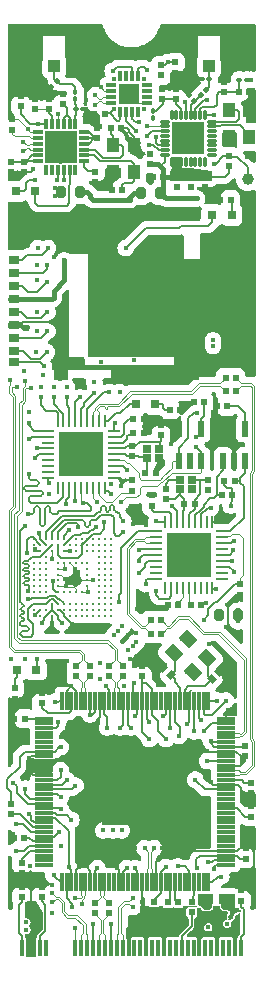
<source format=gbr>
%TF.GenerationSoftware,KiCad,Pcbnew,8.0.6*%
%TF.CreationDate,2024-11-25T22:35:04+01:00*%
%TF.ProjectId,M2SmartHome,4d32536d-6172-4744-986f-6d652e6b6963,rev?*%
%TF.SameCoordinates,Original*%
%TF.FileFunction,Copper,L1,Top*%
%TF.FilePolarity,Positive*%
%FSLAX46Y46*%
G04 Gerber Fmt 4.6, Leading zero omitted, Abs format (unit mm)*
G04 Created by KiCad (PCBNEW 8.0.6) date 2024-11-25 22:35:04*
%MOMM*%
%LPD*%
G01*
G04 APERTURE LIST*
G04 Aperture macros list*
%AMRoundRect*
0 Rectangle with rounded corners*
0 $1 Rounding radius*
0 $2 $3 $4 $5 $6 $7 $8 $9 X,Y pos of 4 corners*
0 Add a 4 corners polygon primitive as box body*
4,1,4,$2,$3,$4,$5,$6,$7,$8,$9,$2,$3,0*
0 Add four circle primitives for the rounded corners*
1,1,$1+$1,$2,$3*
1,1,$1+$1,$4,$5*
1,1,$1+$1,$6,$7*
1,1,$1+$1,$8,$9*
0 Add four rect primitives between the rounded corners*
20,1,$1+$1,$2,$3,$4,$5,0*
20,1,$1+$1,$4,$5,$6,$7,0*
20,1,$1+$1,$6,$7,$8,$9,0*
20,1,$1+$1,$8,$9,$2,$3,0*%
%AMRotRect*
0 Rectangle, with rotation*
0 The origin of the aperture is its center*
0 $1 length*
0 $2 width*
0 $3 Rotation angle, in degrees counterclockwise*
0 Add horizontal line*
21,1,$1,$2,0,0,$3*%
G04 Aperture macros list end*
%TA.AperFunction,SMDPad,CuDef*%
%ADD10R,0.900000X0.700000*%
%TD*%
%TA.AperFunction,SMDPad,CuDef*%
%ADD11R,1.200000X1.000000*%
%TD*%
%TA.AperFunction,SMDPad,CuDef*%
%ADD12R,2.800000X1.000000*%
%TD*%
%TA.AperFunction,SMDPad,CuDef*%
%ADD13R,1.900000X1.300000*%
%TD*%
%TA.AperFunction,SMDPad,CuDef*%
%ADD14R,0.900000X1.000000*%
%TD*%
%TA.AperFunction,SMDPad,CuDef*%
%ADD15R,0.800000X1.000000*%
%TD*%
%TA.AperFunction,SMDPad,CuDef*%
%ADD16R,0.800000X0.800000*%
%TD*%
%TA.AperFunction,SMDPad,CuDef*%
%ADD17R,0.560000X0.600000*%
%TD*%
%TA.AperFunction,SMDPad,CuDef*%
%ADD18R,0.600000X0.560000*%
%TD*%
%TA.AperFunction,SMDPad,CuDef*%
%ADD19R,1.000000X1.050000*%
%TD*%
%TA.AperFunction,SMDPad,CuDef*%
%ADD20R,1.050000X2.200000*%
%TD*%
%TA.AperFunction,SMDPad,CuDef*%
%ADD21RoundRect,0.006600X0.363400X0.103400X-0.363400X0.103400X-0.363400X-0.103400X0.363400X-0.103400X0*%
%TD*%
%TA.AperFunction,SMDPad,CuDef*%
%ADD22RoundRect,0.019800X0.090200X0.350200X-0.090200X0.350200X-0.090200X-0.350200X0.090200X-0.350200X0*%
%TD*%
%TA.AperFunction,SMDPad,CuDef*%
%ADD23R,2.700000X2.700000*%
%TD*%
%TA.AperFunction,SMDPad,CuDef*%
%ADD24R,0.350000X1.450000*%
%TD*%
%TA.AperFunction,SMDPad,CuDef*%
%ADD25C,1.000000*%
%TD*%
%TA.AperFunction,SMDPad,CuDef*%
%ADD26RoundRect,0.200000X-0.200000X-0.275000X0.200000X-0.275000X0.200000X0.275000X-0.200000X0.275000X0*%
%TD*%
%TA.AperFunction,SMDPad,CuDef*%
%ADD27RoundRect,0.200000X0.200000X0.275000X-0.200000X0.275000X-0.200000X-0.275000X0.200000X-0.275000X0*%
%TD*%
%TA.AperFunction,SMDPad,CuDef*%
%ADD28RoundRect,0.100000X-0.100000X0.130000X-0.100000X-0.130000X0.100000X-0.130000X0.100000X0.130000X0*%
%TD*%
%TA.AperFunction,SMDPad,CuDef*%
%ADD29RotRect,0.560000X0.600000X225.000000*%
%TD*%
%TA.AperFunction,SMDPad,CuDef*%
%ADD30R,0.350000X0.350000*%
%TD*%
%TA.AperFunction,SMDPad,CuDef*%
%ADD31R,0.900000X0.300000*%
%TD*%
%TA.AperFunction,SMDPad,CuDef*%
%ADD32R,0.300000X0.900000*%
%TD*%
%TA.AperFunction,SMDPad,CuDef*%
%ADD33R,1.800000X1.800000*%
%TD*%
%TA.AperFunction,SMDPad,CuDef*%
%ADD34RoundRect,0.009100X0.395900X0.120900X-0.395900X0.120900X-0.395900X-0.120900X0.395900X-0.120900X0*%
%TD*%
%TA.AperFunction,SMDPad,CuDef*%
%ADD35RoundRect,0.009100X0.120900X0.395900X-0.120900X0.395900X-0.120900X-0.395900X0.120900X-0.395900X0*%
%TD*%
%TA.AperFunction,SMDPad,CuDef*%
%ADD36R,0.750000X0.650000*%
%TD*%
%TA.AperFunction,SMDPad,CuDef*%
%ADD37R,1.050000X1.300000*%
%TD*%
%TA.AperFunction,SMDPad,CuDef*%
%ADD38R,0.260000X1.080000*%
%TD*%
%TA.AperFunction,SMDPad,CuDef*%
%ADD39R,1.080000X0.260000*%
%TD*%
%TA.AperFunction,SMDPad,CuDef*%
%ADD40R,3.700000X3.700000*%
%TD*%
%TA.AperFunction,SMDPad,CuDef*%
%ADD41R,0.558800X1.320800*%
%TD*%
%TA.AperFunction,SMDPad,CuDef*%
%ADD42RoundRect,0.006900X-0.728100X-0.108100X0.728100X-0.108100X0.728100X0.108100X-0.728100X0.108100X0*%
%TD*%
%TA.AperFunction,SMDPad,CuDef*%
%ADD43RoundRect,0.006900X0.108100X-0.728100X0.108100X0.728100X-0.108100X0.728100X-0.108100X-0.728100X0*%
%TD*%
%TA.AperFunction,SMDPad,CuDef*%
%ADD44R,5.550000X5.550000*%
%TD*%
%TA.AperFunction,SMDPad,CuDef*%
%ADD45RotRect,1.050000X1.300000X45.000000*%
%TD*%
%TA.AperFunction,SMDPad,CuDef*%
%ADD46RoundRect,0.100000X-0.021213X-0.162635X0.162635X0.021213X0.021213X0.162635X-0.162635X-0.021213X0*%
%TD*%
%TA.AperFunction,SMDPad,CuDef*%
%ADD47RoundRect,0.100000X0.021213X0.162635X-0.162635X-0.021213X-0.021213X-0.162635X0.162635X0.021213X0*%
%TD*%
%TA.AperFunction,SMDPad,CuDef*%
%ADD48RoundRect,0.100000X0.130000X0.100000X-0.130000X0.100000X-0.130000X-0.100000X0.130000X-0.100000X0*%
%TD*%
%TA.AperFunction,SMDPad,CuDef*%
%ADD49RotRect,0.560000X0.600000X315.000000*%
%TD*%
%TA.AperFunction,SMDPad,CuDef*%
%ADD50RoundRect,0.100000X-0.130000X-0.100000X0.130000X-0.100000X0.130000X0.100000X-0.130000X0.100000X0*%
%TD*%
%TA.AperFunction,SMDPad,CuDef*%
%ADD51RoundRect,0.100000X-0.162635X0.021213X0.021213X-0.162635X0.162635X-0.021213X-0.021213X0.162635X0*%
%TD*%
%TA.AperFunction,SMDPad,CuDef*%
%ADD52C,0.240000*%
%TD*%
%TA.AperFunction,ViaPad*%
%ADD53C,0.400000*%
%TD*%
%TA.AperFunction,Conductor*%
%ADD54C,0.090000*%
%TD*%
%TA.AperFunction,Conductor*%
%ADD55C,0.150000*%
%TD*%
%TA.AperFunction,Conductor*%
%ADD56C,0.100000*%
%TD*%
%TA.AperFunction,Conductor*%
%ADD57C,0.125000*%
%TD*%
%TA.AperFunction,Conductor*%
%ADD58C,0.400000*%
%TD*%
%TA.AperFunction,Conductor*%
%ADD59C,0.120000*%
%TD*%
%TA.AperFunction,Conductor*%
%ADD60C,0.200000*%
%TD*%
G04 APERTURE END LIST*
D10*
%TO.P,J5,1,DAT2*%
%TO.N,/sd-card/uSD.D2*%
X82025000Y-106532500D03*
%TO.P,J5,2,DAT3/CD*%
%TO.N,/sd-card/uSD.D3*%
X82025000Y-107632500D03*
%TO.P,J5,3,CMD*%
%TO.N,/sd-card/uSD.CMD*%
X82025000Y-108732500D03*
%TO.P,J5,4,VDD*%
%TO.N,/sd-card/CRD_PWR*%
X82025000Y-109832500D03*
%TO.P,J5,5,CLK*%
%TO.N,/sd-card/uSD.CLK*%
X82025000Y-110932500D03*
%TO.P,J5,6,VSS*%
%TO.N,GND*%
X82025000Y-112032500D03*
%TO.P,J5,7,DAT0*%
%TO.N,/sd-card/uSD.D0*%
X82025000Y-113132500D03*
%TO.P,J5,8,DAT1*%
%TO.N,/sd-card/uSD.D1*%
X82025000Y-114232500D03*
D11*
%TO.P,J5,P1,SHIELD*%
%TO.N,GND*%
X86025000Y-116132500D03*
D12*
%TO.P,J5,P2,SHIELD*%
X96375000Y-116132500D03*
D13*
%TO.P,J5,P3,SHIELD*%
X96825000Y-102632500D03*
D14*
%TO.P,J5,P4,SHIELD*%
X82025000Y-104982500D03*
D15*
%TO.P,J5,SWA,A*%
X92225000Y-116132500D03*
D10*
%TO.P,J5,SWB,B*%
%TO.N,Net-(J5-B)*%
X82025000Y-115182500D03*
%TD*%
D16*
%TO.P,D3,1,K*%
%TO.N,Net-(D3-K)*%
X100475000Y-102700000D03*
%TO.P,D3,2,A*%
%TO.N,/sd-card/CRD_PWR*%
X98825000Y-102700000D03*
%TD*%
D17*
%TO.P,C49,1*%
%TO.N,GND*%
X101935000Y-92250000D03*
%TO.P,C49,2*%
%TO.N,Net-(U7-RFVDD)*%
X101065000Y-92250000D03*
%TD*%
D18*
%TO.P,C46,1*%
%TO.N,GND*%
X98247500Y-100334999D03*
%TO.P,C46,2*%
%TO.N,+3V3_Thread*%
X98247500Y-99465001D03*
%TD*%
%TO.P,R49,1*%
%TO.N,Net-(U3-MAIN_DETECT)*%
X81800000Y-153442499D03*
%TO.P,R49,2*%
%TO.N,+3V3_Bridge*%
X81800000Y-152572501D03*
%TD*%
%TO.P,R10,1*%
%TO.N,GND*%
X92000000Y-125172501D03*
%TO.P,R10,2*%
%TO.N,Net-(U8-SD_nCD)*%
X92000000Y-126042499D03*
%TD*%
%TO.P,R69,1*%
%TO.N,GND*%
X101300000Y-159872501D03*
%TO.P,R69,2*%
%TO.N,Net-(J1-CONFIG_3)*%
X101300000Y-160742499D03*
%TD*%
D19*
%TO.P,J3,1*%
%TO.N,Net-(C53-Pad2)*%
X98550000Y-90075000D03*
D20*
%TO.P,J3,S1*%
%TO.N,GND*%
X100025000Y-88550000D03*
D19*
%TO.P,J3,S2*%
X98550000Y-87025000D03*
D20*
%TO.P,J3,S3*%
X97075000Y-88550000D03*
%TD*%
D21*
%TO.P,U7,1,PC00*%
%TO.N,unconnected-(U7-PC00-Pad1)*%
X98795000Y-97592500D03*
%TO.P,U7,2,PC01*%
%TO.N,unconnected-(U7-PC01-Pad2)*%
X98795000Y-97192500D03*
%TO.P,U7,3,PC02*%
%TO.N,unconnected-(U7-PC02-Pad3)*%
X98795000Y-96792500D03*
%TO.P,U7,4,PC03*%
%TO.N,unconnected-(U7-PC03-Pad4)*%
X98795000Y-96392500D03*
%TO.P,U7,5,PC04*%
%TO.N,unconnected-(U7-PC04-Pad5)*%
X98795000Y-95992500D03*
%TO.P,U7,6,PC05*%
%TO.N,unconnected-(U7-PC05-Pad6)*%
X98795000Y-95592500D03*
%TO.P,U7,7,HFXTAL_I*%
%TO.N,/thread-or-zigbee/XTAL1*%
X98795000Y-95192500D03*
%TO.P,U7,8,HFXTAL_0*%
%TO.N,/thread-or-zigbee/XTAL2*%
X98795000Y-94792500D03*
D22*
%TO.P,U7,9,~{RESET_N}*%
%TO.N,/thread-or-zigbee/RESET*%
X98200000Y-94197500D03*
%TO.P,U7,10,RFVDD*%
%TO.N,Net-(U7-RFVDD)*%
X97800000Y-94197500D03*
%TO.P,U7,11,RFVSS*%
%TO.N,GND*%
X97400000Y-94197500D03*
%TO.P,U7,12,RF2G4_IO2*%
%TO.N,Net-(U7-RF2G4_IO2)*%
X97000000Y-94197500D03*
%TO.P,U7,13,RF2G4_IO1*%
%TO.N,GND*%
X96600000Y-94197500D03*
%TO.P,U7,14,PAVDD*%
%TO.N,Net-(U7-PAVDD)*%
X96200000Y-94197500D03*
%TO.P,U7,15,PB01*%
%TO.N,unconnected-(U7-PB01-Pad15)*%
X95800000Y-94197500D03*
%TO.P,U7,16,PB00*%
%TO.N,unconnected-(U7-PB00-Pad16)*%
X95400000Y-94197500D03*
D21*
%TO.P,U7,17,PA00/VREFP*%
%TO.N,unconnected-(U7-PA00{slash}VREFP-Pad17)*%
X94805000Y-94792500D03*
%TO.P,U7,18,PA01*%
%TO.N,/thread-or-zigbee/SWCLK*%
X94805000Y-95192500D03*
%TO.P,U7,19,PA02*%
%TO.N,/thread-or-zigbee/SWDIO*%
X94805000Y-95592500D03*
%TO.P,U7,20,PA03*%
%TO.N,unconnected-(U7-PA03-Pad20)*%
X94805000Y-95992500D03*
%TO.P,U7,21*%
%TO.N,N/C*%
X94805000Y-96392500D03*
%TO.P,U7,22,PA05*%
%TO.N,/thread-or-zigbee/UART_RX*%
X94805000Y-96792500D03*
%TO.P,U7,23,PA06*%
%TO.N,/thread-or-zigbee/UART_TX*%
X94805000Y-97192500D03*
%TO.P,U7,24,DECOUPLE*%
%TO.N,+3V3_Thread*%
X94805000Y-97592500D03*
D22*
%TO.P,U7,25,DVDD*%
X95400000Y-98187500D03*
%TO.P,U7,26,AVDD*%
X95800000Y-98187500D03*
%TO.P,U7,27,IOVDD*%
X96200000Y-98187500D03*
%TO.P,U7,28,PD04*%
%TO.N,unconnected-(U7-PD04-Pad28)*%
X96600000Y-98187500D03*
%TO.P,U7,29,PD03*%
%TO.N,unconnected-(U7-PD03-Pad29)*%
X97000000Y-98187500D03*
%TO.P,U7,30,PD02*%
%TO.N,unconnected-(U7-PD02-Pad30)*%
X97400000Y-98187500D03*
%TO.P,U7,31,PD01*%
%TO.N,unconnected-(U7-PD01-Pad31)*%
X97800000Y-98187500D03*
%TO.P,U7,32,PD00*%
%TO.N,unconnected-(U7-PD00-Pad32)*%
X98200000Y-98187500D03*
D23*
%TO.P,U7,33,VSS*%
%TO.N,GND*%
X96800000Y-96192500D03*
%TD*%
D18*
%TO.P,C37,1*%
%TO.N,GND*%
X101200000Y-134842499D03*
%TO.P,C37,2*%
%TO.N,/sd-card/DET*%
X101200000Y-133972501D03*
%TD*%
%TO.P,C57,1*%
%TO.N,GND*%
X83800000Y-92872500D03*
%TO.P,C57,2*%
%TO.N,Net-(U1-VD12D)*%
X83800000Y-93742500D03*
%TD*%
D24*
%TO.P,J1,1,CONFIG_3*%
%TO.N,Net-(J1-CONFIG_3)*%
X101250000Y-164725000D03*
%TO.P,J1,3,GND*%
%TO.N,GND*%
X100750000Y-164725000D03*
%TO.P,J1,5,PERn3*%
%TO.N,unconnected-(J1-PERn3-Pad5)*%
X100250000Y-164725000D03*
%TO.P,J1,7,PERp3*%
%TO.N,unconnected-(J1-PERp3-Pad7)*%
X99750000Y-164725000D03*
%TO.P,J1,9,GND*%
%TO.N,GND*%
X99250000Y-164725000D03*
%TO.P,J1,11,PETn3*%
%TO.N,unconnected-(J1-PETn3-Pad11)*%
X98750000Y-164725000D03*
%TO.P,J1,13,PETp3*%
%TO.N,unconnected-(J1-PETp3-Pad13)*%
X98250000Y-164725000D03*
%TO.P,J1,15,GND*%
%TO.N,GND*%
X97750000Y-164725000D03*
%TO.P,J1,17,PERn2*%
%TO.N,unconnected-(J1-PERn2-Pad17)*%
X97250000Y-164725000D03*
%TO.P,J1,19,PERp2*%
%TO.N,unconnected-(J1-PERp2-Pad19)*%
X96750000Y-164725000D03*
%TO.P,J1,21,CONFIG_0*%
%TO.N,Net-(J1-CONFIG_0)*%
X96250000Y-164725000D03*
%TO.P,J1,23,PETn2*%
%TO.N,unconnected-(J1-PETn2-Pad23)*%
X95750000Y-164725000D03*
%TO.P,J1,25,PETp2*%
%TO.N,unconnected-(J1-PETp2-Pad25)*%
X95250000Y-164725000D03*
%TO.P,J1,27,GND*%
%TO.N,GND*%
X94750000Y-164725000D03*
%TO.P,J1,29,PERn1*%
%TO.N,unconnected-(J1-PERn1-Pad29)*%
X94250000Y-164725000D03*
%TO.P,J1,31,PERp1*%
%TO.N,unconnected-(J1-PERp1-Pad31)*%
X93750000Y-164725000D03*
%TO.P,J1,33,GND*%
%TO.N,GND*%
X93250000Y-164725000D03*
%TO.P,J1,35,PETn1*%
%TO.N,unconnected-(J1-PETn1-Pad35)*%
X92750000Y-164725000D03*
%TO.P,J1,37,PETp1*%
%TO.N,unconnected-(J1-PETp1-Pad37)*%
X92250000Y-164725000D03*
%TO.P,J1,39,GND*%
%TO.N,GND*%
X91750000Y-164725000D03*
%TO.P,J1,41,SATA-B+/PERn0*%
%TO.N,/PCIE.PERN*%
X91250000Y-164725000D03*
%TO.P,J1,43,SATA-B-/PERp0*%
%TO.N,/PCIE.PERP*%
X90750000Y-164725000D03*
%TO.P,J1,45,GND*%
%TO.N,GND*%
X90250000Y-164725000D03*
%TO.P,J1,47,SATA-A-/PETn0*%
%TO.N,/PCIE.CAP.PETN*%
X89750000Y-164725000D03*
%TO.P,J1,49,SATA-A+/PETp0*%
%TO.N,/PCIE.CAP.PETP*%
X89250000Y-164725000D03*
%TO.P,J1,51,GND*%
%TO.N,GND*%
X88750000Y-164725000D03*
%TO.P,J1,53,REFCLKN*%
%TO.N,/PCIE.REFCLKN*%
X88250000Y-164725000D03*
%TO.P,J1,55,REFCLKP*%
%TO.N,/PCIE.REFCLKP*%
X87750000Y-164725000D03*
%TO.P,J1,57,GND*%
%TO.N,GND*%
X87250000Y-164725000D03*
%TO.P,J1,67,NC*%
%TO.N,unconnected-(J1-NC-Pad67)*%
X84750000Y-164725000D03*
%TO.P,J1,69,CONFIG_1*%
%TO.N,Net-(J1-CONFIG_1)*%
X84250000Y-164725000D03*
%TO.P,J1,71,GND*%
%TO.N,GND*%
X83750000Y-164725000D03*
%TO.P,J1,73,GND*%
X83250000Y-164725000D03*
%TO.P,J1,75,CONFIG_2*%
%TO.N,Net-(J1-CONFIG_2)*%
X82750000Y-164725000D03*
%TD*%
D18*
%TO.P,R41,1*%
%TO.N,Net-(U1-RREF)*%
X81920000Y-95472499D03*
%TO.P,R41,2*%
%TO.N,GND*%
X81920000Y-94602501D03*
%TD*%
D17*
%TO.P,C31,1*%
%TO.N,GND*%
X97920000Y-135750000D03*
%TO.P,C31,2*%
%TO.N,+3V3_uSD*%
X97050000Y-135750000D03*
%TD*%
D18*
%TO.P,C25,1*%
%TO.N,GND*%
X94900000Y-125865000D03*
%TO.P,C25,2*%
%TO.N,/sd-card/XTAL1*%
X94900000Y-126735000D03*
%TD*%
D25*
%TO.P,TP18,1*%
%TO.N,/thread-or-zigbee/RESET*%
X101847500Y-99650000D03*
%TD*%
D26*
%TO.P,FB5,1*%
%TO.N,+3V3_uSD*%
X99375000Y-136607500D03*
%TO.P,FB5,2*%
%TO.N,+3V3*%
X101025000Y-136607500D03*
%TD*%
D18*
%TO.P,C77,1*%
%TO.N,GND*%
X89050000Y-95315001D03*
%TO.P,C77,2*%
%TO.N,+3V3_wifi*%
X89050000Y-96184999D03*
%TD*%
D27*
%TO.P,FB6,1*%
%TO.N,+3V3_Thread*%
X94425000Y-100850000D03*
%TO.P,FB6,2*%
%TO.N,+3V3*%
X92775000Y-100850000D03*
%TD*%
D18*
%TO.P,C78,1*%
%TO.N,GND*%
X82900000Y-99042500D03*
%TO.P,C78,2*%
%TO.N,+3V3_wifi*%
X82900000Y-98172500D03*
%TD*%
D27*
%TO.P,FB8,1*%
%TO.N,+3V3*%
X87675000Y-100757500D03*
%TO.P,FB8,2*%
%TO.N,+3V3_wifi*%
X86025000Y-100757500D03*
%TD*%
D17*
%TO.P,C42,1*%
%TO.N,+3V3_Thread*%
X94682499Y-99500000D03*
%TO.P,C42,2*%
%TO.N,GND*%
X93812501Y-99500000D03*
%TD*%
D18*
%TO.P,R40,1*%
%TO.N,/thread-or-zigbee/RESET*%
X100247500Y-97715001D03*
%TO.P,R40,2*%
%TO.N,+3V3_Thread*%
X100247500Y-98584999D03*
%TD*%
D17*
%TO.P,C68,1*%
%TO.N,GND*%
X91135000Y-95350000D03*
%TO.P,C68,2*%
%TO.N,/wifi/XTAL1*%
X90265000Y-95350000D03*
%TD*%
D18*
%TO.P,C20,1*%
%TO.N,GND*%
X98500000Y-126017500D03*
%TO.P,C20,2*%
%TO.N,/sd-card/XTAL2*%
X98500000Y-125147500D03*
%TD*%
D28*
%TO.P,L4,1*%
%TO.N,Net-(C59-Pad2)*%
X87250000Y-92280000D03*
%TO.P,L4,2*%
%TO.N,Net-(U1-RF_INOUT)*%
X87250000Y-92920000D03*
%TD*%
D17*
%TO.P,R9,1*%
%TO.N,GND*%
X96134999Y-119200000D03*
%TO.P,R9,2*%
%TO.N,Net-(D1-K)*%
X95265001Y-119200000D03*
%TD*%
D26*
%TO.P,FB9,1*%
%TO.N,+3V3_Bridge*%
X98375000Y-161007500D03*
%TO.P,FB9,2*%
%TO.N,+3V3*%
X100025000Y-161007500D03*
%TD*%
D18*
%TO.P,C75,1*%
%TO.N,GND*%
X81800000Y-99057500D03*
%TO.P,C75,2*%
%TO.N,+3V3_wifi*%
X81800000Y-98187500D03*
%TD*%
D16*
%TO.P,D2,1,K*%
%TO.N,Net-(D2-K)*%
X82275000Y-141200000D03*
%TO.P,D2,2,A*%
%TO.N,Net-(D2-A)*%
X83925000Y-141200000D03*
%TD*%
D29*
%TO.P,C2,1*%
%TO.N,GND*%
X99407591Y-141399909D03*
%TO.P,C2,2*%
%TO.N,Net-(U3-XI)*%
X98792409Y-142015091D03*
%TD*%
D30*
%TO.P,U5,1,GPIO1/RS485*%
%TO.N,unconnected-(U5-GPIO1{slash}RS485-Pad1)*%
X90550000Y-91200000D03*
D31*
%TO.P,U5,2,GPIO0/CLK*%
%TO.N,unconnected-(U5-GPIO0{slash}CLK-Pad2)*%
X90250000Y-91700000D03*
%TO.P,U5,3,GND*%
%TO.N,GND*%
X90250000Y-92200000D03*
%TO.P,U5,4,D+*%
%TO.N,/pcie-usb-bridge/USB_3_DP*%
X90250000Y-92700000D03*
%TO.P,U5,5,D-*%
%TO.N,/pcie-usb-bridge/USB_3_DN*%
X90250000Y-93200000D03*
D30*
%TO.P,U5,6,VDD*%
%TO.N,+3V3_Thread*%
X90550000Y-93700000D03*
D32*
%TO.P,U5,7,VREGIN*%
X91050000Y-94000000D03*
%TO.P,U5,8,VBUS*%
%TO.N,Net-(U5-VBUS)*%
X91550000Y-94000000D03*
%TO.P,U5,9,RSTB*%
%TO.N,Net-(U5-RSTB)*%
X92050000Y-94000000D03*
%TO.P,U5,10*%
%TO.N,N/C*%
X92550000Y-94000000D03*
D30*
%TO.P,U5,11,SUSPENDB*%
%TO.N,unconnected-(U5-SUSPENDB-Pad11)*%
X93050000Y-93700000D03*
D31*
%TO.P,U5,12,GND*%
%TO.N,GND*%
X93350000Y-93200000D03*
%TO.P,U5,13,WAKEUP*%
%TO.N,unconnected-(U5-WAKEUP-Pad13)*%
X93350000Y-92700000D03*
%TO.P,U5,14,SUSPEND*%
%TO.N,unconnected-(U5-SUSPEND-Pad14)*%
X93350000Y-92200000D03*
%TO.P,U5,15,CTS*%
%TO.N,unconnected-(U5-CTS-Pad15)*%
X93350000Y-91700000D03*
D30*
%TO.P,U5,16,RTS*%
%TO.N,unconnected-(U5-RTS-Pad16)*%
X93050000Y-91200000D03*
D32*
%TO.P,U5,17,RXD*%
%TO.N,/thread-or-zigbee/UART_TX*%
X92550000Y-90900000D03*
%TO.P,U5,18,TXD*%
%TO.N,/thread-or-zigbee/UART_RX*%
X92050000Y-90900000D03*
%TO.P,U5,19,GPIO3/RXT*%
%TO.N,unconnected-(U5-GPIO3{slash}RXT-Pad19)*%
X91550000Y-90900000D03*
%TO.P,U5,20,GPIO2/TXT*%
%TO.N,unconnected-(U5-GPIO2{slash}TXT-Pad20)*%
X91050000Y-90900000D03*
D33*
%TO.P,U5,EXP,GND*%
%TO.N,GND*%
X91800000Y-92450000D03*
%TD*%
D18*
%TO.P,R57,1*%
%TO.N,/pcie-usb-bridge/R_USB_1_DP*%
X87320000Y-141717500D03*
%TO.P,R57,2*%
%TO.N,/pcie-usb-bridge/USB_3_DP*%
X87320000Y-140847500D03*
%TD*%
D34*
%TO.P,U1,1,VD33X*%
%TO.N,+3V3_wifi*%
X87955000Y-98157500D03*
%TO.P,U1,2,XO*%
%TO.N,/wifi/XTAL2*%
X87955000Y-97657500D03*
%TO.P,U1,3,XI*%
%TO.N,/wifi/XTAL1*%
X87955000Y-97157500D03*
%TO.P,U1,4,VD33SYNVCO*%
%TO.N,+3V3_wifi*%
X87955000Y-96657500D03*
%TO.P,U1,5,VDSYN*%
X87955000Y-96157500D03*
%TO.P,U1,6,VD33PA*%
X87955000Y-95657500D03*
D35*
%TO.P,U1,7,RF_INOUT*%
%TO.N,Net-(U1-RF_INOUT)*%
X87250000Y-94952500D03*
%TO.P,U1,8,VD33TR*%
%TO.N,+3V3_wifi*%
X86750000Y-94952500D03*
%TO.P,U1,9,VDTR*%
X86250000Y-94952500D03*
%TO.P,U1,10,CHIP_EN*%
%TO.N,Net-(U1-CHIP_EN)*%
X85750000Y-94952500D03*
%TO.P,U1,11,VD12D*%
%TO.N,Net-(U1-VD12D)*%
X85250000Y-94952500D03*
%TO.P,U1,12,VD33LDO*%
%TO.N,+3V3_wifi*%
X84750000Y-94952500D03*
D34*
%TO.P,U1,13,GHDA*%
%TO.N,GND*%
X84045000Y-95657500D03*
%TO.P,U1,14,RREF*%
%TO.N,Net-(U1-RREF)*%
X84045000Y-96157500D03*
%TO.P,U1,15,HSDP*%
%TO.N,/pcie-usb-bridge/USB_4_DP*%
X84045000Y-96657500D03*
%TO.P,U1,16,HSDM*%
%TO.N,/pcie-usb-bridge/USB_4_DN*%
X84045000Y-97157500D03*
%TO.P,U1,17,VD33USB*%
%TO.N,+3V3_wifi*%
X84045000Y-97657500D03*
%TO.P,U1,18,VDIO*%
X84045000Y-98157500D03*
D35*
%TO.P,U1,19,Dev_Wake_Host/GPIO0*%
%TO.N,unconnected-(U1-Dev_Wake_Host{slash}GPIO0-Pad19)*%
X84750000Y-98862500D03*
%TO.P,U1,20,Host_Wake_Dev/GPIO2*%
%TO.N,unconnected-(U1-Host_Wake_Dev{slash}GPIO2-Pad20)*%
X85250000Y-98862500D03*
%TO.P,U1,21,GNDD*%
%TO.N,GND*%
X85750000Y-98862500D03*
%TO.P,U1,22,WPS/XTAL_SEL0/GPIO5*%
X86250000Y-98862500D03*
%TO.P,U1,23,LED/GPIO4*%
%TO.N,Net-(D4-K)*%
X86750000Y-98862500D03*
%TO.P,U1,24,GPIO3*%
%TO.N,unconnected-(U1-GPIO3-Pad24)*%
X87250000Y-98862500D03*
D23*
%TO.P,U1,25,GND*%
%TO.N,GND*%
X86000000Y-96907500D03*
%TD*%
D36*
%TO.P,Y3,1,IN/OUT*%
%TO.N,/sd-card/XTAL2*%
X97155000Y-125147500D03*
%TO.P,Y3,2,GND*%
%TO.N,GND*%
X96105000Y-125147500D03*
%TO.P,Y3,3,OUT/IN*%
%TO.N,/sd-card/XTAL1*%
X96105000Y-125897500D03*
%TO.P,Y3,4,GND__1*%
%TO.N,GND*%
X97155000Y-125897500D03*
%TD*%
D18*
%TO.P,C56,1*%
%TO.N,GND*%
X88950000Y-99892499D03*
%TO.P,C56,2*%
%TO.N,+3V3_wifi*%
X88950000Y-99022501D03*
%TD*%
D37*
%TO.P,Y5,1*%
%TO.N,/wifi/XTAL1*%
X90425000Y-96800000D03*
%TO.P,Y5,2,GND*%
%TO.N,GND*%
X90425000Y-99100000D03*
%TO.P,Y5,3*%
%TO.N,/wifi/XTAL2*%
X92175000Y-99100000D03*
%TO.P,Y5,4,GND*%
%TO.N,GND*%
X92175000Y-96800000D03*
%TD*%
D38*
%TO.P,U8,1,LED*%
%TO.N,Net-(D1-A)*%
X89737500Y-120147750D03*
%TO.P,U8,2,USB+*%
%TO.N,/emmc/USB_1_DP*%
X89237500Y-120147750D03*
%TO.P,U8,3,USB-*%
%TO.N,/emmc/USB_1_DN*%
X88737500Y-120147750D03*
%TO.P,U8,4,SD_D1*%
%TO.N,/emmc/eMMC.DAT0*%
X88237500Y-120147750D03*
%TO.P,U8,5,SD_D0*%
X87737500Y-120147750D03*
%TO.P,U8,6,VDD33*%
%TO.N,+3V3_eMMC*%
X87237500Y-120147750D03*
%TO.P,U8,7,SD_D7*%
%TO.N,/emmc/eMMC.DAT7*%
X86737500Y-120147750D03*
%TO.P,U8,8,SD_D6*%
%TO.N,/emmc/eMMC.DAT6*%
X86237500Y-120147750D03*
%TO.P,U8,9,SD_CLK*%
%TO.N,/emmc/eMMC.CLK*%
X85737500Y-120147750D03*
D39*
%TO.P,U8,10,SD_D5*%
%TO.N,/emmc/eMMC.DAT5*%
X84922500Y-120962750D03*
%TO.P,U8,11,SD_CMD*%
%TO.N,/emmc/eMMC.CMD*%
X84922500Y-121462750D03*
%TO.P,U8,12,NC*%
%TO.N,unconnected-(U8-NC-Pad12)*%
X84922500Y-121962750D03*
%TO.P,U8,13,VDD18*%
%TO.N,Net-(U8-VDD18)*%
X84922500Y-122462750D03*
%TO.P,U8,14,VDD33*%
%TO.N,+3V3_eMMC*%
X84922500Y-122962750D03*
%TO.P,U8,15,NC*%
%TO.N,unconnected-(U8-NC-Pad15)*%
X84922500Y-123462750D03*
%TO.P,U8,16,NC*%
%TO.N,unconnected-(U8-NC-Pad16)*%
X84922500Y-123962750D03*
%TO.P,U8,17,NC*%
%TO.N,unconnected-(U8-NC-Pad17)*%
X84922500Y-124462750D03*
%TO.P,U8,18,~{RESET_N}*%
%TO.N,/emmc/~{reset}*%
X84922500Y-124962750D03*
D38*
%TO.P,U8,19,NC*%
%TO.N,unconnected-(U8-NC-Pad19)*%
X85737500Y-125777750D03*
%TO.P,U8,20,SD_D4*%
%TO.N,/emmc/eMMC.DAT4*%
X86237500Y-125777750D03*
%TO.P,U8,21,CRD_PWR*%
%TO.N,Net-(U2-RST_N)*%
X86737500Y-125777750D03*
%TO.P,U8,22,VDD33*%
%TO.N,+3V3_eMMC*%
X87237500Y-125777750D03*
%TO.P,U8,23,SD_D3*%
%TO.N,/emmc/eMMC.DAT3*%
X87737500Y-125777750D03*
%TO.P,U8,24,NC*%
%TO.N,unconnected-(U8-NC-Pad24)*%
X88237500Y-125777750D03*
%TO.P,U8,25,SD_D2*%
%TO.N,/emmc/eMMC.DAT2*%
X88737500Y-125777750D03*
%TO.P,U8,26,SD_nCD*%
%TO.N,Net-(U8-SD_nCD)*%
X89237500Y-125777750D03*
%TO.P,U8,27,RXD/SDA*%
%TO.N,/emmc/SDA*%
X89737500Y-125777750D03*
D39*
%TO.P,U8,28,TEST*%
%TO.N,GND*%
X90552500Y-124962750D03*
%TO.P,U8,29,NC*%
%TO.N,unconnected-(U8-NC-Pad29)*%
X90552500Y-124462750D03*
%TO.P,U8,30,SD_WP*%
%TO.N,Net-(U8-SD_WP)*%
X90552500Y-123962750D03*
%TO.P,U8,31,TXD/SCK*%
%TO.N,/emmc/SCK*%
X90552500Y-123462750D03*
%TO.P,U8,32,XTAL2*%
%TO.N,/emmc/XTAL2*%
X90552500Y-122962750D03*
%TO.P,U8,33,XTAL1(CLKIN)*%
%TO.N,/emmc/XTAL1*%
X90552500Y-122462750D03*
%TO.P,U8,34,VDD18PLL*%
%TO.N,Net-(U8-VDD18PLL)*%
X90552500Y-121962750D03*
%TO.P,U8,35,RBIAS*%
%TO.N,Net-(U8-RBIAS)*%
X90552500Y-121462750D03*
%TO.P,U8,36,VDDA33*%
%TO.N,+3V3_eMMC*%
X90552500Y-120962750D03*
D40*
%TO.P,U8,37,VSS*%
%TO.N,GND*%
X87737500Y-122962750D03*
%TD*%
D18*
%TO.P,R67,1*%
%TO.N,GND*%
X84400000Y-159572500D03*
%TO.P,R67,2*%
%TO.N,Net-(J1-CONFIG_1)*%
X84400000Y-160442500D03*
%TD*%
D28*
%TO.P,L2,1*%
%TO.N,Net-(U7-PAVDD)*%
X93800000Y-93885000D03*
%TO.P,L2,2*%
%TO.N,+3V3_Thread*%
X93800000Y-94525000D03*
%TD*%
D17*
%TO.P,R35,1*%
%TO.N,/sd-card/XTAL2*%
X97335000Y-127182500D03*
%TO.P,R35,2*%
%TO.N,/sd-card/XTAL1*%
X96465000Y-127182500D03*
%TD*%
D18*
%TO.P,R68,1*%
%TO.N,GND*%
X97100000Y-160872501D03*
%TO.P,R68,2*%
%TO.N,Net-(J1-CONFIG_0)*%
X97100000Y-161742499D03*
%TD*%
%TO.P,C4,1*%
%TO.N,GND*%
X94500000Y-120472501D03*
%TO.P,C4,2*%
%TO.N,/emmc/XTAL1*%
X94500000Y-121342499D03*
%TD*%
D17*
%TO.P,R50,1*%
%TO.N,GND*%
X82075001Y-145330000D03*
%TO.P,R50,2*%
%TO.N,Net-(U3-TEST1)*%
X82944999Y-145330000D03*
%TD*%
D18*
%TO.P,C58,1*%
%TO.N,GND*%
X85000000Y-92872500D03*
%TO.P,C58,2*%
%TO.N,Net-(U1-VD12D)*%
X85000000Y-93742500D03*
%TD*%
%TO.P,C64,1*%
%TO.N,GND*%
X101600000Y-148542499D03*
%TO.P,C64,2*%
%TO.N,+3V3_Bridge*%
X101600000Y-147672501D03*
%TD*%
D17*
%TO.P,C5,1*%
%TO.N,GND*%
X97265001Y-118557500D03*
%TO.P,C5,2*%
%TO.N,+3V3_eMMC*%
X98134999Y-118557500D03*
%TD*%
D18*
%TO.P,R62,1*%
%TO.N,/pcie-usb-bridge/R_USB_2_DN*%
X91280000Y-141717500D03*
%TO.P,R62,2*%
%TO.N,/pcie-usb-bridge/USB_4_DN*%
X91280000Y-140847500D03*
%TD*%
D41*
%TO.P,U6,1,SCL*%
%TO.N,/sd-card/SCK*%
X99760200Y-123529100D03*
%TO.P,U6,2,VSS*%
%TO.N,GND*%
X100700000Y-123529100D03*
%TO.P,U6,3,SDA*%
%TO.N,/sd-card/SDA*%
X101639800Y-123529100D03*
%TO.P,U6,4,VCC*%
%TO.N,+3V3_uSD*%
X101639800Y-120785900D03*
%TO.P,U6,5,WP*%
%TO.N,GND*%
X99760200Y-120785900D03*
%TD*%
D42*
%TO.P,U3,1,TEST1*%
%TO.N,Net-(U3-TEST1)*%
X84630000Y-145330000D03*
%TO.P,U3,2*%
%TO.N,N/C*%
X84630000Y-145730000D03*
%TO.P,U3,3,IO_HIT_I*%
%TO.N,Net-(U3-IO_HIT_I)*%
X84630000Y-146130000D03*
%TO.P,U3,4,OCI[1]*%
%TO.N,unconnected-(U3-OCI[1]-Pad4)*%
X84630000Y-146530000D03*
%TO.P,U3,5,OCI[2]*%
%TO.N,unconnected-(U3-OCI[2]-Pad5)*%
X84630000Y-146930000D03*
%TO.P,U3,6,OCI[3]*%
%TO.N,unconnected-(U3-OCI[3]-Pad6)*%
X84630000Y-147330000D03*
%TO.P,U3,7,OCI[4]*%
%TO.N,unconnected-(U3-OCI[4]-Pad7)*%
X84630000Y-147730000D03*
%TO.P,U3,8,VDDR*%
%TO.N,+3V3_Bridge*%
X84630000Y-148130000D03*
%TO.P,U3,9,VSS*%
%TO.N,GND*%
X84630000Y-148530000D03*
%TO.P,U3,10,POE[1]*%
X84630000Y-148930000D03*
%TO.P,U3,11,POE[2]*%
X84630000Y-149330000D03*
%TO.P,U3,12,POE[3]*%
X84630000Y-149730000D03*
%TO.P,U3,13,POE[4]*%
X84630000Y-150130000D03*
%TO.P,U3,14,SMI_O*%
%TO.N,Net-(U3-SMI_O)*%
X84630000Y-150530000D03*
%TO.P,U3,15,SCAN_EN*%
%TO.N,Net-(U3-SCAN_EN)*%
X84630000Y-150930000D03*
%TO.P,U3,16,IRQ1_I*%
%TO.N,Net-(U3-IRQ1_I)*%
X84630000Y-151330000D03*
%TO.P,U3,17,IRQ12_I*%
%TO.N,Net-(U3-IRQ12_I)*%
X84630000Y-151730000D03*
%TO.P,U3,18,IRQ1_O*%
%TO.N,Net-(U3-IRQ1_O)*%
X84630000Y-152130000D03*
%TO.P,U3,19,IRQ12_O*%
%TO.N,Net-(U3-IRQ12_O)*%
X84630000Y-152530000D03*
%TO.P,U3,20,LEG_EMU_EN*%
%TO.N,Net-(U3-LEG_EMU_EN)*%
X84630000Y-152930000D03*
%TO.P,U3,21,SMBCLK*%
%TO.N,Net-(U3-SMBCLK)*%
X84630000Y-153330000D03*
%TO.P,U3,22,VDDC*%
%TO.N,+1V0_core*%
X84630000Y-153730000D03*
%TO.P,U3,23,VSS*%
%TO.N,GND*%
X84630000Y-154130000D03*
%TO.P,U3,24,MAIN_DETECT*%
%TO.N,Net-(U3-MAIN_DETECT)*%
X84630000Y-154530000D03*
%TO.P,U3,25,TDO*%
%TO.N,Net-(U3-TDO)*%
X84630000Y-154930000D03*
%TO.P,U3,26,TCK*%
%TO.N,Net-(U3-TCK)*%
X84630000Y-155330000D03*
%TO.P,U3,27,TMS*%
%TO.N,Net-(U3-TMS)*%
X84630000Y-155730000D03*
%TO.P,U3,28,TDI*%
%TO.N,Net-(U3-TDI)*%
X84630000Y-156130000D03*
%TO.P,U3,29,TRST_L*%
%TO.N,Net-(U3-TRST_L)*%
X84630000Y-156530000D03*
%TO.P,U3,30*%
%TO.N,N/C*%
X84630000Y-156930000D03*
%TO.P,U3,31*%
X84630000Y-157330000D03*
%TO.P,U3,32*%
X84630000Y-157730000D03*
D43*
%TO.P,U3,33,VDDR*%
%TO.N,+3V3_Bridge*%
X86100000Y-159200000D03*
%TO.P,U3,34,VSS*%
%TO.N,GND*%
X86500000Y-159200000D03*
%TO.P,U3,35,VDDC*%
%TO.N,+1V0_core*%
X86900000Y-159200000D03*
%TO.P,U3,36,VSS*%
%TO.N,GND*%
X87300000Y-159200000D03*
%TO.P,U3,37,PERP*%
%TO.N,/PCIE.PERP*%
X87700000Y-159200000D03*
%TO.P,U3,38,PERN*%
%TO.N,/PCIE.PERN*%
X88100000Y-159200000D03*
%TO.P,U3,39,VSS*%
%TO.N,GND*%
X88500000Y-159200000D03*
%TO.P,U3,40,AVDD*%
%TO.N,+1V0_core*%
X88900000Y-159200000D03*
%TO.P,U3,41,PETP*%
%TO.N,/PCIE.PETP*%
X89300000Y-159200000D03*
%TO.P,U3,42,PETN*%
%TO.N,/PCIE.PETN*%
X89700000Y-159200000D03*
%TO.P,U3,43*%
%TO.N,N/C*%
X90100000Y-159200000D03*
%TO.P,U3,44*%
X90500000Y-159200000D03*
%TO.P,U3,45,VSS*%
%TO.N,GND*%
X90900000Y-159200000D03*
%TO.P,U3,46,AVDD*%
%TO.N,+1V0_core*%
X91300000Y-159200000D03*
%TO.P,U3,47*%
%TO.N,N/C*%
X91700000Y-159200000D03*
%TO.P,U3,48*%
X92100000Y-159200000D03*
%TO.P,U3,49,AVDD*%
%TO.N,+1V0_core*%
X92500000Y-159200000D03*
%TO.P,U3,50,VSS*%
%TO.N,GND*%
X92900000Y-159200000D03*
%TO.P,U3,51,REFCLKP*%
%TO.N,/pcie-usb-bridge/PCIE.REFCLK2P*%
X93300000Y-159200000D03*
%TO.P,U3,52,REFCLKN*%
%TO.N,/pcie-usb-bridge/PCIE.REFCLK2N*%
X93700000Y-159200000D03*
%TO.P,U3,53,VSS*%
%TO.N,GND*%
X94100000Y-159200000D03*
%TO.P,U3,54,AVDDH*%
%TO.N,+3V3_Bridge*%
X94500000Y-159200000D03*
%TO.P,U3,55*%
%TO.N,N/C*%
X94900000Y-159200000D03*
%TO.P,U3,56,REXT_GND*%
%TO.N,Net-(U3-REXT_GND)*%
X95300000Y-159200000D03*
%TO.P,U3,57,REXT*%
%TO.N,Net-(U3-REXT)*%
X95700000Y-159200000D03*
%TO.P,U3,58*%
%TO.N,N/C*%
X96100000Y-159200000D03*
%TO.P,U3,59*%
X96500000Y-159200000D03*
%TO.P,U3,60,AVDD*%
%TO.N,+1V0_core*%
X96900000Y-159200000D03*
%TO.P,U3,61,VSS*%
%TO.N,GND*%
X97300000Y-159200000D03*
%TO.P,U3,62*%
%TO.N,N/C*%
X97700000Y-159200000D03*
%TO.P,U3,63*%
X98100000Y-159200000D03*
%TO.P,U3,64,SMBDATA*%
%TO.N,Net-(U3-SMBDATA)*%
X98500000Y-159200000D03*
D42*
%TO.P,U3,65,TEST3*%
%TO.N,Net-(U3-TEST3)*%
X99970000Y-157730000D03*
%TO.P,U3,66,TEST6*%
%TO.N,Net-(U3-TEST6)*%
X99970000Y-157330000D03*
%TO.P,U3,67,VDDR*%
%TO.N,+3V3_Bridge*%
X99970000Y-156930000D03*
%TO.P,U3,68,VSS*%
%TO.N,GND*%
X99970000Y-156530000D03*
%TO.P,U3,69,GPIO[0]*%
%TO.N,unconnected-(U3-GPIO[0]-Pad69)*%
X99970000Y-156130000D03*
%TO.P,U3,70,GPIO[1]*%
%TO.N,unconnected-(U3-GPIO[1]-Pad70)*%
X99970000Y-155730000D03*
%TO.P,U3,71,GPIO[2]*%
%TO.N,unconnected-(U3-GPIO[2]-Pad71)*%
X99970000Y-155330000D03*
%TO.P,U3,72,GPIO[3]*%
%TO.N,unconnected-(U3-GPIO[3]-Pad72)*%
X99970000Y-154930000D03*
%TO.P,U3,73,GPIO[4]*%
%TO.N,unconnected-(U3-GPIO[4]-Pad73)*%
X99970000Y-154530000D03*
%TO.P,U3,74,GPIO[5]*%
%TO.N,unconnected-(U3-GPIO[5]-Pad74)*%
X99970000Y-154130000D03*
%TO.P,U3,75,GPIO[6]*%
%TO.N,unconnected-(U3-GPIO[6]-Pad75)*%
X99970000Y-153730000D03*
%TO.P,U3,76,GPIO[7]*%
%TO.N,unconnected-(U3-GPIO[7]-Pad76)*%
X99970000Y-153330000D03*
%TO.P,U3,77,TEST4*%
%TO.N,Net-(U3-TEST4)*%
X99970000Y-152930000D03*
%TO.P,U3,78*%
%TO.N,N/C*%
X99970000Y-152530000D03*
%TO.P,U3,79*%
X99970000Y-152130000D03*
%TO.P,U3,80*%
X99970000Y-151730000D03*
%TO.P,U3,81,VDDC*%
%TO.N,+1V0_core*%
X99970000Y-151330000D03*
%TO.P,U3,82,VSS*%
%TO.N,GND*%
X99970000Y-150930000D03*
%TO.P,U3,83,VDDA*%
%TO.N,+3V3_Bridge*%
X99970000Y-150530000D03*
%TO.P,U3,84,DM[4]*%
%TO.N,/pcie-usb-bridge/R_USB_4_DN*%
X99970000Y-150130000D03*
%TO.P,U3,85,DP[4]*%
%TO.N,/pcie-usb-bridge/R_USB_4_DP*%
X99970000Y-149730000D03*
%TO.P,U3,86,VSS*%
%TO.N,GND*%
X99970000Y-149330000D03*
%TO.P,U3,87,RREF[4]*%
%TO.N,Net-(U3-RREF[4])*%
X99970000Y-148930000D03*
%TO.P,U3,88*%
%TO.N,N/C*%
X99970000Y-148530000D03*
%TO.P,U3,89,VSS*%
%TO.N,GND*%
X99970000Y-148130000D03*
%TO.P,U3,90,VDDA*%
%TO.N,+3V3_Bridge*%
X99970000Y-147730000D03*
%TO.P,U3,91,VDDA*%
X99970000Y-147330000D03*
%TO.P,U3,92,DM[3]*%
%TO.N,/pcie-usb-bridge/R_USB_3_DN*%
X99970000Y-146930000D03*
%TO.P,U3,93,DP[3]*%
%TO.N,/pcie-usb-bridge/R_USB_3_DP*%
X99970000Y-146530000D03*
%TO.P,U3,94,VSS*%
%TO.N,GND*%
X99970000Y-146130000D03*
%TO.P,U3,95,RREF[3]*%
%TO.N,Net-(U3-RREF[3])*%
X99970000Y-145730000D03*
%TO.P,U3,96,VSS*%
%TO.N,GND*%
X99970000Y-145330000D03*
D43*
%TO.P,U3,97,VDDA*%
%TO.N,+3V3_Bridge*%
X98500000Y-143860000D03*
%TO.P,U3,98,EEPD*%
%TO.N,/pcie-usb-bridge/EEPD*%
X98100000Y-143860000D03*
%TO.P,U3,99,EECLK*%
%TO.N,/pcie-usb-bridge/EECLK*%
X97700000Y-143860000D03*
%TO.P,U3,100,VDDC*%
%TO.N,+1V0_core*%
X97300000Y-143860000D03*
%TO.P,U3,101,VSS*%
%TO.N,GND*%
X96900000Y-143860000D03*
%TO.P,U3,102,XI*%
%TO.N,Net-(U3-XI)*%
X96500000Y-143860000D03*
%TO.P,U3,103,XO*%
%TO.N,Net-(U3-XO)*%
X96100000Y-143860000D03*
%TO.P,U3,104,PERST_L*%
%TO.N,/pcie-usb-bridge/PERST_L*%
X95700000Y-143860000D03*
%TO.P,U3,105,VDDR*%
%TO.N,+3V3_Bridge*%
X95300000Y-143860000D03*
%TO.P,U3,106,VSS*%
%TO.N,GND*%
X94900000Y-143860000D03*
%TO.P,U3,107*%
%TO.N,N/C*%
X94500000Y-143860000D03*
%TO.P,U3,108*%
X94100000Y-143860000D03*
%TO.P,U3,109,VDDC*%
%TO.N,+1V0_core*%
X93700000Y-143860000D03*
%TO.P,U3,110,VSS*%
%TO.N,GND*%
X93300000Y-143860000D03*
%TO.P,U3,111,VDDC*%
%TO.N,+1V0_core*%
X92900000Y-143860000D03*
%TO.P,U3,112,VDDR*%
%TO.N,+3V3_Bridge*%
X92500000Y-143860000D03*
%TO.P,U3,113,PME_L*%
%TO.N,Net-(U3-PME_L)*%
X92100000Y-143860000D03*
%TO.P,U3,114,TEST5*%
%TO.N,Net-(U3-TEST5)*%
X91700000Y-143860000D03*
%TO.P,U3,115,VDDA*%
%TO.N,+3V3_Bridge*%
X91300000Y-143860000D03*
%TO.P,U3,116,DM[2]*%
%TO.N,/pcie-usb-bridge/R_USB_2_DN*%
X90900000Y-143860000D03*
%TO.P,U3,117,DP[2]*%
%TO.N,/pcie-usb-bridge/R_USB_2_DP*%
X90500000Y-143860000D03*
%TO.P,U3,118,VSS*%
%TO.N,GND*%
X90100000Y-143860000D03*
%TO.P,U3,119,RREF[2]*%
%TO.N,Net-(U3-RREF[2])*%
X89700000Y-143860000D03*
%TO.P,U3,120,VSS*%
%TO.N,GND*%
X89300000Y-143860000D03*
%TO.P,U3,121,VDDA*%
%TO.N,+3V3_Bridge*%
X88900000Y-143860000D03*
%TO.P,U3,122,VDDA*%
X88500000Y-143860000D03*
%TO.P,U3,123,DM[1]*%
%TO.N,/pcie-usb-bridge/R_USB_1_DN*%
X88100000Y-143860000D03*
%TO.P,U3,124,DP[1]*%
%TO.N,/pcie-usb-bridge/R_USB_1_DP*%
X87700000Y-143860000D03*
%TO.P,U3,125,VSS*%
%TO.N,GND*%
X87300000Y-143860000D03*
%TO.P,U3,126,RREF[1]*%
%TO.N,Net-(U3-RREF[1])*%
X86900000Y-143860000D03*
%TO.P,U3,127,VSS*%
%TO.N,GND*%
X86500000Y-143860000D03*
%TO.P,U3,128,VDDA*%
%TO.N,+3V3_Bridge*%
X86100000Y-143860000D03*
D44*
%TO.P,U3,129,VSS*%
%TO.N,GND*%
X92300000Y-151530000D03*
%TD*%
D18*
%TO.P,C65,1*%
%TO.N,GND*%
X102100000Y-151642500D03*
%TO.P,C65,2*%
%TO.N,+3V3_Bridge*%
X102100000Y-150772500D03*
%TD*%
D16*
%TO.P,D1,1,K*%
%TO.N,Net-(D1-K)*%
X94025000Y-118707500D03*
%TO.P,D1,2,A*%
%TO.N,Net-(D1-A)*%
X92375000Y-118707500D03*
%TD*%
D18*
%TO.P,R3,1*%
%TO.N,GND*%
X82700000Y-158442499D03*
%TO.P,R3,2*%
%TO.N,Net-(U3-TRST_L)*%
X82700000Y-157572501D03*
%TD*%
%TO.P,C50,1*%
%TO.N,GND*%
X94600000Y-92015000D03*
%TO.P,C50,2*%
%TO.N,Net-(U7-PAVDD)*%
X94600000Y-92885000D03*
%TD*%
D45*
%TO.P,Y1,1*%
%TO.N,Net-(U3-XO)*%
X95568109Y-139805546D03*
%TO.P,Y1,2,GND*%
%TO.N,GND*%
X97194454Y-141431891D03*
%TO.P,Y1,3*%
%TO.N,Net-(U3-XI)*%
X98431891Y-140194454D03*
%TO.P,Y1,4,GND*%
%TO.N,GND*%
X96805546Y-138568109D03*
%TD*%
D18*
%TO.P,R61,1*%
%TO.N,/pcie-usb-bridge/R_USB_1_DN*%
X88480000Y-141717500D03*
%TO.P,R61,2*%
%TO.N,/pcie-usb-bridge/USB_3_DN*%
X88480000Y-140847500D03*
%TD*%
D17*
%TO.P,R26,1*%
%TO.N,/sd-card/SCK*%
X99665000Y-126382500D03*
%TO.P,R26,2*%
%TO.N,+3V3_uSD*%
X100535000Y-126382500D03*
%TD*%
%TO.P,C24,1*%
%TO.N,GND*%
X99215001Y-118907500D03*
%TO.P,C24,2*%
%TO.N,+3V3_uSD*%
X100084999Y-118907500D03*
%TD*%
%TO.P,R23,1*%
%TO.N,+3V3_uSD*%
X99865000Y-125182500D03*
%TO.P,R23,2*%
%TO.N,/sd-card/SDA*%
X100735000Y-125182500D03*
%TD*%
D46*
%TO.P,C59,1*%
%TO.N,GND*%
X85223726Y-91826274D03*
%TO.P,C59,2*%
%TO.N,Net-(C59-Pad2)*%
X85676274Y-91373726D03*
%TD*%
D18*
%TO.P,R28,1*%
%TO.N,GND*%
X82100000Y-143642499D03*
%TO.P,R28,2*%
%TO.N,Net-(D2-K)*%
X82100000Y-142772501D03*
%TD*%
D47*
%TO.P,L3,1*%
%TO.N,Net-(C53-Pad2)*%
X98326274Y-92073726D03*
%TO.P,L3,2*%
%TO.N,Net-(U7-RF2G4_IO2)*%
X97873726Y-92526274D03*
%TD*%
D17*
%TO.P,R1,1*%
%TO.N,GND*%
X82065000Y-155407500D03*
%TO.P,R1,2*%
%TO.N,Net-(U3-TMS)*%
X82935000Y-155407500D03*
%TD*%
D18*
%TO.P,C43,1*%
%TO.N,GND*%
X95847500Y-100334999D03*
%TO.P,C43,2*%
%TO.N,+3V3_Thread*%
X95847500Y-99465001D03*
%TD*%
D17*
%TO.P,R63,1*%
%TO.N,/pcie-usb-bridge/R_USB_3_DN*%
X94534999Y-137000000D03*
%TO.P,R63,2*%
%TO.N,/pcie-usb-bridge/USB_2_DN*%
X93665001Y-137000000D03*
%TD*%
D18*
%TO.P,C51,1*%
%TO.N,GND*%
X99850000Y-91415001D03*
%TO.P,C51,2*%
%TO.N,Net-(U7-RFVDD)*%
X99850000Y-92284999D03*
%TD*%
D19*
%TO.P,J4,1*%
%TO.N,Net-(C59-Pad2)*%
X85450000Y-90075000D03*
D20*
%TO.P,J4,S1*%
%TO.N,GND*%
X86925000Y-88550000D03*
D19*
%TO.P,J4,S2*%
X85450000Y-87025000D03*
D20*
%TO.P,J4,S3*%
X83975000Y-88550000D03*
%TD*%
D18*
%TO.P,R8,1*%
%TO.N,/emmc/XTAL2*%
X92000000Y-123142500D03*
%TO.P,R8,2*%
%TO.N,/emmc/XTAL1*%
X92000000Y-122272500D03*
%TD*%
D39*
%TO.P,U9,1,LED*%
%TO.N,Net-(D2-A)*%
X94035000Y-129482500D03*
%TO.P,U9,2,USB+*%
%TO.N,/pcie-usb-bridge/USB_2_DP*%
X94035000Y-129982500D03*
%TO.P,U9,3,USB-*%
%TO.N,/pcie-usb-bridge/USB_2_DN*%
X94035000Y-130482500D03*
%TO.P,U9,4,SD_D1*%
%TO.N,/sd-card/uSD.D1*%
X94035000Y-130982500D03*
%TO.P,U9,5,SD_D0*%
%TO.N,/sd-card/uSD.D0*%
X94035000Y-131482500D03*
%TO.P,U9,6,VDD33*%
%TO.N,+3V3_uSD*%
X94035000Y-131982500D03*
%TO.P,U9,7,SD_D7*%
%TO.N,unconnected-(U9-SD_D7-Pad7)*%
X94035000Y-132482500D03*
%TO.P,U9,8,SD_D6*%
%TO.N,unconnected-(U9-SD_D6-Pad8)*%
X94035000Y-132982500D03*
%TO.P,U9,9,SD_CLK*%
%TO.N,/sd-card/uSD.CLK*%
X94035000Y-133482500D03*
D38*
%TO.P,U9,10,SD_D5*%
%TO.N,unconnected-(U9-SD_D5-Pad10)*%
X94850000Y-134297500D03*
%TO.P,U9,11,SD_CMD*%
%TO.N,/sd-card/uSD.CMD*%
X95350000Y-134297500D03*
%TO.P,U9,12,NC*%
%TO.N,unconnected-(U9-NC-Pad12)*%
X95850000Y-134297500D03*
%TO.P,U9,13,VDD18*%
%TO.N,Net-(U9-VDD18)*%
X96350000Y-134297500D03*
%TO.P,U9,14,VDD33*%
%TO.N,+3V3_uSD*%
X96850000Y-134297500D03*
%TO.P,U9,15,NC*%
%TO.N,unconnected-(U9-NC-Pad15)*%
X97350000Y-134297500D03*
%TO.P,U9,16,NC*%
%TO.N,unconnected-(U9-NC-Pad16)*%
X97850000Y-134297500D03*
%TO.P,U9,17,NC*%
%TO.N,unconnected-(U9-NC-Pad17)*%
X98350000Y-134297500D03*
%TO.P,U9,18,~{RESET_N}*%
%TO.N,/sd-card/~{reset}*%
X98850000Y-134297500D03*
D39*
%TO.P,U9,19,NC*%
%TO.N,unconnected-(U9-NC-Pad19)*%
X99665000Y-133482500D03*
%TO.P,U9,20,SD_D4*%
%TO.N,unconnected-(U9-SD_D4-Pad20)*%
X99665000Y-132982500D03*
%TO.P,U9,21,CRD_PWR*%
%TO.N,/sd-card/CRD_PWR*%
X99665000Y-132482500D03*
%TO.P,U9,22,VDD33*%
%TO.N,+3V3_uSD*%
X99665000Y-131982500D03*
%TO.P,U9,23,SD_D3*%
%TO.N,/sd-card/uSD.D3*%
X99665000Y-131482500D03*
%TO.P,U9,24,NC*%
%TO.N,unconnected-(U9-NC-Pad24)*%
X99665000Y-130982500D03*
%TO.P,U9,25,SD_D2*%
%TO.N,/sd-card/uSD.D2*%
X99665000Y-130482500D03*
%TO.P,U9,26,SD_nCD*%
%TO.N,/sd-card/DET*%
X99665000Y-129982500D03*
%TO.P,U9,27,RXD/SDA*%
%TO.N,/sd-card/SDA*%
X99665000Y-129482500D03*
D38*
%TO.P,U9,28,TEST*%
%TO.N,GND*%
X98850000Y-128667500D03*
%TO.P,U9,29,NC*%
%TO.N,unconnected-(U9-NC-Pad29)*%
X98350000Y-128667500D03*
%TO.P,U9,30,SD_WP*%
%TO.N,Net-(U9-SD_WP)*%
X97850000Y-128667500D03*
%TO.P,U9,31,TXD/SCK*%
%TO.N,/sd-card/SCK*%
X97350000Y-128667500D03*
%TO.P,U9,32,XTAL2*%
%TO.N,/sd-card/XTAL2*%
X96850000Y-128667500D03*
%TO.P,U9,33,XTAL1(CLKIN)*%
%TO.N,/sd-card/XTAL1*%
X96350000Y-128667500D03*
%TO.P,U9,34,VDD18PLL*%
%TO.N,Net-(U9-VDD18PLL)*%
X95850000Y-128667500D03*
%TO.P,U9,35,RBIAS*%
%TO.N,Net-(U9-RBIAS)*%
X95350000Y-128667500D03*
%TO.P,U9,36,VDDA33*%
%TO.N,+3V3_uSD*%
X94850000Y-128667500D03*
D40*
%TO.P,U9,37,VSS*%
%TO.N,GND*%
X96850000Y-131482500D03*
%TD*%
D18*
%TO.P,R36,1*%
%TO.N,GND*%
X93700000Y-126447501D03*
%TO.P,R36,2*%
%TO.N,Net-(U9-RBIAS)*%
X93700000Y-127317499D03*
%TD*%
D41*
%TO.P,U4,1,SCL*%
%TO.N,/emmc/SCK*%
X96010200Y-123529100D03*
%TO.P,U4,2,VSS*%
%TO.N,GND*%
X96950000Y-123529100D03*
%TO.P,U4,3,SDA*%
%TO.N,/emmc/SDA*%
X97889800Y-123529100D03*
%TO.P,U4,4,VCC*%
%TO.N,+3V3_eMMC*%
X97889800Y-120785900D03*
%TO.P,U4,5,WP*%
%TO.N,GND*%
X96010200Y-120785900D03*
%TD*%
D18*
%TO.P,C44,1*%
%TO.N,GND*%
X93600000Y-97515001D03*
%TO.P,C44,2*%
%TO.N,+3V3_Thread*%
X93600000Y-98384999D03*
%TD*%
%TO.P,C55,1*%
%TO.N,GND*%
X82630000Y-92582501D03*
%TO.P,C55,2*%
%TO.N,+3V3_wifi*%
X82630000Y-93452499D03*
%TD*%
%TO.P,C81,1*%
%TO.N,GND*%
X92900000Y-140872501D03*
%TO.P,C81,2*%
%TO.N,+1V0_core*%
X92900000Y-141742499D03*
%TD*%
%TO.P,C63,1*%
%TO.N,GND*%
X101675000Y-156322500D03*
%TO.P,C63,2*%
%TO.N,+3V3_Bridge*%
X101675000Y-157192500D03*
%TD*%
D17*
%TO.P,C67,1*%
%TO.N,GND*%
X90315000Y-100600000D03*
%TO.P,C67,2*%
%TO.N,/wifi/XTAL2*%
X91185000Y-100600000D03*
%TD*%
%TO.P,R27,1*%
%TO.N,GND*%
X99515001Y-101400000D03*
%TO.P,R27,2*%
%TO.N,Net-(D3-K)*%
X100384999Y-101400000D03*
%TD*%
D18*
%TO.P,C80,2*%
%TO.N,/PCIE.PETN*%
X90100000Y-160965000D03*
%TO.P,C80,1*%
%TO.N,/PCIE.CAP.PETN*%
X90100000Y-161835000D03*
%TD*%
%TO.P,C66,1*%
%TO.N,GND*%
X93900000Y-161742499D03*
%TO.P,C66,2*%
%TO.N,+3V3_Bridge*%
X93900000Y-160872501D03*
%TD*%
%TO.P,C76,1*%
%TO.N,GND*%
X86200000Y-92472501D03*
%TO.P,C76,2*%
%TO.N,+3V3_wifi*%
X86200000Y-93342499D03*
%TD*%
%TO.P,R51,1*%
%TO.N,GND*%
X102100000Y-152772501D03*
%TO.P,R51,2*%
%TO.N,Net-(U3-TEST4)*%
X102100000Y-153642499D03*
%TD*%
D48*
%TO.P,C60,1*%
%TO.N,GND*%
X87920000Y-93700000D03*
%TO.P,C60,2*%
%TO.N,Net-(U1-RF_INOUT)*%
X87280000Y-93700000D03*
%TD*%
D49*
%TO.P,C1,1*%
%TO.N,GND*%
X94692409Y-141042409D03*
%TO.P,C1,2*%
%TO.N,Net-(U3-XO)*%
X95307591Y-141657591D03*
%TD*%
D16*
%TO.P,D4,1,K*%
%TO.N,Net-(D4-K)*%
X83850000Y-100707500D03*
%TO.P,D4,2,A*%
%TO.N,Net-(D4-A)*%
X82200000Y-100707500D03*
%TD*%
D17*
%TO.P,C10,1*%
%TO.N,GND*%
X94034999Y-124507500D03*
%TO.P,C10,2*%
%TO.N,/emmc/XTAL2*%
X93165001Y-124507500D03*
%TD*%
D36*
%TO.P,Y2,1,IN/OUT*%
%TO.N,/emmc/XTAL2*%
X93275000Y-123282500D03*
%TO.P,Y2,2,GND*%
%TO.N,GND*%
X94325000Y-123282500D03*
%TO.P,Y2,3,OUT/IN*%
%TO.N,/emmc/XTAL1*%
X94325000Y-122532500D03*
%TO.P,Y2,4,GND__1*%
%TO.N,GND*%
X93275000Y-122532500D03*
%TD*%
D17*
%TO.P,C9,1*%
%TO.N,GND*%
X93034999Y-121150000D03*
%TO.P,C9,2*%
%TO.N,Net-(U8-VDD18PLL)*%
X92165001Y-121150000D03*
%TD*%
D18*
%TO.P,C52,1*%
%TO.N,GND*%
X95800000Y-92015000D03*
%TO.P,C52,2*%
%TO.N,Net-(U7-PAVDD)*%
X95800000Y-92885000D03*
%TD*%
D50*
%TO.P,L1,1*%
%TO.N,Net-(U7-RFVDD)*%
X101127500Y-91250000D03*
%TO.P,L1,2*%
%TO.N,+3V3_Thread*%
X101767500Y-91250000D03*
%TD*%
D18*
%TO.P,C45,1*%
%TO.N,GND*%
X97047500Y-100334999D03*
%TO.P,C45,2*%
%TO.N,+3V3_Thread*%
X97047500Y-99465001D03*
%TD*%
%TO.P,R48,1*%
%TO.N,GND*%
X84400000Y-143165000D03*
%TO.P,R48,2*%
%TO.N,Net-(U3-RREF[1])*%
X84400000Y-144035000D03*
%TD*%
D17*
%TO.P,R7,1*%
%TO.N,GND*%
X93034999Y-120007500D03*
%TO.P,R7,2*%
%TO.N,Net-(U8-RBIAS)*%
X92165001Y-120007500D03*
%TD*%
D18*
%TO.P,R73,1*%
%TO.N,Net-(U5-VBUS)*%
X94500000Y-90015001D03*
%TO.P,R73,2*%
%TO.N,+3V3_Thread*%
X94500000Y-90884999D03*
%TD*%
D17*
%TO.P,C41,1*%
%TO.N,GND*%
X88865001Y-94150000D03*
%TO.P,C41,2*%
%TO.N,+3V3_Thread*%
X89734999Y-94150000D03*
%TD*%
D51*
%TO.P,C54,1*%
%TO.N,GND*%
X96873726Y-92573726D03*
%TO.P,C54,2*%
%TO.N,Net-(U7-RF2G4_IO2)*%
X97326274Y-93026274D03*
%TD*%
D18*
%TO.P,R70,1*%
%TO.N,GND*%
X82700000Y-159572500D03*
%TO.P,R70,2*%
%TO.N,Net-(J1-CONFIG_2)*%
X82700000Y-160442500D03*
%TD*%
D37*
%TO.P,Y4,1*%
%TO.N,/thread-or-zigbee/XTAL1*%
X101975000Y-96100000D03*
%TO.P,Y4,2,GND*%
%TO.N,GND*%
X101975000Y-93800000D03*
%TO.P,Y4,3*%
%TO.N,/thread-or-zigbee/XTAL2*%
X100225000Y-93800000D03*
%TO.P,Y4,4,GND*%
%TO.N,GND*%
X100225000Y-96100000D03*
%TD*%
D17*
%TO.P,R44,1*%
%TO.N,Net-(U3-REXT_GND)*%
X95065001Y-160907500D03*
%TO.P,R44,2*%
%TO.N,Net-(U3-REXT)*%
X95934999Y-160907500D03*
%TD*%
D18*
%TO.P,R30,1*%
%TO.N,GND*%
X95700000Y-90634999D03*
%TO.P,R30,2*%
%TO.N,Net-(U5-VBUS)*%
X95700000Y-89765001D03*
%TD*%
D17*
%TO.P,R59,1*%
%TO.N,/pcie-usb-bridge/R_USB_3_DP*%
X94534999Y-138150000D03*
%TO.P,R59,2*%
%TO.N,/pcie-usb-bridge/USB_2_DP*%
X93665001Y-138150000D03*
%TD*%
%TO.P,R64,1*%
%TO.N,/pcie-usb-bridge/R_USB_4_DN*%
X100830000Y-116467500D03*
%TO.P,R64,2*%
%TO.N,/emmc/USB_1_DN*%
X99960000Y-116467500D03*
%TD*%
%TO.P,R60,1*%
%TO.N,/pcie-usb-bridge/R_USB_4_DP*%
X100835000Y-117607500D03*
%TO.P,R60,2*%
%TO.N,/emmc/USB_1_DP*%
X99965000Y-117607500D03*
%TD*%
D52*
%TO.P,U2,A1*%
%TO.N,N/C*%
X83767500Y-130137500D03*
%TO.P,U2,A2*%
X84267500Y-130137500D03*
%TO.P,U2,A3,DAT0*%
%TO.N,/emmc/eMMC.DAT0*%
X84767500Y-130137500D03*
%TO.P,U2,A4,DAT1*%
X85267500Y-130137500D03*
%TO.P,U2,A5,DAT2*%
%TO.N,/emmc/eMMC.DAT2*%
X85767500Y-130137500D03*
%TO.P,U2,A6,VSS_A6*%
%TO.N,GND*%
X86267500Y-130137500D03*
%TO.P,U2,A7*%
%TO.N,N/C*%
X86767500Y-130137500D03*
%TO.P,U2,A8*%
X87267500Y-130137500D03*
%TO.P,U2,A9*%
X87767500Y-130137500D03*
%TO.P,U2,A10*%
X88267500Y-130137500D03*
%TO.P,U2,A11*%
X88767500Y-130137500D03*
%TO.P,U2,A12*%
X89267500Y-130137500D03*
%TO.P,U2,A13*%
X89767500Y-130137500D03*
%TO.P,U2,A14*%
X90267500Y-130137500D03*
%TO.P,U2,B1*%
X83767500Y-130637500D03*
%TO.P,U2,B2,DAT3*%
%TO.N,/emmc/eMMC.DAT3*%
X84267500Y-130637500D03*
%TO.P,U2,B3,DAT4*%
%TO.N,/emmc/eMMC.DAT4*%
X84767500Y-130637500D03*
%TO.P,U2,B4,DAT5*%
%TO.N,/emmc/eMMC.DAT5*%
X85267500Y-130637500D03*
%TO.P,U2,B5,DAT6*%
%TO.N,/emmc/eMMC.DAT6*%
X85767500Y-130637500D03*
%TO.P,U2,B6,DAT7*%
%TO.N,/emmc/eMMC.DAT7*%
X86267500Y-130637500D03*
%TO.P,U2,B7*%
%TO.N,N/C*%
X86767500Y-130637500D03*
%TO.P,U2,B8*%
X87267500Y-130637500D03*
%TO.P,U2,B9*%
X87767500Y-130637500D03*
%TO.P,U2,B10*%
X88267500Y-130637500D03*
%TO.P,U2,B11*%
X88767500Y-130637500D03*
%TO.P,U2,B12*%
X89267500Y-130637500D03*
%TO.P,U2,B13*%
X89767500Y-130637500D03*
%TO.P,U2,B14*%
X90267500Y-130637500D03*
%TO.P,U2,C1*%
X83767500Y-131137500D03*
%TO.P,U2,C2,VDDI*%
%TO.N,Net-(U2-VDDI)*%
X84267500Y-131137500D03*
%TO.P,U2,C3*%
%TO.N,N/C*%
X84767500Y-131137500D03*
%TO.P,U2,C4,VSSQ_C4*%
%TO.N,GND*%
X85267500Y-131137500D03*
%TO.P,U2,C5*%
%TO.N,N/C*%
X85767500Y-131137500D03*
%TO.P,U2,C6,VCCQ_C6*%
%TO.N,+3V3_eMMC*%
X86267500Y-131137500D03*
%TO.P,U2,C7*%
%TO.N,N/C*%
X86767500Y-131137500D03*
%TO.P,U2,C8*%
X87267500Y-131137500D03*
%TO.P,U2,C9*%
X87767500Y-131137500D03*
%TO.P,U2,C10*%
X88267500Y-131137500D03*
%TO.P,U2,C11*%
X88767500Y-131137500D03*
%TO.P,U2,C12*%
X89267500Y-131137500D03*
%TO.P,U2,C13*%
X89767500Y-131137500D03*
%TO.P,U2,C14*%
X90267500Y-131137500D03*
%TO.P,U2,D1*%
X83767500Y-131637500D03*
%TO.P,U2,D2*%
X84267500Y-131637500D03*
%TO.P,U2,D3*%
X84767500Y-131637500D03*
%TO.P,U2,D4*%
X85267500Y-131637500D03*
%TO.P,U2,D12*%
X89267500Y-131637500D03*
%TO.P,U2,D13*%
X89767500Y-131637500D03*
%TO.P,U2,D14*%
X90267500Y-131637500D03*
%TO.P,U2,E1*%
X83767500Y-132137500D03*
%TO.P,U2,E2*%
X84267500Y-132137500D03*
%TO.P,U2,E3*%
X84767500Y-132137500D03*
%TO.P,U2,E5*%
X85767500Y-132137500D03*
%TO.P,U2,E6,VCC_E6*%
%TO.N,+3V3_eMMC*%
X86267500Y-132137500D03*
%TO.P,U2,E7,VSS_E7*%
%TO.N,GND*%
X86767500Y-132137500D03*
%TO.P,U2,E8,VSF0*%
%TO.N,unconnected-(U2-VSF0-PadE8)*%
X87267500Y-132137500D03*
%TO.P,U2,E9,VSF1*%
%TO.N,unconnected-(U2-VSF1-PadE9)*%
X87767500Y-132137500D03*
%TO.P,U2,E10,VSF2*%
%TO.N,unconnected-(U2-VSF2-PadE10)*%
X88267500Y-132137500D03*
%TO.P,U2,E12*%
%TO.N,N/C*%
X89267500Y-132137500D03*
%TO.P,U2,E13*%
X89767500Y-132137500D03*
%TO.P,U2,E14*%
X90267500Y-132137500D03*
%TO.P,U2,F1*%
X83767500Y-132637500D03*
%TO.P,U2,F2*%
X84267500Y-132637500D03*
%TO.P,U2,F3*%
X84767500Y-132637500D03*
%TO.P,U2,F5,VCC_F5*%
%TO.N,+3V3_eMMC*%
X85767500Y-132637500D03*
%TO.P,U2,F10,VSF3*%
%TO.N,unconnected-(U2-VSF3-PadF10)*%
X88267500Y-132637500D03*
%TO.P,U2,F12*%
%TO.N,N/C*%
X89267500Y-132637500D03*
%TO.P,U2,F13*%
X89767500Y-132637500D03*
%TO.P,U2,F14*%
X90267500Y-132637500D03*
%TO.P,U2,G1*%
X83767500Y-133137500D03*
%TO.P,U2,G2*%
X84267500Y-133137500D03*
%TO.P,U2,G3*%
X84767500Y-133137500D03*
%TO.P,U2,G5,VSS_G5*%
%TO.N,GND*%
X85767500Y-133137500D03*
%TO.P,U2,G10*%
%TO.N,N/C*%
X88267500Y-133137500D03*
%TO.P,U2,G12*%
X89267500Y-133137500D03*
%TO.P,U2,G13*%
X89767500Y-133137500D03*
%TO.P,U2,G14*%
X90267500Y-133137500D03*
%TO.P,U2,H1*%
X83767500Y-133637500D03*
%TO.P,U2,H2*%
X84267500Y-133637500D03*
%TO.P,U2,H3*%
X84767500Y-133637500D03*
%TO.P,U2,H5,RCLK*%
%TO.N,unconnected-(U2-RCLK-PadH5)*%
X85767500Y-133637500D03*
%TO.P,U2,H10,VSS_H10*%
%TO.N,GND*%
X88267500Y-133637500D03*
%TO.P,U2,H12*%
%TO.N,N/C*%
X89267500Y-133637500D03*
%TO.P,U2,H13*%
X89767500Y-133637500D03*
%TO.P,U2,H14*%
X90267500Y-133637500D03*
%TO.P,U2,J1*%
X83767500Y-134137500D03*
%TO.P,U2,J2*%
X84267500Y-134137500D03*
%TO.P,U2,J3*%
X84767500Y-134137500D03*
%TO.P,U2,J5,VSS_J5*%
%TO.N,GND*%
X85767500Y-134137500D03*
%TO.P,U2,J10,VCC_J10*%
%TO.N,+3V3_eMMC*%
X88267500Y-134137500D03*
%TO.P,U2,J12*%
%TO.N,N/C*%
X89267500Y-134137500D03*
%TO.P,U2,J13*%
X89767500Y-134137500D03*
%TO.P,U2,J14*%
X90267500Y-134137500D03*
%TO.P,U2,K1*%
X83767500Y-134637500D03*
%TO.P,U2,K2*%
X84267500Y-134637500D03*
%TO.P,U2,K3*%
X84767500Y-134637500D03*
%TO.P,U2,K5,RST_N*%
%TO.N,Net-(U2-RST_N)*%
X85767500Y-134637500D03*
%TO.P,U2,K6*%
%TO.N,N/C*%
X86267500Y-134637500D03*
%TO.P,U2,K7*%
X86767500Y-134637500D03*
%TO.P,U2,K8,VSS_K8*%
%TO.N,GND*%
X87267500Y-134637500D03*
%TO.P,U2,K9,VCC_K9*%
%TO.N,+3V3_eMMC*%
X87767500Y-134637500D03*
%TO.P,U2,K10,VSF4*%
%TO.N,unconnected-(U2-VSF4-PadK10)*%
X88267500Y-134637500D03*
%TO.P,U2,K12*%
%TO.N,N/C*%
X89267500Y-134637500D03*
%TO.P,U2,K13*%
X89767500Y-134637500D03*
%TO.P,U2,K14*%
X90267500Y-134637500D03*
%TO.P,U2,L1*%
X83767500Y-135137500D03*
%TO.P,U2,L2*%
X84267500Y-135137500D03*
%TO.P,U2,L3*%
X84767500Y-135137500D03*
%TO.P,U2,L12*%
X89267500Y-135137500D03*
%TO.P,U2,L13*%
X89767500Y-135137500D03*
%TO.P,U2,L14*%
X90267500Y-135137500D03*
%TO.P,U2,M1*%
X83767500Y-135637500D03*
%TO.P,U2,M2*%
X84267500Y-135637500D03*
%TO.P,U2,M3*%
X84767500Y-135637500D03*
%TO.P,U2,M4,VCCQ_M4*%
%TO.N,+3V3_eMMC*%
X85267500Y-135637500D03*
%TO.P,U2,M5,CMD*%
%TO.N,/emmc/eMMC.CMD*%
X85767500Y-135637500D03*
%TO.P,U2,M6,CLK*%
%TO.N,/emmc/eMMC.CLK*%
X86267500Y-135637500D03*
%TO.P,U2,M7*%
%TO.N,N/C*%
X86767500Y-135637500D03*
%TO.P,U2,M8*%
X87267500Y-135637500D03*
%TO.P,U2,M9*%
X87767500Y-135637500D03*
%TO.P,U2,M10*%
X88267500Y-135637500D03*
%TO.P,U2,M11*%
X88767500Y-135637500D03*
%TO.P,U2,M12*%
X89267500Y-135637500D03*
%TO.P,U2,M13*%
X89767500Y-135637500D03*
%TO.P,U2,M14*%
X90267500Y-135637500D03*
%TO.P,U2,N1*%
X83767500Y-136137500D03*
%TO.P,U2,N2,VSSQ_N2*%
%TO.N,GND*%
X84267500Y-136137500D03*
%TO.P,U2,N3*%
%TO.N,N/C*%
X84767500Y-136137500D03*
%TO.P,U2,N4,VCCQ_N4*%
%TO.N,+3V3_eMMC*%
X85267500Y-136137500D03*
%TO.P,U2,N5,VSSQ_N5*%
%TO.N,GND*%
X85767500Y-136137500D03*
%TO.P,U2,N6*%
%TO.N,N/C*%
X86267500Y-136137500D03*
%TO.P,U2,N7*%
X86767500Y-136137500D03*
%TO.P,U2,N8*%
X87267500Y-136137500D03*
%TO.P,U2,N9*%
X87767500Y-136137500D03*
%TO.P,U2,N10*%
X88267500Y-136137500D03*
%TO.P,U2,N11*%
X88767500Y-136137500D03*
%TO.P,U2,N12*%
X89267500Y-136137500D03*
%TO.P,U2,N13*%
X89767500Y-136137500D03*
%TO.P,U2,N14*%
X90267500Y-136137500D03*
%TO.P,U2,P1*%
X83767500Y-136637500D03*
%TO.P,U2,P2*%
X84267500Y-136637500D03*
%TO.P,U2,P3,VCCQ_P3*%
%TO.N,+3V3_eMMC*%
X84767500Y-136637500D03*
%TO.P,U2,P4,VSSQ_P4*%
%TO.N,GND*%
X85267500Y-136637500D03*
%TO.P,U2,P5,VCCQ_P5*%
%TO.N,+3V3_eMMC*%
X85767500Y-136637500D03*
%TO.P,U2,P6,VSSQ_P6*%
%TO.N,GND*%
X86267500Y-136637500D03*
%TO.P,U2,P7*%
%TO.N,N/C*%
X86767500Y-136637500D03*
%TO.P,U2,P8*%
X87267500Y-136637500D03*
%TO.P,U2,P9*%
X87767500Y-136637500D03*
%TO.P,U2,P10*%
X88267500Y-136637500D03*
%TO.P,U2,P11*%
X88767500Y-136637500D03*
%TO.P,U2,P12*%
X89267500Y-136637500D03*
%TO.P,U2,P13*%
X89767500Y-136637500D03*
%TO.P,U2,P14*%
X90267500Y-136637500D03*
%TD*%
D18*
%TO.P,R58,1*%
%TO.N,/pcie-usb-bridge/R_USB_2_DP*%
X90120000Y-141717500D03*
%TO.P,R58,2*%
%TO.N,/pcie-usb-bridge/USB_4_DP*%
X90120000Y-140847500D03*
%TD*%
D17*
%TO.P,C33,1*%
%TO.N,GND*%
X95050000Y-135750000D03*
%TO.P,C33,2*%
%TO.N,Net-(U9-VDD18)*%
X95920000Y-135750000D03*
%TD*%
D50*
%TO.P,C53,1*%
%TO.N,GND*%
X97930000Y-91200000D03*
%TO.P,C53,2*%
%TO.N,Net-(C53-Pad2)*%
X98570000Y-91200000D03*
%TD*%
D18*
%TO.P,C79,2*%
%TO.N,/PCIE.PETP*%
X88900000Y-160965000D03*
%TO.P,C79,1*%
%TO.N,/PCIE.CAP.PETP*%
X88900000Y-161835000D03*
%TD*%
D53*
%TO.N,/pcie-usb-bridge/USB_4_DP*%
X82850000Y-96507500D03*
%TO.N,/pcie-usb-bridge/USB_4_DN*%
X82850000Y-97307500D03*
%TO.N,/sd-card/CRD_PWR*%
X86300000Y-106550000D03*
%TO.N,+3V3_wifi*%
X84100000Y-94952500D03*
%TO.N,GND*%
X100200000Y-144650000D03*
X97100000Y-160872501D03*
X95000000Y-155000000D03*
X92250000Y-115000000D03*
X85267500Y-137207500D03*
X92250000Y-92050000D03*
X89400000Y-115150000D03*
X101250000Y-108416666D03*
X89300000Y-140600000D03*
X93100000Y-162500000D03*
X97700000Y-163100000D03*
X94300000Y-123307500D03*
X98750000Y-116000000D03*
X97247500Y-96650000D03*
X101750000Y-87000000D03*
X82900000Y-115900000D03*
X93300000Y-163100000D03*
X91450000Y-92050000D03*
X88000000Y-147250000D03*
X95900000Y-131207500D03*
X82100000Y-143642499D03*
X94500000Y-120472501D03*
X98400000Y-148072501D03*
X86980000Y-137327500D03*
X96950000Y-123529100D03*
X92175000Y-96800000D03*
X101975000Y-93800000D03*
X85300000Y-159407500D03*
X87650000Y-117265001D03*
X82250000Y-89750000D03*
X88865001Y-94150000D03*
X90300000Y-162700000D03*
X84000000Y-163000000D03*
X83750000Y-104000000D03*
X93000000Y-155000000D03*
X87250000Y-90500000D03*
X89150000Y-107057500D03*
X99515001Y-101400000D03*
X88720000Y-133637500D03*
X101750000Y-88500000D03*
X92500000Y-136100000D03*
X85000000Y-92807500D03*
X101250000Y-111083332D03*
X93200000Y-150307500D03*
X97850000Y-110350000D03*
X89050000Y-95300000D03*
X98500000Y-126017500D03*
X83800000Y-92807500D03*
X96873726Y-92573726D03*
X84200000Y-142200000D03*
X87300000Y-122607500D03*
X86440000Y-134097500D03*
X86250000Y-109707500D03*
X96700000Y-145807500D03*
X92300000Y-156300000D03*
X99760200Y-120785900D03*
X94600000Y-156300000D03*
X95796250Y-91403750D03*
X85223726Y-91826274D03*
X97000000Y-153250000D03*
X94200000Y-116107500D03*
X97930000Y-91200000D03*
X95900000Y-157000000D03*
X91450000Y-92850000D03*
X83400000Y-157800000D03*
X101250000Y-105750000D03*
X100225000Y-96100000D03*
X87200000Y-132700000D03*
X83277500Y-149730000D03*
X91100000Y-125607500D03*
X92900000Y-160907500D03*
X83750000Y-102750000D03*
X98247502Y-100334999D03*
X99250000Y-122000000D03*
X93800000Y-153407500D03*
X82250000Y-87250000D03*
X96300000Y-116107500D03*
X89400000Y-91900000D03*
X86000000Y-156100000D03*
X83300000Y-148707500D03*
X85600000Y-96535000D03*
X98450000Y-130017499D03*
X83700000Y-98807500D03*
X83300000Y-153407500D03*
X94800000Y-163100000D03*
X93812503Y-99550000D03*
X87500000Y-155750000D03*
X97155000Y-125897500D03*
X91100000Y-149007500D03*
X85600000Y-97250000D03*
X88500000Y-89000000D03*
X98315000Y-135522500D03*
X94692409Y-141042409D03*
X98600000Y-139007500D03*
X86250000Y-97250000D03*
X95400000Y-131907500D03*
X99300000Y-163100000D03*
X99307591Y-141399909D03*
X98000000Y-155750000D03*
X88100000Y-123407500D03*
X87250000Y-86750000D03*
X89800000Y-142607500D03*
X96100000Y-108800000D03*
X98400000Y-132007500D03*
X85300000Y-161800000D03*
X94200000Y-142507500D03*
X84000000Y-162300000D03*
X83800000Y-136607500D03*
X97265001Y-118557500D03*
X89300000Y-142000000D03*
X93600000Y-110100000D03*
X96750000Y-86750000D03*
X88400000Y-90667500D03*
X94200000Y-157300000D03*
X90425000Y-99100000D03*
X86250000Y-96500000D03*
X92250000Y-92850000D03*
X88500000Y-151000000D03*
X85300000Y-131800000D03*
X81750000Y-148750000D03*
X93300000Y-134807500D03*
X93600000Y-97515001D03*
X98700000Y-150707500D03*
X83000000Y-140300000D03*
X92900000Y-140907500D03*
X96700000Y-141407500D03*
X89065000Y-146107500D03*
X88100000Y-149607500D03*
X82000000Y-90750000D03*
X86025000Y-114900000D03*
X86900000Y-142600000D03*
X98350000Y-93000000D03*
X83500000Y-159600000D03*
X96900000Y-90362500D03*
X95050000Y-135722500D03*
X92750000Y-102750000D03*
X96447500Y-96650000D03*
X82250000Y-88500000D03*
X96500000Y-93150000D03*
X101750000Y-102750000D03*
X91400000Y-142600000D03*
X91900000Y-147272501D03*
X99850000Y-91415001D03*
X96105000Y-125147500D03*
X83450000Y-91850000D03*
X92400000Y-138100000D03*
X85700000Y-99707500D03*
X86400000Y-133542500D03*
X88950000Y-99892499D03*
X101982500Y-92142500D03*
X87200000Y-163100000D03*
X84000000Y-86750000D03*
X100000000Y-137607500D03*
X93500000Y-107100000D03*
X93200000Y-128907500D03*
X81800000Y-140300000D03*
X83200000Y-95450000D03*
X87000000Y-161300000D03*
X86700000Y-129407500D03*
X99800000Y-128507500D03*
X94000000Y-126447501D03*
X84500000Y-116250000D03*
X88100000Y-122607500D03*
X87534999Y-157900000D03*
X86500000Y-140500000D03*
X95847500Y-100350000D03*
X101750000Y-101500000D03*
X90800000Y-158007500D03*
X87550000Y-133652500D03*
X93300000Y-122507500D03*
X97047500Y-100335001D03*
X94900000Y-147907500D03*
X83000000Y-146500000D03*
X86050000Y-111757500D03*
X96300000Y-138607500D03*
X97247500Y-95850000D03*
X95750000Y-88750000D03*
X87920000Y-93700000D03*
X96447500Y-95850000D03*
X87300000Y-123407500D03*
X89250000Y-90000000D03*
X91900000Y-140300000D03*
X88250000Y-154750000D03*
X101250000Y-113750000D03*
X86200000Y-92407500D03*
X94700000Y-145107500D03*
X93500000Y-145607500D03*
X86300000Y-99707500D03*
X101750000Y-90000000D03*
X88700000Y-162700000D03*
X101750000Y-97750000D03*
X88500000Y-103000000D03*
X99750000Y-100250000D03*
X100800000Y-163100000D03*
%TO.N,+3V3_eMMC*%
X90510051Y-138217157D03*
X86762500Y-131137500D03*
X88850000Y-116865000D03*
X86400000Y-132665001D03*
X90300000Y-125507500D03*
X88300000Y-134650000D03*
X87650000Y-118134999D03*
X85400000Y-117267500D03*
X87200000Y-126907500D03*
X90984999Y-117707500D03*
X97500000Y-121472501D03*
X98134999Y-118557500D03*
X90881282Y-137881282D03*
X85050000Y-126285000D03*
X84400000Y-137207500D03*
X86500000Y-117272500D03*
X83300000Y-119415001D03*
X90600000Y-120307500D03*
X91217157Y-137510051D03*
X84300000Y-117267500D03*
X86100000Y-137207500D03*
X83820000Y-123267500D03*
%TO.N,Net-(U8-VDD18)*%
X84000000Y-122450000D03*
%TO.N,/emmc/~{reset}*%
X85050000Y-125400000D03*
%TO.N,Net-(U2-VDDI)*%
X83800000Y-131000000D03*
%TO.N,+3V3_uSD*%
X99400000Y-136307500D03*
X100084999Y-118907500D03*
X83950000Y-114300000D03*
X84015001Y-106907500D03*
X99375000Y-136807500D03*
X84000000Y-112557500D03*
X97050000Y-135722500D03*
X84050000Y-105500000D03*
X84015001Y-108207500D03*
X100400000Y-127307500D03*
X100500000Y-131982500D03*
X92650000Y-132982500D03*
X94100000Y-128572501D03*
X84000000Y-110907500D03*
%TO.N,/sd-card/~{reset}*%
X99185000Y-134322500D03*
%TO.N,Net-(U9-VDD18)*%
X95950000Y-135557500D03*
%TO.N,Net-(U9-VDD18PLL)*%
X95450000Y-127357500D03*
%TO.N,/sd-card/DET*%
X98100000Y-137007500D03*
%TO.N,/sd-card/CRD_PWR*%
X100650000Y-132907500D03*
X98900000Y-113307500D03*
X91500000Y-105500000D03*
X98900000Y-113807500D03*
X86315001Y-107057500D03*
X85415001Y-109707500D03*
%TO.N,+3V3_Thread*%
X94500000Y-90884999D03*
X94750000Y-99500000D03*
X97547500Y-101300000D03*
X95647500Y-101300000D03*
X89784999Y-94100000D03*
X93800000Y-94525000D03*
X96947500Y-101300000D03*
X96247500Y-101300000D03*
X102150000Y-91250000D03*
%TO.N,+3V3_wifi*%
X89050000Y-96184999D03*
X85500000Y-101107500D03*
X86100000Y-100407500D03*
X88950000Y-99022503D03*
X85500000Y-100407500D03*
X86200000Y-93342499D03*
X83100000Y-98107500D03*
X86100000Y-101107500D03*
%TO.N,+3V3_Bridge*%
X94900000Y-157900000D03*
X97900000Y-161007500D03*
X86000000Y-147750000D03*
X98700000Y-147207500D03*
X88500000Y-145007500D03*
X98400000Y-160507500D03*
X97565001Y-158000000D03*
X85400000Y-158607500D03*
X92300000Y-145107500D03*
X95300000Y-146107500D03*
X91065000Y-146107500D03*
X97900000Y-160507500D03*
X90400000Y-154807500D03*
X85500000Y-143900000D03*
X99200000Y-143807500D03*
X98375000Y-161007500D03*
X89600000Y-154807500D03*
X91200000Y-154807500D03*
%TO.N,+1V0_core*%
X97300000Y-146407500D03*
X91600000Y-158007500D03*
X86665001Y-157900000D03*
X94900000Y-147072501D03*
X95900000Y-157842499D03*
X97400000Y-150507500D03*
X89100000Y-158007500D03*
X93500000Y-147082500D03*
X92300000Y-158007500D03*
%TO.N,Net-(D2-A)*%
X84000000Y-140300000D03*
X90900000Y-135500000D03*
%TO.N,Net-(D4-A)*%
X83815001Y-99750000D03*
%TO.N,+3V3*%
X83100000Y-163200000D03*
X91712132Y-139560660D03*
X89950000Y-101400000D03*
X92083363Y-139224784D03*
X100500000Y-160407500D03*
X90550000Y-101400000D03*
X91800000Y-101400000D03*
X91200000Y-101400000D03*
X101000000Y-136107500D03*
X101025000Y-136607500D03*
X100800000Y-161600000D03*
X100400000Y-162107500D03*
X101000000Y-137107500D03*
X99700000Y-160407500D03*
X100100000Y-162700000D03*
X98500000Y-163000000D03*
X100025000Y-161007500D03*
X92419239Y-138853553D03*
X89300000Y-101400000D03*
X83100000Y-162600000D03*
X88700000Y-101400000D03*
%TO.N,/pcie-usb-bridge/PERST_L*%
X96000000Y-146807500D03*
%TO.N,Net-(U8-SD_WP)*%
X91600000Y-124307500D03*
%TO.N,/emmc/SCK*%
X97550000Y-119422501D03*
%TO.N,/emmc/SDA*%
X90300000Y-126307500D03*
X97500000Y-122342499D03*
X91150000Y-126957500D03*
%TO.N,/emmc/eMMC.DAT0*%
X91300000Y-129507500D03*
X90115001Y-117707500D03*
X88850000Y-117735000D03*
X91300000Y-128607500D03*
%TO.N,/emmc/eMMC.DAT2*%
X89065001Y-127007500D03*
X87500000Y-129107500D03*
%TO.N,/emmc/eMMC.DAT3*%
X83150000Y-131300000D03*
X87900000Y-127042499D03*
X83250000Y-128050000D03*
%TO.N,/emmc/eMMC.DAT4*%
X83350000Y-124600000D03*
X84200000Y-129600000D03*
%TO.N,/emmc/eMMC.DAT5*%
X83300000Y-120284999D03*
X83200000Y-134500000D03*
%TO.N,/emmc/eMMC.DAT6*%
X85400000Y-118107500D03*
X89700000Y-128707500D03*
%TO.N,/emmc/eMMC.DAT7*%
X86500000Y-118107500D03*
X89000000Y-129107500D03*
%TO.N,/emmc/eMMC.CLK*%
X84300000Y-118137500D03*
X83200000Y-135250000D03*
%TO.N,/emmc/eMMC.CMD*%
X83350000Y-121665001D03*
X83000000Y-129050000D03*
%TO.N,/sd-card/uSD.D1*%
X84834999Y-114307500D03*
X92650000Y-131032500D03*
%TO.N,/sd-card/uSD.CLK*%
X93200000Y-133982500D03*
X84884999Y-110907500D03*
%TO.N,/sd-card/uSD.CMD*%
X94100000Y-134507500D03*
X84884999Y-108357500D03*
%TO.N,/sd-card/uSD.D0*%
X84884999Y-112557500D03*
X92650000Y-131982500D03*
%TO.N,Net-(U5-RSTB)*%
X92650000Y-94850000D03*
%TO.N,Net-(U5-VBUS)*%
X92350000Y-95550000D03*
X95100000Y-89765001D03*
%TO.N,/sd-card/uSD.D3*%
X100625000Y-131082500D03*
X84884999Y-106907500D03*
%TO.N,/sd-card/uSD.D2*%
X100650000Y-130282500D03*
X84934999Y-105507500D03*
%TO.N,Net-(U9-SD_WP)*%
X98700000Y-127482500D03*
%TO.N,/thread-or-zigbee/RESET*%
X98947500Y-94200000D03*
X98947500Y-98350000D03*
%TO.N,Net-(U1-CHIP_EN)*%
X85800000Y-94107500D03*
%TO.N,Net-(U3-RREF[4])*%
X98400000Y-148942499D03*
%TO.N,Net-(U3-RREF[3])*%
X98100000Y-146407500D03*
%TO.N,Net-(U3-RREF[2])*%
X89935000Y-146107500D03*
%TO.N,Net-(U3-TEST5)*%
X91935000Y-146107500D03*
%TO.N,Net-(U3-TEST3)*%
X99000000Y-158100000D03*
%TO.N,Net-(U3-TEST6)*%
X98434999Y-157500000D03*
%TO.N,/pcie-usb-bridge/EEPD*%
X100000000Y-143807500D03*
%TO.N,/pcie-usb-bridge/EECLK*%
X97875000Y-145457500D03*
%TO.N,Net-(U2-RST_N)*%
X85350000Y-133700000D03*
X86450000Y-127200000D03*
%TO.N,Net-(U3-IO_HIT_I)*%
X85800000Y-145600000D03*
%TO.N,Net-(U3-LEG_EMU_EN)*%
X86000000Y-153007500D03*
%TO.N,Net-(U3-PME_L)*%
X92200000Y-142307500D03*
%TO.N,Net-(U3-IRQ12_O)*%
X82000000Y-150757500D03*
%TO.N,Net-(U3-IRQ12_I)*%
X86000000Y-152007500D03*
%TO.N,Net-(U3-SMBDATA)*%
X99600000Y-158707500D03*
%TO.N,Net-(U3-SCAN_EN)*%
X86500000Y-150507500D03*
%TO.N,Net-(U3-SMBCLK)*%
X86900000Y-153907500D03*
%TO.N,Net-(U3-IRQ1_I)*%
X87250000Y-151007500D03*
%TO.N,Net-(U3-TDI)*%
X82250000Y-156507500D03*
%TO.N,Net-(U3-SMI_O)*%
X86000000Y-149707500D03*
%TO.N,Net-(U3-TDO)*%
X82250000Y-154257500D03*
%TO.N,Net-(U3-IRQ1_O)*%
X83000000Y-151257500D03*
%TO.N,Net-(U3-TCK)*%
X85900000Y-154907500D03*
%TO.N,/thread-or-zigbee/UART_TX*%
X93450000Y-96750000D03*
X93300000Y-90400000D03*
%TO.N,/thread-or-zigbee/UART_RX*%
X90400000Y-90500000D03*
X94050000Y-96100000D03*
%TO.N,/thread-or-zigbee/SWDIO*%
X93300000Y-96050000D03*
%TO.N,/thread-or-zigbee/SWCLK*%
X93350000Y-95192500D03*
%TO.N,Net-(J5-B)*%
X84550000Y-115457500D03*
%TO.N,/pcie-usb-bridge/USB_3_DP*%
X81750000Y-116667157D03*
X88950000Y-92550000D03*
%TO.N,/pcie-usb-bridge/USB_4_DP*%
X82950000Y-116784314D03*
%TO.N,/pcie-usb-bridge/USB_3_DN*%
X88950000Y-93350000D03*
X82300000Y-117232843D03*
%TO.N,/pcie-usb-bridge/USB_4_DN*%
X83515686Y-117350000D03*
%TO.N,/PCIE.REFCLKN*%
X85300000Y-160107501D03*
%TO.N,/PCIE.REFCLKP*%
X85300000Y-160907500D03*
%TO.N,/PCIE.PERP*%
X87257157Y-160494657D03*
X92100000Y-160507499D03*
%TO.N,/PCIE.PERN*%
X92100000Y-161307500D03*
X87822843Y-161060343D03*
%TO.N,/pcie-usb-bridge/PCIE.REFCLK2N*%
X93900000Y-156300000D03*
%TO.N,/pcie-usb-bridge/PCIE.REFCLK2P*%
X93100000Y-156300000D03*
%TD*%
D54*
%TO.N,+3V3_eMMC*%
X88300000Y-134650000D02*
X88287500Y-134637500D01*
X88287500Y-134637500D02*
X87767500Y-134637500D01*
X88300000Y-134650000D02*
X88267500Y-134617500D01*
X88267500Y-134617500D02*
X88267500Y-134137500D01*
D55*
%TO.N,Net-(U8-VDD18)*%
X84000000Y-122450000D02*
X84012750Y-122462750D01*
X84012750Y-122462750D02*
X84922500Y-122462750D01*
D56*
%TO.N,/pcie-usb-bridge/USB_3_DP*%
X81940000Y-127354436D02*
X81590000Y-127704436D01*
X81640000Y-117187279D02*
X81640000Y-117795564D01*
X81640000Y-117795564D02*
X81940000Y-118095564D01*
%TO.N,/pcie-usb-bridge/USB_3_DN*%
X87645564Y-139497500D02*
X88010000Y-139861936D01*
%TO.N,/pcie-usb-bridge/USB_3_DP*%
X81750000Y-117077279D02*
X81640000Y-117187279D01*
X81750000Y-116667157D02*
X81750000Y-117077279D01*
X81940000Y-118095564D02*
X81940000Y-127354436D01*
%TO.N,/pcie-usb-bridge/USB_3_DN*%
X81810000Y-127795564D02*
X81810000Y-139204436D01*
X81810000Y-139204436D02*
X82103064Y-139497500D01*
%TO.N,/pcie-usb-bridge/USB_3_DP*%
X81590000Y-127704436D02*
X81590000Y-139295564D01*
%TO.N,/pcie-usb-bridge/USB_3_DN*%
X82300000Y-117232843D02*
X81905564Y-117232843D01*
%TO.N,/pcie-usb-bridge/USB_3_DP*%
X81590000Y-139295564D02*
X82011936Y-139717500D01*
%TO.N,/pcie-usb-bridge/USB_3_DN*%
X81860000Y-117278407D02*
X81860000Y-117704436D01*
X88010000Y-140357500D02*
X88480000Y-140827500D01*
%TO.N,/pcie-usb-bridge/USB_3_DP*%
X87790000Y-139953064D02*
X87790000Y-140357500D01*
X87554436Y-139717500D02*
X87790000Y-139953064D01*
X87790000Y-140357500D02*
X87320000Y-140827500D01*
%TO.N,/pcie-usb-bridge/USB_3_DN*%
X81905564Y-117232843D02*
X81860000Y-117278407D01*
X81860000Y-117704436D02*
X82160000Y-118004436D01*
%TO.N,/pcie-usb-bridge/USB_3_DP*%
X82011936Y-139717500D02*
X87554436Y-139717500D01*
%TO.N,/pcie-usb-bridge/USB_3_DN*%
X82160000Y-127445564D02*
X81810000Y-127795564D01*
%TO.N,/pcie-usb-bridge/USB_3_DP*%
X87320000Y-140827500D02*
X87320000Y-140847500D01*
%TO.N,/pcie-usb-bridge/USB_3_DN*%
X82103064Y-139497500D02*
X87645564Y-139497500D01*
X82160000Y-118004436D02*
X82160000Y-127445564D01*
X88010000Y-139861936D02*
X88010000Y-140357500D01*
X88480000Y-140827500D02*
X88480000Y-140847500D01*
%TO.N,/pcie-usb-bridge/USB_4_DP*%
X82950000Y-116784314D02*
X82950000Y-117194436D01*
X82790000Y-117354436D02*
X82790000Y-118354436D01*
%TO.N,/pcie-usb-bridge/USB_4_DN*%
X90810000Y-140357500D02*
X91280000Y-140827500D01*
%TO.N,/pcie-usb-bridge/USB_4_DP*%
X82490000Y-118654436D02*
X82490000Y-127654436D01*
%TO.N,/pcie-usb-bridge/USB_4_DN*%
X91280000Y-140827500D02*
X91280000Y-140847500D01*
%TO.N,/pcie-usb-bridge/USB_4_DP*%
X82090000Y-128054436D02*
X82090000Y-138495564D01*
%TO.N,/pcie-usb-bridge/USB_4_DN*%
X83010000Y-117445564D02*
X83010000Y-118445564D01*
X83105564Y-117350000D02*
X83010000Y-117445564D01*
X82310000Y-138404436D02*
X82603064Y-138697500D01*
%TO.N,/pcie-usb-bridge/USB_4_DP*%
X82090000Y-138495564D02*
X82511936Y-138917500D01*
X82950000Y-117194436D02*
X82790000Y-117354436D01*
X82511936Y-138917500D02*
X89954436Y-138917500D01*
X89954436Y-138917500D02*
X90590000Y-139553064D01*
X90590000Y-140357500D02*
X90120000Y-140827500D01*
X82490000Y-127654436D02*
X82090000Y-128054436D01*
X90590000Y-139553064D02*
X90590000Y-140357500D01*
%TO.N,/pcie-usb-bridge/USB_4_DN*%
X82603064Y-138697500D02*
X90045564Y-138697500D01*
%TO.N,/pcie-usb-bridge/USB_4_DP*%
X82790000Y-118354436D02*
X82490000Y-118654436D01*
X90120000Y-140827500D02*
X90120000Y-140847500D01*
%TO.N,/pcie-usb-bridge/USB_4_DN*%
X83515686Y-117350000D02*
X83105564Y-117350000D01*
X83010000Y-118445564D02*
X82710000Y-118745564D01*
X82710000Y-127745564D02*
X82310000Y-128145564D01*
X82710000Y-118745564D02*
X82710000Y-127745564D01*
X82310000Y-128145564D02*
X82310000Y-138404436D01*
X90045564Y-138697500D02*
X90810000Y-139461936D01*
X90810000Y-139461936D02*
X90810000Y-140357500D01*
X84045000Y-97157500D02*
X83437499Y-97157500D01*
%TO.N,/pcie-usb-bridge/USB_4_DP*%
X83140000Y-96797500D02*
X82850000Y-96507500D01*
X84045000Y-96657500D02*
X83437499Y-96657500D01*
X83437499Y-96657500D02*
X83297499Y-96797500D01*
X83297499Y-96797500D02*
X83140000Y-96797500D01*
%TO.N,/pcie-usb-bridge/USB_4_DN*%
X83437499Y-97157500D02*
X83297499Y-97017500D01*
X83297499Y-97017500D02*
X83140000Y-97017500D01*
X83140000Y-97017500D02*
X82850000Y-97307500D01*
D55*
%TO.N,GND*%
X81800000Y-99057500D02*
X82885000Y-99057500D01*
X82900000Y-99042500D02*
X83465000Y-99042500D01*
X82885000Y-99057500D02*
X82900000Y-99042500D01*
%TO.N,+3V3_wifi*%
X81815000Y-98172500D02*
X81800000Y-98187500D01*
X82900000Y-98172500D02*
X81815000Y-98172500D01*
X84045000Y-97657500D02*
X83571250Y-97657500D01*
X83571250Y-97657500D02*
X83056250Y-98172500D01*
%TO.N,GND*%
X83465000Y-99042500D02*
X83700000Y-98807500D01*
%TO.N,+3V3_wifi*%
X83056250Y-98172500D02*
X82900000Y-98172500D01*
X83100000Y-98107500D02*
X83035000Y-98172500D01*
X83035000Y-98172500D02*
X82900000Y-98172500D01*
D56*
%TO.N,+3V3_uSD*%
X96850000Y-134297500D02*
X96850000Y-135550000D01*
X96850000Y-135550000D02*
X97050000Y-135750000D01*
%TO.N,Net-(U9-VDD18)*%
X95920000Y-135750000D02*
X95920000Y-135512500D01*
X95920000Y-135512500D02*
X96350000Y-135082500D01*
X95920000Y-135750000D02*
X95920000Y-135587500D01*
X95920000Y-135587500D02*
X95950000Y-135557500D01*
X96350000Y-135082500D02*
X96350000Y-134297500D01*
D55*
%TO.N,/emmc/eMMC.DAT4*%
X84200000Y-129600000D02*
X84200000Y-129827500D01*
X84200000Y-129827500D02*
X84250000Y-129877500D01*
X84250000Y-129877500D02*
X84250000Y-130112500D01*
X84757500Y-130620000D02*
X84757500Y-130632500D01*
X84250000Y-130112500D02*
X84757500Y-130620000D01*
%TO.N,Net-(U2-RST_N)*%
X85737500Y-134637500D02*
X85725000Y-134650000D01*
X85350000Y-134400000D02*
X85350000Y-133700000D01*
X85725000Y-134650000D02*
X85600000Y-134650000D01*
X85600000Y-134650000D02*
X85350000Y-134400000D01*
%TO.N,Net-(U8-VDD18PLL)*%
X90552500Y-121962750D02*
X91287250Y-121962750D01*
X91287250Y-121962750D02*
X91600000Y-121650000D01*
X91600000Y-121650000D02*
X91600000Y-121400000D01*
X91600000Y-121400000D02*
X91700000Y-121300000D01*
X91700000Y-121300000D02*
X92000000Y-121300000D01*
X92000000Y-121300000D02*
X92150000Y-121150000D01*
X92150000Y-121150000D02*
X92165001Y-121150000D01*
%TO.N,/thread-or-zigbee/UART_RX*%
X94050000Y-96100000D02*
X94050000Y-96600000D01*
X94050000Y-96600000D02*
X94242500Y-96792500D01*
X94242500Y-96792500D02*
X94805000Y-96792500D01*
%TO.N,/thread-or-zigbee/UART_TX*%
X93450000Y-96750000D02*
X93850000Y-96750000D01*
X93850000Y-96750000D02*
X94292500Y-97192500D01*
X94292500Y-97192500D02*
X94805000Y-97192500D01*
D57*
%TO.N,/PCIE.PERN*%
X91107500Y-161344528D02*
X91107500Y-163494999D01*
%TO.N,/PCIE.PERP*%
X91807499Y-160800000D02*
X91347972Y-160800000D01*
X90892500Y-161255472D02*
X90892500Y-163494999D01*
X92100000Y-160507499D02*
X91807499Y-160800000D01*
X91347972Y-160800000D02*
X90892500Y-161255472D01*
X90892500Y-163494999D02*
X90750000Y-163637499D01*
X90750000Y-163637499D02*
X90750000Y-164725000D01*
%TO.N,/PCIE.PERN*%
X91437028Y-161015000D02*
X91107500Y-161344528D01*
X91250000Y-163637499D02*
X91250000Y-164725000D01*
X92100000Y-161307500D02*
X92099999Y-161307500D01*
X91807499Y-161015000D02*
X91437028Y-161015000D01*
X92099999Y-161307500D02*
X91807499Y-161015000D01*
X91107500Y-163494999D02*
X91250000Y-163637499D01*
%TO.N,/PCIE.CAP.PETP*%
X89250000Y-164725000D02*
X89250000Y-163637499D01*
X89250000Y-163637499D02*
X89392500Y-163494999D01*
X89392500Y-163494999D02*
X89392500Y-162347500D01*
%TO.N,/PCIE.CAP.PETN*%
X89750000Y-163637499D02*
X89607500Y-163494999D01*
%TO.N,/PCIE.CAP.PETP*%
X89392500Y-162347500D02*
X88900000Y-161855000D01*
%TO.N,/PCIE.CAP.PETN*%
X90100000Y-161855000D02*
X90100000Y-161835000D01*
%TO.N,/PCIE.CAP.PETP*%
X88900000Y-161855000D02*
X88900000Y-161835000D01*
%TO.N,/PCIE.CAP.PETN*%
X89750000Y-164725000D02*
X89750000Y-163637499D01*
X89607500Y-162347500D02*
X90100000Y-161855000D01*
X89607500Y-163494999D02*
X89607500Y-162347500D01*
%TO.N,/PCIE.PETP*%
X89300000Y-159200000D02*
X89300000Y-160302501D01*
%TO.N,/PCIE.PETN*%
X89700000Y-160302501D02*
X89607500Y-160395001D01*
%TO.N,/PCIE.PETP*%
X89300000Y-160302501D02*
X89392500Y-160395001D01*
X89392500Y-160395001D02*
X89392500Y-160452500D01*
X89392500Y-160452500D02*
X88900000Y-160945000D01*
X88900000Y-160945000D02*
X88900000Y-160965000D01*
%TO.N,/PCIE.PETN*%
X89700000Y-159200000D02*
X89700000Y-160302501D01*
X89607500Y-160395001D02*
X89607500Y-160452500D01*
X89607500Y-160452500D02*
X90100000Y-160945000D01*
X90100000Y-160945000D02*
X90100000Y-160965000D01*
%TO.N,/PCIE.PERP*%
X87257157Y-160494657D02*
X87713315Y-160494657D01*
X87713315Y-160494657D02*
X87792500Y-160415472D01*
X87792500Y-160415472D02*
X87792500Y-160395001D01*
X87700000Y-160302501D02*
X87700000Y-159200000D01*
X87792500Y-160395001D02*
X87700000Y-160302501D01*
%TO.N,/PCIE.PERN*%
X87822843Y-161060343D02*
X87822843Y-160689185D01*
X87822843Y-160689185D02*
X87836014Y-160676014D01*
X88100000Y-159200000D02*
X88100000Y-160302501D01*
X88100000Y-160302501D02*
X88007500Y-160395001D01*
X88007500Y-160504528D02*
X87836014Y-160676014D01*
X88007500Y-160395001D02*
X88007500Y-160504528D01*
%TO.N,/pcie-usb-bridge/PCIE.REFCLK2P*%
X93300000Y-159200000D02*
X93300000Y-158097499D01*
X93392500Y-158004999D02*
X93392500Y-156592500D01*
X93300000Y-158097499D02*
X93392500Y-158004999D01*
X93392500Y-156592500D02*
X93100000Y-156300000D01*
%TO.N,/pcie-usb-bridge/PCIE.REFCLK2N*%
X93700000Y-159200000D02*
X93700000Y-158097499D01*
X93700000Y-158097499D02*
X93607500Y-158004999D01*
X93607500Y-158004999D02*
X93607500Y-156592500D01*
X93607500Y-156592500D02*
X93900000Y-156300000D01*
D56*
%TO.N,/pcie-usb-bridge/R_USB_4_DP*%
X102190000Y-117283064D02*
X102056936Y-117150000D01*
%TO.N,/pcie-usb-bridge/R_USB_4_DN*%
X102410000Y-147204436D02*
X102210000Y-147004436D01*
%TO.N,/pcie-usb-bridge/R_USB_4_DP*%
X101990000Y-147095564D02*
X101990000Y-124504436D01*
X101990000Y-124504436D02*
X102190000Y-124304436D01*
X101072501Y-149730000D02*
X101162501Y-149820000D01*
X101162501Y-149820000D02*
X101624436Y-149820000D01*
X102190000Y-149254436D02*
X102190000Y-147295564D01*
%TO.N,/pcie-usb-bridge/R_USB_4_DN*%
X101162501Y-150040000D02*
X101715564Y-150040000D01*
%TO.N,/pcie-usb-bridge/R_USB_4_DP*%
X101624436Y-149820000D02*
X102190000Y-149254436D01*
X99970000Y-149730000D02*
X101072501Y-149730000D01*
%TO.N,/pcie-usb-bridge/R_USB_4_DN*%
X102410000Y-149345564D02*
X102410000Y-147204436D01*
%TO.N,/pcie-usb-bridge/R_USB_4_DP*%
X102056936Y-117150000D02*
X101292500Y-117150000D01*
X101292500Y-117150000D02*
X100835000Y-117607500D01*
X102190000Y-147295564D02*
X101990000Y-147095564D01*
%TO.N,/pcie-usb-bridge/R_USB_4_DN*%
X99970000Y-150130000D02*
X101072501Y-150130000D01*
X102410000Y-124395564D02*
X102410000Y-117191936D01*
%TO.N,/pcie-usb-bridge/R_USB_4_DP*%
X102190000Y-124304436D02*
X102190000Y-117283064D01*
%TO.N,/pcie-usb-bridge/R_USB_4_DN*%
X101072501Y-150130000D02*
X101162501Y-150040000D01*
X102148064Y-116930000D02*
X101292500Y-116930000D01*
X101715564Y-150040000D02*
X102410000Y-149345564D01*
X102210000Y-147004436D02*
X102210000Y-124595564D01*
X102210000Y-124595564D02*
X102410000Y-124395564D01*
X102410000Y-117191936D02*
X102148064Y-116930000D01*
X101292500Y-116930000D02*
X100830000Y-116467500D01*
%TO.N,/pcie-usb-bridge/R_USB_3_DP*%
X99970000Y-146530000D02*
X101072501Y-146530000D01*
X101490000Y-140339891D02*
X99360109Y-138210000D01*
X101162501Y-146620000D02*
X101274436Y-146620000D01*
X101274436Y-146620000D02*
X101490000Y-146404436D01*
%TO.N,/pcie-usb-bridge/R_USB_3_DN*%
X101072501Y-146930000D02*
X101162501Y-146840000D01*
%TO.N,/pcie-usb-bridge/R_USB_3_DP*%
X101490000Y-146404436D02*
X101490000Y-140339891D01*
%TO.N,/pcie-usb-bridge/R_USB_3_DN*%
X101365564Y-146840000D02*
X101710000Y-146495564D01*
%TO.N,/pcie-usb-bridge/R_USB_3_DP*%
X99360109Y-138210000D02*
X98054436Y-138210000D01*
X98054436Y-138210000D02*
X96754436Y-136910000D01*
X94554999Y-138150000D02*
X94534999Y-138150000D01*
X96754436Y-136910000D02*
X96045564Y-136910000D01*
X101072501Y-146530000D02*
X101162501Y-146620000D01*
%TO.N,/pcie-usb-bridge/R_USB_3_DN*%
X94554999Y-137000000D02*
X94534999Y-137000000D01*
X101710000Y-146495564D02*
X101710000Y-140248763D01*
%TO.N,/pcie-usb-bridge/R_USB_3_DP*%
X95270564Y-137685000D02*
X95019999Y-137685000D01*
X95019999Y-137685000D02*
X94554999Y-138150000D01*
%TO.N,/pcie-usb-bridge/R_USB_3_DN*%
X99970000Y-146930000D02*
X101072501Y-146930000D01*
%TO.N,/pcie-usb-bridge/R_USB_3_DP*%
X96045564Y-136910000D02*
X95270564Y-137685000D01*
%TO.N,/pcie-usb-bridge/R_USB_3_DN*%
X101710000Y-140248763D02*
X99451237Y-137990000D01*
X96845564Y-136690000D02*
X95954436Y-136690000D01*
X99451237Y-137990000D02*
X98145564Y-137990000D01*
X98145564Y-137990000D02*
X96845564Y-136690000D01*
X95954436Y-136690000D02*
X95179436Y-137465000D01*
X101162501Y-146840000D02*
X101365564Y-146840000D01*
X95179436Y-137465000D02*
X95019999Y-137465000D01*
X95019999Y-137465000D02*
X94554999Y-137000000D01*
D55*
%TO.N,/sd-card/uSD.D2*%
X84934999Y-105507500D02*
X84934999Y-105572501D01*
X84934999Y-105572501D02*
X84400000Y-106107500D01*
X84400000Y-106107500D02*
X83142500Y-106107500D01*
X83142500Y-106107500D02*
X82717500Y-106532500D01*
X82717500Y-106532500D02*
X81725000Y-106532500D01*
D56*
%TO.N,/pcie-usb-bridge/R_USB_2_DP*%
X90500000Y-143860000D02*
X90500000Y-142757499D01*
%TO.N,/pcie-usb-bridge/R_USB_2_DN*%
X90810000Y-142667499D02*
X90810000Y-142207500D01*
%TO.N,/pcie-usb-bridge/R_USB_2_DP*%
X90500000Y-142757499D02*
X90590000Y-142667499D01*
X90590000Y-142667499D02*
X90590000Y-142207500D01*
X90590000Y-142207500D02*
X90120000Y-141737500D01*
%TO.N,/pcie-usb-bridge/R_USB_2_DN*%
X90900000Y-143860000D02*
X90900000Y-142757499D01*
%TO.N,/pcie-usb-bridge/R_USB_2_DP*%
X90120000Y-141737500D02*
X90120000Y-141717500D01*
%TO.N,/pcie-usb-bridge/R_USB_2_DN*%
X91280000Y-141737500D02*
X91280000Y-141717500D01*
X90900000Y-142757499D02*
X90810000Y-142667499D01*
X90810000Y-142207500D02*
X91280000Y-141737500D01*
%TO.N,/pcie-usb-bridge/R_USB_1_DP*%
X87700000Y-143860000D02*
X87700000Y-142757499D01*
X87790000Y-142207500D02*
X87320000Y-141737500D01*
X87700000Y-142757499D02*
X87790000Y-142667499D01*
X87790000Y-142667499D02*
X87790000Y-142207500D01*
X87320000Y-141737500D02*
X87320000Y-141717500D01*
%TO.N,/pcie-usb-bridge/R_USB_1_DN*%
X88100000Y-143860000D02*
X88100000Y-142757499D01*
X88100000Y-142757499D02*
X88010000Y-142667499D01*
X88010000Y-142667499D02*
X88010000Y-142207500D01*
X88480000Y-141737500D02*
X88480000Y-141717500D01*
X88010000Y-142207500D02*
X88480000Y-141737500D01*
D55*
%TO.N,Net-(U7-RFVDD)*%
X99850000Y-92284999D02*
X99415001Y-92284999D01*
X99415001Y-92284999D02*
X99200000Y-92500000D01*
X99200000Y-92500000D02*
X99200000Y-93350000D01*
X97950000Y-93550000D02*
X97800000Y-93700000D01*
X99000000Y-93550000D02*
X97950000Y-93550000D01*
X97800000Y-93700000D02*
X97800000Y-94197500D01*
X99200000Y-93350000D02*
X99000000Y-93550000D01*
D58*
%TO.N,GND*%
X92225000Y-116132500D02*
X92250000Y-116107500D01*
X92250000Y-116107500D02*
X96350000Y-116107500D01*
X96350000Y-116107500D02*
X96375000Y-116132500D01*
D55*
%TO.N,/sd-card/CRD_PWR*%
X91500000Y-105500000D02*
X93196250Y-103803750D01*
X96200000Y-103650000D02*
X98450000Y-103650000D01*
X98450000Y-103650000D02*
X98825000Y-103275000D01*
X96046250Y-103803750D02*
X96200000Y-103650000D01*
X93196250Y-103803750D02*
X96046250Y-103803750D01*
X98825000Y-103275000D02*
X98825000Y-102700000D01*
D58*
X86300000Y-106550000D02*
X86315001Y-106565001D01*
X86315001Y-106565001D02*
X86315001Y-107057500D01*
X81725000Y-109832500D02*
X85290001Y-109832500D01*
X85290001Y-109832500D02*
X85415001Y-109707500D01*
D55*
%TO.N,GND*%
X86050000Y-111757500D02*
X86007500Y-111800000D01*
X82617500Y-112032500D02*
X81725000Y-112032500D01*
X86007500Y-111800000D02*
X82850000Y-111800000D01*
X82850000Y-111800000D02*
X82617500Y-112032500D01*
%TO.N,/thread-or-zigbee/XTAL1*%
X99507500Y-95192500D02*
X99600000Y-95100000D01*
X98795000Y-95192500D02*
X99507500Y-95192500D01*
X99600000Y-95100000D02*
X101150000Y-95100000D01*
X101150000Y-95100000D02*
X101975000Y-95925000D01*
X101975000Y-95925000D02*
X101975000Y-96100000D01*
%TO.N,Net-(U7-RFVDD)*%
X99850000Y-92284999D02*
X101030001Y-92284999D01*
X101030001Y-92284999D02*
X101065000Y-92250000D01*
%TO.N,GND*%
X98350000Y-93000000D02*
X98100000Y-93000000D01*
X98100000Y-93000000D02*
X97400000Y-93700000D01*
X97400000Y-93700000D02*
X97400000Y-94197500D01*
%TO.N,+3V3_wifi*%
X86750000Y-94457500D02*
X86500000Y-94207500D01*
X86250000Y-94952500D02*
X86250000Y-94457500D01*
X86250000Y-94457500D02*
X86500000Y-94207500D01*
X86500000Y-94207500D02*
X86500000Y-93642499D01*
X86500000Y-93642499D02*
X86200000Y-93342499D01*
%TO.N,Net-(U1-VD12D)*%
X85250000Y-94952500D02*
X85250000Y-94350000D01*
X85000000Y-94100000D02*
X85000000Y-93742500D01*
X85250000Y-94350000D02*
X85000000Y-94100000D01*
%TO.N,+3V3_wifi*%
X84750000Y-94952500D02*
X84100000Y-94952500D01*
X84100000Y-94952500D02*
X83445000Y-94952500D01*
%TO.N,Net-(U1-RF_INOUT)*%
X87280000Y-93700000D02*
X87280000Y-94220000D01*
X87250000Y-94250000D02*
X87250000Y-94952500D01*
X87280000Y-94220000D02*
X87250000Y-94250000D01*
%TO.N,Net-(C59-Pad2)*%
X87250000Y-92280000D02*
X87250000Y-91900000D01*
X87250000Y-91900000D02*
X87000000Y-91650000D01*
X87000000Y-91650000D02*
X85952548Y-91650000D01*
X85952548Y-91650000D02*
X85676274Y-91373726D01*
%TO.N,Net-(U5-VBUS)*%
X92350000Y-95550000D02*
X91550000Y-94750000D01*
X91550000Y-94750000D02*
X91550000Y-93850000D01*
%TO.N,/wifi/XTAL2*%
X91185000Y-100600000D02*
X91185000Y-100165000D01*
X91185000Y-100165000D02*
X91350000Y-100000000D01*
X92175000Y-99825000D02*
X92175000Y-99100000D01*
X91350000Y-100000000D02*
X92000000Y-100000000D01*
X92000000Y-100000000D02*
X92175000Y-99825000D01*
%TO.N,+3V3_Thread*%
X100247500Y-98584999D02*
X100247500Y-99150000D01*
X100247500Y-99150000D02*
X99932499Y-99465001D01*
X99932499Y-99465001D02*
X98247500Y-99465001D01*
D58*
%TO.N,+3V3*%
X91800000Y-101400000D02*
X91800000Y-101250000D01*
X92200000Y-100850000D02*
X92775000Y-100850000D01*
X91800000Y-101250000D02*
X92200000Y-100850000D01*
D56*
%TO.N,/sd-card/DET*%
X100492500Y-129707500D02*
X101100000Y-129707500D01*
X101200000Y-133407500D02*
X101200000Y-133972501D01*
X99747500Y-129900000D02*
X100300000Y-129900000D01*
X99665000Y-129982500D02*
X99747500Y-129900000D01*
X101400000Y-130007500D02*
X101400000Y-133207500D01*
X101100000Y-129707500D02*
X101400000Y-130007500D01*
X100300000Y-129900000D02*
X100492500Y-129707500D01*
X101400000Y-133207500D02*
X101200000Y-133407500D01*
D55*
%TO.N,/sd-card/uSD.D3*%
X100625000Y-131082500D02*
X100625000Y-131178750D01*
X100625000Y-131178750D02*
X100321250Y-131482500D01*
X100321250Y-131482500D02*
X99665000Y-131482500D01*
%TO.N,/sd-card/CRD_PWR*%
X100650000Y-132907500D02*
X100650000Y-132850000D01*
X100650000Y-132850000D02*
X100282500Y-132482500D01*
X100282500Y-132482500D02*
X99665000Y-132482500D01*
D56*
%TO.N,/emmc/USB_1_DP*%
X90691578Y-118890000D02*
X90973064Y-118890000D01*
X97103064Y-117860000D02*
X97818064Y-117145000D01*
X90973064Y-118890000D02*
X92003064Y-117860000D01*
X99502500Y-117145000D02*
X99965000Y-117607500D01*
%TO.N,/emmc/USB_1_DN*%
X97011936Y-117640000D02*
X97726936Y-116925000D01*
%TO.N,/emmc/USB_1_DP*%
X92003064Y-117860000D02*
X97103064Y-117860000D01*
X97818064Y-117145000D02*
X99502500Y-117145000D01*
%TO.N,/emmc/USB_1_DN*%
X88737500Y-120147750D02*
X88737500Y-119337749D01*
X91911936Y-117640000D02*
X97011936Y-117640000D01*
X88877500Y-119197749D02*
X88877500Y-119046936D01*
X90881936Y-118670000D02*
X91911936Y-117640000D01*
X88877500Y-119046936D02*
X89254436Y-118670000D01*
X89254436Y-118670000D02*
X90881936Y-118670000D01*
X88737500Y-119337749D02*
X88877500Y-119197749D01*
X97726936Y-116925000D02*
X99502500Y-116925000D01*
X99502500Y-116925000D02*
X99960000Y-116467500D01*
D55*
%TO.N,Net-(D1-A)*%
X89737500Y-120147750D02*
X90002250Y-120147750D01*
X90002250Y-120147750D02*
X90650000Y-119500000D01*
X90650000Y-119500000D02*
X91050000Y-119500000D01*
X91050000Y-119500000D02*
X91842500Y-118707500D01*
X91842500Y-118707500D02*
X92375000Y-118707500D01*
%TO.N,Net-(D1-K)*%
X94557500Y-118707500D02*
X94650000Y-118800000D01*
X94800000Y-119200000D02*
X95265001Y-119200000D01*
X94025000Y-118707500D02*
X94557500Y-118707500D01*
X94650000Y-119050000D02*
X94800000Y-119200000D01*
X94650000Y-118800000D02*
X94650000Y-119050000D01*
%TO.N,/sd-card/SDA*%
X101639800Y-123529100D02*
X101639800Y-124560200D01*
X101639800Y-124560200D02*
X101225000Y-124975000D01*
X101225000Y-124975000D02*
X101225000Y-125182500D01*
X99665000Y-129482500D02*
X100367500Y-129482500D01*
X100367500Y-129482500D02*
X101500000Y-128350000D01*
X101500000Y-128350000D02*
X101500000Y-125653750D01*
X101500000Y-125653750D02*
X101225000Y-125378750D01*
X101225000Y-125378750D02*
X101225000Y-125182500D01*
%TO.N,/sd-card/SCK*%
X99250000Y-126382500D02*
X99200000Y-126332500D01*
X99760200Y-124289800D02*
X99760200Y-123529100D01*
X99200000Y-126332500D02*
X99200000Y-124850000D01*
X99200000Y-124850000D02*
X99760200Y-124289800D01*
D59*
%TO.N,/emmc/SCK*%
X90552500Y-123462750D02*
X91355250Y-123462750D01*
X92800000Y-125107500D02*
X94392500Y-125107500D01*
X91600000Y-123707500D02*
X91800000Y-123707500D01*
X91355250Y-123462750D02*
X91600000Y-123707500D01*
X92600000Y-124907500D02*
X92800000Y-125107500D01*
X94700000Y-124800000D02*
X94707500Y-124800000D01*
X95520900Y-123529100D02*
X96010200Y-123529100D01*
X94707500Y-124800000D02*
X95400000Y-124107500D01*
X92600000Y-124507500D02*
X92600000Y-124907500D01*
X94392500Y-125107500D02*
X94700000Y-124800000D01*
X95400000Y-123650000D02*
X95520900Y-123529100D01*
X95400000Y-124107500D02*
X95400000Y-123650000D01*
X91800000Y-123707500D02*
X92600000Y-124507500D01*
D55*
%TO.N,GND*%
X94034999Y-124507500D02*
X94034999Y-124115001D01*
X94034999Y-124115001D02*
X94300000Y-123850000D01*
X94300000Y-123850000D02*
X94300000Y-123307500D01*
%TO.N,/emmc/XTAL1*%
X94400000Y-121907500D02*
X94400000Y-121900000D01*
X94500000Y-121800000D02*
X94500000Y-121342499D01*
X94400000Y-121900000D02*
X94500000Y-121800000D01*
%TO.N,/emmc/XTAL2*%
X90552500Y-122962750D02*
X91455250Y-122962750D01*
X91455250Y-122962750D02*
X91635000Y-123142500D01*
X91635000Y-123142500D02*
X92000000Y-123142500D01*
%TO.N,GND*%
X92000000Y-125172501D02*
X91200000Y-125172501D01*
X91200000Y-125172501D02*
X91127499Y-125172501D01*
X90552500Y-124962750D02*
X90990249Y-124962750D01*
X90990249Y-124962750D02*
X91200000Y-125172501D01*
X91127499Y-125172501D02*
X91100000Y-125200000D01*
X90552500Y-124962750D02*
X90862750Y-124962750D01*
X90862750Y-124962750D02*
X91100000Y-125200000D01*
X91100000Y-125200000D02*
X91100000Y-125607500D01*
D59*
%TO.N,Net-(U8-SD_nCD)*%
X92000000Y-126042499D02*
X91834999Y-126207500D01*
X90350000Y-127007500D02*
X89807500Y-127007500D01*
X89807500Y-127007500D02*
X89237500Y-126437500D01*
X89237500Y-126437500D02*
X89237500Y-125777750D01*
X91150000Y-126207500D02*
X90350000Y-127007500D01*
X91834999Y-126207500D02*
X91150000Y-126207500D01*
D55*
%TO.N,/emmc/SDA*%
X90021250Y-126028750D02*
X90300000Y-126307500D01*
X89737500Y-125777750D02*
X89737500Y-125937500D01*
X89737500Y-125937500D02*
X89828750Y-126028750D01*
X89828750Y-126028750D02*
X90021250Y-126028750D01*
%TO.N,+3V3_eMMC*%
X98134999Y-118557500D02*
X98134999Y-119703750D01*
X98134999Y-119703750D02*
X97889800Y-119948949D01*
X97889800Y-119948949D02*
X97889800Y-120785900D01*
D54*
X97889800Y-120785900D02*
X97889800Y-121082701D01*
X97889800Y-121082701D02*
X97500000Y-121472501D01*
D55*
%TO.N,/emmc/SDA*%
X97889800Y-123529100D02*
X97900000Y-123518900D01*
X97900000Y-123518900D02*
X97900000Y-122742499D01*
X97900000Y-122742499D02*
X97500000Y-122342499D01*
%TO.N,/sd-card/SCK*%
X97350000Y-128667500D02*
X97350000Y-128057500D01*
X97350000Y-128057500D02*
X97600000Y-127807500D01*
X97600000Y-127807500D02*
X97692500Y-127807500D01*
X97692500Y-127807500D02*
X98100000Y-127400000D01*
X98100000Y-127400000D02*
X98100000Y-127232500D01*
X98100000Y-127232500D02*
X98650000Y-126682500D01*
X98650000Y-126682500D02*
X98950000Y-126682500D01*
X98950000Y-126682500D02*
X99250000Y-126382500D01*
%TO.N,Net-(U9-SD_WP)*%
X97850000Y-128667500D02*
X97850000Y-128050000D01*
X98100000Y-127800000D02*
X98200000Y-127800000D01*
X97850000Y-128050000D02*
X98100000Y-127800000D01*
X98200000Y-127800000D02*
X98517500Y-127482500D01*
X98517500Y-127482500D02*
X98700000Y-127482500D01*
%TO.N,/sd-card/XTAL1*%
X96350000Y-128667500D02*
X96350000Y-127800000D01*
X96350000Y-127800000D02*
X96465000Y-127685000D01*
X96465000Y-127685000D02*
X96465000Y-127182500D01*
%TO.N,/sd-card/XTAL2*%
X97335000Y-127182500D02*
X97335000Y-127565000D01*
X97335000Y-127565000D02*
X96850000Y-128050000D01*
X96850000Y-128050000D02*
X96850000Y-128667500D01*
X97335000Y-127182500D02*
X97335000Y-126815000D01*
X97335000Y-126815000D02*
X97835000Y-126315000D01*
X97835000Y-126315000D02*
X97835000Y-125147500D01*
%TO.N,GND*%
X94900000Y-125865000D02*
X94900000Y-125450000D01*
X94900000Y-125450000D02*
X95202500Y-125147500D01*
X95202500Y-125147500D02*
X96105000Y-125147500D01*
X93700000Y-126447501D02*
X94000000Y-126447501D01*
%TO.N,Net-(U9-RBIAS)*%
X95350000Y-128667500D02*
X95350000Y-128050000D01*
X95350000Y-128050000D02*
X95150000Y-127850000D01*
X95150000Y-127850000D02*
X93883750Y-127850000D01*
X93883750Y-127850000D02*
X93700000Y-127666250D01*
X93700000Y-127666250D02*
X93700000Y-127317499D01*
%TO.N,/sd-card/XTAL1*%
X96465000Y-127182500D02*
X96450000Y-127167500D01*
X96450000Y-126732500D02*
X96100000Y-126382500D01*
X96100000Y-126382500D02*
X96105000Y-126377500D01*
X96450000Y-127167500D02*
X96450000Y-126732500D01*
X96105000Y-126377500D02*
X96105000Y-125897500D01*
%TO.N,+1V0_core*%
X92900000Y-141742499D02*
X92900000Y-142300000D01*
X92900000Y-142300000D02*
X93200000Y-142300000D01*
X93200000Y-142300000D02*
X93700000Y-142800000D01*
X93700000Y-142800000D02*
X93700000Y-143860000D01*
%TO.N,Net-(U3-XO)*%
X95650000Y-141315182D02*
X95307591Y-141657591D01*
X95307591Y-141657591D02*
X95650000Y-142000000D01*
X95650000Y-142000000D02*
X95650000Y-142257500D01*
X95650000Y-142257500D02*
X96100000Y-142707500D01*
X96100000Y-142707500D02*
X96100000Y-143860000D01*
X95568109Y-139805546D02*
X95650000Y-139887437D01*
X95650000Y-139887437D02*
X95650000Y-141315182D01*
%TO.N,Net-(U3-XI)*%
X98792409Y-142015091D02*
X98500000Y-141722682D01*
X98500000Y-140262563D02*
X98431891Y-140194454D01*
X98500000Y-141722682D02*
X98500000Y-140262563D01*
%TO.N,GND*%
X100200000Y-144650000D02*
X100000000Y-144850000D01*
X100000000Y-144850000D02*
X100000000Y-145300000D01*
X100000000Y-145300000D02*
X99970000Y-145330000D01*
%TO.N,/pcie-usb-bridge/EEPD*%
X100000000Y-143807500D02*
X98800000Y-145007500D01*
X98800000Y-145007500D02*
X98200000Y-145007500D01*
X98200000Y-145007500D02*
X98100000Y-144907500D01*
X98100000Y-144907500D02*
X98100000Y-143860000D01*
%TO.N,Net-(U3-RREF[2])*%
X89700000Y-143860000D02*
X89700000Y-144990000D01*
X89935000Y-145225000D02*
X89935000Y-146107500D01*
X89700000Y-144990000D02*
X89935000Y-145225000D01*
%TO.N,+3V3_Bridge*%
X88500000Y-145007500D02*
X88500000Y-143860000D01*
X88900000Y-143860000D02*
X88900000Y-144790000D01*
X88900000Y-144790000D02*
X88682500Y-145007500D01*
X88682500Y-145007500D02*
X88500000Y-145007500D01*
%TO.N,GND*%
X89300000Y-143860000D02*
X89300000Y-145230000D01*
X89300000Y-145230000D02*
X89065000Y-145465000D01*
X89065000Y-145465000D02*
X89065000Y-146107500D01*
%TO.N,Net-(U3-TEST1)*%
X84630000Y-145330000D02*
X82944999Y-145330000D01*
%TO.N,GND*%
X82075001Y-145330000D02*
X82075001Y-143667498D01*
%TO.N,+3V3_Bridge*%
X81800000Y-152572501D02*
X81800000Y-151520000D01*
X81800000Y-151520000D02*
X81470000Y-151190000D01*
X81470000Y-151190000D02*
X81470000Y-150470000D01*
X82530000Y-148560000D02*
X82960000Y-148130000D01*
X81470000Y-150470000D02*
X82530000Y-149410000D01*
X82530000Y-149410000D02*
X82530000Y-148560000D01*
X82960000Y-148130000D02*
X84630000Y-148130000D01*
%TO.N,Net-(U3-IRQ12_O)*%
X84630000Y-152530000D02*
X83222500Y-152530000D01*
X83222500Y-152530000D02*
X82300000Y-151607500D01*
X82300000Y-151607500D02*
X82300000Y-151057500D01*
X82300000Y-151057500D02*
X82000000Y-150757500D01*
%TO.N,GND*%
X99970000Y-148130000D02*
X100820000Y-148130000D01*
X100820000Y-148130000D02*
X101232499Y-148542499D01*
X101232499Y-148542499D02*
X101600000Y-148542499D01*
D58*
X92225000Y-116132500D02*
X92200000Y-116107500D01*
D55*
X99640000Y-128667500D02*
X98850000Y-128667500D01*
X101665000Y-156332500D02*
X101675000Y-156322500D01*
X83500000Y-153907500D02*
X83500000Y-153607500D01*
X86250000Y-99657500D02*
X86300000Y-99707500D01*
D56*
X92600000Y-93200000D02*
X92250000Y-92850000D01*
D54*
X86002500Y-133137500D02*
X86400000Y-133535000D01*
D55*
X86900000Y-142600000D02*
X87300000Y-143000000D01*
X87000000Y-161022389D02*
X87000000Y-161300000D01*
X86267500Y-136467500D02*
X86267500Y-136637500D01*
X96900000Y-145607500D02*
X96700000Y-145807500D01*
X96900000Y-143860000D02*
X96900000Y-145607500D01*
X83277500Y-149730000D02*
X83677500Y-150130000D01*
X93500000Y-145607500D02*
X93300000Y-145407500D01*
D56*
X87100000Y-134200000D02*
X86542500Y-134200000D01*
D55*
X99800000Y-128507500D02*
X99640000Y-128667500D01*
X85267500Y-137207500D02*
X85267500Y-136637500D01*
D56*
X82630000Y-92220000D02*
X83000000Y-91850000D01*
D55*
X83477500Y-148530000D02*
X84630000Y-148530000D01*
X97034999Y-160872501D02*
X97200000Y-160872501D01*
X85750000Y-99657500D02*
X85700000Y-99707500D01*
X86500000Y-159200000D02*
X86500000Y-160522389D01*
D54*
X96900000Y-143860000D02*
X96900000Y-143007500D01*
D55*
X96600000Y-94197500D02*
X96600000Y-93250000D01*
X99970000Y-156530000D02*
X100952500Y-156530000D01*
X101600000Y-148542499D02*
X101600000Y-148907500D01*
X97200000Y-160407500D02*
X97300000Y-160307500D01*
X90100000Y-142907500D02*
X89800000Y-142607500D01*
X83500000Y-153607500D02*
X83300000Y-153407500D01*
X88500000Y-159200000D02*
X88500000Y-158207500D01*
X100952500Y-156530000D02*
X101150000Y-156332500D01*
D60*
X84400000Y-159572500D02*
X83500000Y-159572500D01*
X84000000Y-162300000D02*
X83500000Y-161800000D01*
D55*
X84400000Y-143165000D02*
X84400000Y-142400000D01*
D57*
X87200000Y-163100000D02*
X87250000Y-163150000D01*
D54*
X84267500Y-136140000D02*
X84267500Y-136137500D01*
D55*
X83522500Y-148930000D02*
X84630000Y-148930000D01*
X94700000Y-145107500D02*
X94900000Y-144907500D01*
X100900000Y-135507500D02*
X100500000Y-135507500D01*
X90100000Y-143860000D02*
X90100000Y-142907500D01*
D60*
X88700000Y-162700000D02*
X88750000Y-162750000D01*
D55*
X99970000Y-156530000D02*
X96370000Y-156530000D01*
X98457499Y-148130000D02*
X98400000Y-148072501D01*
X83677500Y-150130000D02*
X84630000Y-150130000D01*
D60*
X90300000Y-162700000D02*
X90250000Y-162750000D01*
D55*
X83300000Y-148707500D02*
X83477500Y-148530000D01*
X90900000Y-158107500D02*
X90900000Y-159200000D01*
X86500000Y-160522389D02*
X87000000Y-161022389D01*
X84630000Y-154130000D02*
X83722500Y-154130000D01*
X98922500Y-150930000D02*
X98700000Y-150707500D01*
D60*
X83500000Y-159572500D02*
X82700000Y-159572500D01*
D55*
X102100000Y-152772501D02*
X102100000Y-151642500D01*
X102115000Y-156322500D02*
X101675000Y-156322500D01*
X87300000Y-158134999D02*
X87300000Y-159200000D01*
X94100000Y-157400000D02*
X94100000Y-159200000D01*
X87534999Y-157900000D02*
X87300000Y-158134999D01*
D54*
X86400000Y-134057500D02*
X86440000Y-134097500D01*
D55*
X92175000Y-96125000D02*
X92175000Y-96800000D01*
X101150000Y-156332500D02*
X101665000Y-156332500D01*
D56*
X87200000Y-132700000D02*
X87200000Y-132570000D01*
X87100000Y-134200000D02*
X87550000Y-133750000D01*
D60*
X83500000Y-161800000D02*
X83500000Y-159572500D01*
D55*
X83277500Y-149730000D02*
X84630000Y-149730000D01*
X88192500Y-157900000D02*
X87534999Y-157900000D01*
X101022500Y-150930000D02*
X99970000Y-150930000D01*
X87300000Y-143000000D02*
X87300000Y-143860000D01*
X91750000Y-95500000D02*
X91750000Y-95700000D01*
X96370000Y-156530000D02*
X95900000Y-157000000D01*
D56*
X87200000Y-132570000D02*
X86767500Y-132137500D01*
D54*
X85767500Y-133137500D02*
X86002500Y-133137500D01*
D55*
X86250000Y-98862500D02*
X86250000Y-99657500D01*
X83677500Y-149330000D02*
X84630000Y-149330000D01*
D56*
X83000000Y-91850000D02*
X83450000Y-91850000D01*
D55*
X91135000Y-95350000D02*
X91600000Y-95350000D01*
X86700000Y-129407500D02*
X86267500Y-129840000D01*
D56*
X89400000Y-91900000D02*
X89700000Y-92200000D01*
X94600000Y-92015000D02*
X95800000Y-92015000D01*
D54*
X85767500Y-134137500D02*
X86400000Y-134137500D01*
D60*
X82700000Y-158442499D02*
X82700000Y-159572500D01*
D58*
X89050000Y-95315001D02*
X89050000Y-94334999D01*
D55*
X90800000Y-158007500D02*
X90900000Y-158107500D01*
D54*
X85300000Y-131170000D02*
X85267500Y-131137500D01*
D55*
X102400000Y-156607500D02*
X102115000Y-156322500D01*
X83300000Y-148707500D02*
X83522500Y-148930000D01*
X96600000Y-93250000D02*
X96500000Y-93150000D01*
X85937500Y-136137500D02*
X86267500Y-136467500D01*
D56*
X95796250Y-91403750D02*
X95796250Y-92011250D01*
D55*
X84400000Y-142400000D02*
X84200000Y-142200000D01*
X94200000Y-157300000D02*
X94100000Y-157400000D01*
X97300000Y-160307500D02*
X97300000Y-159200000D01*
X101300000Y-159872501D02*
X101300000Y-158907500D01*
D56*
X87550000Y-133750000D02*
X87550000Y-133652500D01*
X83407500Y-95657500D02*
X84045000Y-95657500D01*
D55*
X99970000Y-148130000D02*
X98457499Y-148130000D01*
X83800000Y-136607500D02*
X84267500Y-136140000D01*
X101177500Y-149330000D02*
X99970000Y-149330000D01*
X90425000Y-99100000D02*
X90425000Y-99892500D01*
D56*
X86542500Y-134200000D02*
X86440000Y-134097500D01*
X89700000Y-92200000D02*
X90250000Y-92200000D01*
D55*
X86900000Y-142600000D02*
X86500000Y-143000000D01*
D56*
X95700000Y-91307500D02*
X95700000Y-90634999D01*
D55*
X102400000Y-157807500D02*
X102400000Y-156607500D01*
X85767500Y-136137500D02*
X85937500Y-136137500D01*
X86500000Y-143000000D02*
X86500000Y-143860000D01*
X101300000Y-151207500D02*
X101022500Y-150930000D01*
X90425000Y-99892500D02*
X90315000Y-100002500D01*
D56*
X83200000Y-95450000D02*
X82352501Y-94602501D01*
D55*
X92900000Y-159200000D02*
X92900000Y-160907500D01*
X101200000Y-135207500D02*
X100900000Y-135507500D01*
D56*
X87267500Y-134367500D02*
X87100000Y-134200000D01*
D55*
X88500000Y-158207500D02*
X88192500Y-157900000D01*
X97200000Y-160872501D02*
X97200000Y-160407500D01*
D56*
X95796250Y-91403750D02*
X95700000Y-91307500D01*
D55*
X94900000Y-144907500D02*
X94900000Y-143860000D01*
D56*
X82352501Y-94602501D02*
X81920000Y-94602501D01*
D55*
X101435000Y-151642500D02*
X101300000Y-151507500D01*
X86267500Y-129840000D02*
X86267500Y-130137500D01*
X101200000Y-134842499D02*
X101200000Y-135207500D01*
X83722500Y-154130000D02*
X83500000Y-153907500D01*
X99970000Y-150930000D02*
X98922500Y-150930000D01*
X83277500Y-149730000D02*
X83677500Y-149330000D01*
D56*
X93350000Y-93200000D02*
X92600000Y-93200000D01*
D55*
X91600000Y-95350000D02*
X91750000Y-95500000D01*
D56*
X87267500Y-134637500D02*
X87267500Y-134367500D01*
X95796250Y-92011250D02*
X95800000Y-92015000D01*
D58*
X86025000Y-114900000D02*
X86025000Y-116132500D01*
D54*
X85300000Y-131800000D02*
X85300000Y-131170000D01*
X86400000Y-133535000D02*
X86400000Y-134057500D01*
D60*
X88750000Y-162750000D02*
X88750000Y-164725000D01*
D54*
X91100000Y-125607500D02*
X91100000Y-125510250D01*
D57*
X87250000Y-163150000D02*
X87250000Y-164725000D01*
D56*
X82630000Y-92582501D02*
X82630000Y-92220000D01*
X83200000Y-95450000D02*
X83407500Y-95657500D01*
D54*
X87565000Y-133637500D02*
X87550000Y-133652500D01*
D55*
X100200000Y-135807500D02*
X100200000Y-137407500D01*
D54*
X88267500Y-133637500D02*
X88720000Y-133637500D01*
D55*
X101300000Y-151507500D02*
X101300000Y-151207500D01*
D60*
X90250000Y-162750000D02*
X90250000Y-164725000D01*
D55*
X90315000Y-100002500D02*
X90315000Y-100600000D01*
X100200000Y-137407500D02*
X100000000Y-137607500D01*
D54*
X86400000Y-134137500D02*
X86440000Y-134097500D01*
D55*
X100500000Y-135507500D02*
X100200000Y-135807500D01*
X85750000Y-98862500D02*
X85750000Y-99657500D01*
X101300000Y-158907500D02*
X102400000Y-157807500D01*
X102100000Y-151642500D02*
X101435000Y-151642500D01*
X101600000Y-148907500D02*
X101177500Y-149330000D01*
X91750000Y-95700000D02*
X92175000Y-96125000D01*
X93300000Y-145407500D02*
X93300000Y-143860000D01*
D54*
X96900000Y-143007500D02*
X97000000Y-142907500D01*
X88267500Y-133637500D02*
X87565000Y-133637500D01*
D58*
X89050000Y-94334999D02*
X88865001Y-94150000D01*
D55*
%TO.N,Net-(U3-XI)*%
X96500000Y-143860000D02*
X96500000Y-142907500D01*
X96800000Y-142607500D02*
X98200000Y-142607500D01*
X98200000Y-142607500D02*
X98792409Y-142015091D01*
X96500000Y-142907500D02*
X96800000Y-142607500D01*
%TO.N,/emmc/XTAL1*%
X90552500Y-122462750D02*
X91444750Y-122462750D01*
X92000000Y-122272500D02*
X92335000Y-122272500D01*
X92700000Y-121907500D02*
X94400000Y-121907500D01*
X91635000Y-122272500D02*
X92000000Y-122272500D01*
X94400000Y-122457500D02*
X94325000Y-122532500D01*
X94400000Y-121907500D02*
X94400000Y-122457500D01*
X92335000Y-122272500D02*
X92700000Y-121907500D01*
X91444750Y-122462750D02*
X91635000Y-122272500D01*
%TO.N,+3V3_eMMC*%
X84767500Y-136672500D02*
X84767500Y-136637500D01*
X85767500Y-136875000D02*
X86100000Y-137207500D01*
X84400000Y-137207500D02*
X84600000Y-137007500D01*
D56*
X86372499Y-132637500D02*
X86400000Y-132665001D01*
D55*
X84922500Y-122962750D02*
X84124750Y-122962750D01*
D56*
X85767500Y-132637500D02*
X86372499Y-132637500D01*
D55*
X86762500Y-131137500D02*
X86267500Y-131137500D01*
X85767500Y-136637500D02*
X85767500Y-136875000D01*
X87237500Y-118547499D02*
X87237500Y-120147750D01*
X90552500Y-120355000D02*
X90600000Y-120307500D01*
X84124750Y-122962750D02*
X83820000Y-123267500D01*
X85267500Y-135637500D02*
X85267500Y-136137500D01*
D56*
X86267500Y-132532501D02*
X86400000Y-132665001D01*
D55*
X87650000Y-118134999D02*
X87237500Y-118547499D01*
X85267500Y-136137500D02*
X85767500Y-136637500D01*
X85267500Y-136137500D02*
X84767500Y-136637500D01*
D56*
X86267500Y-132137500D02*
X86267500Y-132532501D01*
D55*
X84600000Y-137007500D02*
X84600000Y-136840000D01*
X84600000Y-136840000D02*
X84767500Y-136672500D01*
X90552500Y-120962750D02*
X90552500Y-120355000D01*
X87237500Y-126870000D02*
X87200000Y-126907500D01*
X87237500Y-125777750D02*
X87237500Y-126870000D01*
%TO.N,/emmc/XTAL2*%
X92535000Y-123142500D02*
X92600000Y-123207500D01*
X93275000Y-123282500D02*
X93275000Y-124417499D01*
X92600000Y-123207500D02*
X93200000Y-123207500D01*
X93200000Y-123207500D02*
X93275000Y-123282500D01*
X92000000Y-123142500D02*
X92535000Y-123142500D01*
%TO.N,/emmc/~{reset}*%
X84922500Y-124962750D02*
X84922500Y-125272500D01*
X84922500Y-125272500D02*
X85050000Y-125400000D01*
%TO.N,/sd-card/XTAL2*%
X97155000Y-125147500D02*
X98500000Y-125147500D01*
%TO.N,Net-(U2-VDDI)*%
X83937500Y-131137500D02*
X84267500Y-131137500D01*
X83800000Y-131000000D02*
X83937500Y-131137500D01*
%TO.N,+3V3_uSD*%
X99865000Y-125182500D02*
X99865000Y-125572500D01*
X100400000Y-127307500D02*
X100400000Y-127082500D01*
X99865000Y-125572500D02*
X100075000Y-125782500D01*
X93129990Y-132217510D02*
X93365000Y-131982500D01*
X100535000Y-126947500D02*
X100535000Y-126382500D01*
X101639800Y-120785900D02*
X101639800Y-119497300D01*
X93129990Y-132502510D02*
X93129990Y-132217510D01*
X100500000Y-131982500D02*
X99665000Y-131982500D01*
X93365000Y-131982500D02*
X94035000Y-131982500D01*
X101050000Y-118907500D02*
X100084999Y-118907500D01*
X92650000Y-132982500D02*
X93129990Y-132502510D01*
X101639800Y-119497300D02*
X101050000Y-118907500D01*
X100535000Y-125917500D02*
X100535000Y-126382500D01*
X94194999Y-128667500D02*
X94850000Y-128667500D01*
X100400000Y-127082500D02*
X100535000Y-126947500D01*
X100400000Y-125782500D02*
X100535000Y-125917500D01*
X94100000Y-128572501D02*
X94194999Y-128667500D01*
X100075000Y-125782500D02*
X100400000Y-125782500D01*
%TO.N,/sd-card/XTAL1*%
X95672500Y-126735000D02*
X94900000Y-126735000D01*
X96105000Y-126302500D02*
X95672500Y-126735000D01*
X96105000Y-125897500D02*
X96105000Y-126302500D01*
%TO.N,/sd-card/~{reset}*%
X99185000Y-134322500D02*
X98875000Y-134322500D01*
X98875000Y-134322500D02*
X98850000Y-134297500D01*
%TO.N,Net-(U9-VDD18PLL)*%
X95850000Y-127757500D02*
X95850000Y-128667500D01*
X95450000Y-127357500D02*
X95850000Y-127757500D01*
D58*
%TO.N,/sd-card/CRD_PWR*%
X86315001Y-108242499D02*
X85415001Y-109142499D01*
X86315001Y-107057500D02*
X86315001Y-108242499D01*
X85415001Y-109142499D02*
X85415001Y-109707500D01*
%TO.N,+3V3_Thread*%
X94282499Y-98384999D02*
X93600000Y-98384999D01*
X94682499Y-99500000D02*
X95812501Y-99500000D01*
D55*
X89784999Y-94100000D02*
X90150000Y-94100000D01*
X90150000Y-94100000D02*
X90550000Y-93700000D01*
D58*
X94682499Y-101082499D02*
X94900000Y-101300000D01*
D55*
X94805000Y-97592500D02*
X94805000Y-98195000D01*
X94805000Y-98195000D02*
X94448750Y-98551250D01*
D58*
X95812501Y-99500000D02*
X95847500Y-99465001D01*
X97547500Y-101300000D02*
X95647500Y-101300000D01*
D55*
X90950000Y-94700000D02*
X90750000Y-94700000D01*
X90750000Y-94700000D02*
X90150000Y-94100000D01*
D58*
X94448750Y-98551250D02*
X94282499Y-98384999D01*
X94682499Y-98784999D02*
X94448750Y-98551250D01*
D55*
X91050000Y-94000000D02*
X91050000Y-94600000D01*
D58*
X94682499Y-99500000D02*
X94682499Y-98784999D01*
D56*
X102150000Y-91250000D02*
X101767500Y-91250000D01*
D58*
X94682499Y-99500000D02*
X94682499Y-101082499D01*
X94900000Y-101300000D02*
X95647500Y-101300000D01*
D55*
X91050000Y-94600000D02*
X90950000Y-94700000D01*
%TO.N,Net-(U7-PAVDD)*%
X94700000Y-92840000D02*
X94700000Y-93297500D01*
X94112500Y-93885000D02*
X93800000Y-93885000D01*
X96200000Y-93700000D02*
X95800000Y-93300000D01*
X94700000Y-93297500D02*
X94112500Y-93885000D01*
X95800000Y-92840000D02*
X94700000Y-92840000D01*
X96200000Y-94197500D02*
X96200000Y-93700000D01*
X95800000Y-93300000D02*
X95800000Y-92840000D01*
%TO.N,Net-(C53-Pad2)*%
X98550000Y-91220000D02*
X98570000Y-91200000D01*
X98570000Y-91200000D02*
X98550000Y-91180000D01*
X98550000Y-91850000D02*
X98550000Y-91220000D01*
X98326274Y-92073726D02*
X98550000Y-91850000D01*
X98550000Y-91180000D02*
X98550000Y-90075000D01*
%TO.N,Net-(U7-RF2G4_IO2)*%
X97378822Y-92973726D02*
X97426274Y-92973726D01*
X97000000Y-93352548D02*
X97378822Y-92973726D01*
X97426274Y-92973726D02*
X97873726Y-92526274D01*
X97000000Y-94197500D02*
X97000000Y-93352548D01*
%TO.N,+3V3_wifi*%
X87955000Y-98605000D02*
X88350000Y-99000000D01*
X87955000Y-98157500D02*
X87955000Y-98605000D01*
D60*
X88392500Y-96657500D02*
X88865001Y-96184999D01*
X88865001Y-96184999D02*
X89050000Y-96184999D01*
D55*
X88350000Y-99000000D02*
X88927497Y-99000000D01*
D60*
X87955000Y-96657500D02*
X88392500Y-96657500D01*
D55*
X86750000Y-94952500D02*
X86750000Y-94457500D01*
D60*
X88362499Y-95657500D02*
X88889998Y-96184999D01*
X89050000Y-96184999D02*
X87982499Y-96184999D01*
X87982499Y-96184999D02*
X87955000Y-96157500D01*
X87955000Y-95657500D02*
X88362499Y-95657500D01*
D55*
X82630000Y-94137500D02*
X82630000Y-93452499D01*
D60*
X88889998Y-96184999D02*
X89050000Y-96184999D01*
D55*
X88927497Y-99000000D02*
X88950000Y-99022503D01*
X83445000Y-94952500D02*
X82630000Y-94137500D01*
D56*
%TO.N,Net-(U1-VD12D)*%
X85000000Y-93742500D02*
X83800000Y-93742500D01*
D55*
%TO.N,Net-(C59-Pad2)*%
X85673726Y-91373726D02*
X85450000Y-91150000D01*
X85450000Y-91150000D02*
X85450000Y-90075000D01*
X85676274Y-91373726D02*
X85673726Y-91373726D01*
%TO.N,Net-(U1-RF_INOUT)*%
X87280000Y-93700000D02*
X87280000Y-93320000D01*
X87250000Y-93290000D02*
X87250000Y-92802548D01*
X87280000Y-93320000D02*
X87250000Y-93290000D01*
%TO.N,+3V3_Bridge*%
X85522500Y-148130000D02*
X84630000Y-148130000D01*
X86100000Y-159200000D02*
X85992500Y-159200000D01*
X85800000Y-143900000D02*
X85840000Y-143860000D01*
X85840000Y-143860000D02*
X86100000Y-143860000D01*
X99147500Y-143860000D02*
X99200000Y-143807500D01*
X92500000Y-144907500D02*
X92500000Y-143860000D01*
X98700000Y-147207500D02*
X98822500Y-147330000D01*
X85500000Y-143900000D02*
X85800000Y-143900000D01*
X99022500Y-147730000D02*
X99970000Y-147730000D01*
X92300000Y-145107500D02*
X92500000Y-144907500D01*
X101565000Y-150772500D02*
X102100000Y-150772500D01*
X94900000Y-157900000D02*
X94500000Y-158300000D01*
X98700000Y-147407500D02*
X99022500Y-147730000D01*
X98700000Y-147207500D02*
X98700000Y-147407500D01*
X99970000Y-156930000D02*
X97770000Y-156930000D01*
X97500000Y-157200000D02*
X97500000Y-157934999D01*
X86000000Y-147750000D02*
X85902500Y-147750000D01*
X99970000Y-156930000D02*
X100897500Y-156930000D01*
X101322500Y-150530000D02*
X101565000Y-150772500D01*
X85992500Y-159200000D02*
X85500000Y-158707500D01*
X98822500Y-147330000D02*
X99970000Y-147330000D01*
X91300000Y-145872500D02*
X91065000Y-146107500D01*
X91300000Y-143860000D02*
X91300000Y-145872500D01*
X95300000Y-143860000D02*
X95300000Y-146107500D01*
X97500000Y-157934999D02*
X97565001Y-158000000D01*
X93900000Y-160872501D02*
X93900000Y-160707500D01*
X101150000Y-157182500D02*
X101665000Y-157182500D01*
X94500000Y-160107500D02*
X94500000Y-159200000D01*
X99970000Y-147730000D02*
X101542501Y-147730000D01*
X101542501Y-147730000D02*
X101600000Y-147672501D01*
X97770000Y-156930000D02*
X97500000Y-157200000D01*
X85902500Y-147750000D02*
X85522500Y-148130000D01*
X94500000Y-158300000D02*
X94500000Y-159200000D01*
X101665000Y-157182500D02*
X101675000Y-157192500D01*
X85500000Y-158707500D02*
X85400000Y-158607500D01*
X98500000Y-143860000D02*
X99147500Y-143860000D01*
X100897500Y-156930000D02*
X101150000Y-157182500D01*
X93900000Y-160707500D02*
X94500000Y-160107500D01*
X99970000Y-150530000D02*
X101322500Y-150530000D01*
%TO.N,/wifi/XTAL2*%
X92157500Y-99100000D02*
X92175000Y-99100000D01*
X91950000Y-98150000D02*
X92175000Y-98375000D01*
X88807500Y-97657500D02*
X89300000Y-98150000D01*
X87955000Y-97657500D02*
X88807500Y-97657500D01*
X89300000Y-98150000D02*
X91950000Y-98150000D01*
X92175000Y-98375000D02*
X92175000Y-99100000D01*
%TO.N,/wifi/XTAL1*%
X91300000Y-97600000D02*
X91300000Y-96950000D01*
X90425000Y-96000000D02*
X90265000Y-95840000D01*
X89600000Y-97850000D02*
X91050000Y-97850000D01*
X91050000Y-97850000D02*
X91300000Y-97600000D01*
X87955000Y-97157500D02*
X88907500Y-97157500D01*
X88907500Y-97157500D02*
X89600000Y-97850000D01*
X90265000Y-95840000D02*
X90265000Y-95350000D01*
X91150000Y-96800000D02*
X90425000Y-96800000D01*
X90425000Y-96800000D02*
X90425000Y-96000000D01*
X91300000Y-96950000D02*
X91150000Y-96800000D01*
%TO.N,+1V0_core*%
X98222500Y-151330000D02*
X99970000Y-151330000D01*
X92900000Y-146482500D02*
X92900000Y-143860000D01*
X86900000Y-158134999D02*
X86665001Y-157900000D01*
X91300000Y-159200000D02*
X91300000Y-158307500D01*
X93500000Y-147082500D02*
X92900000Y-146482500D01*
X95900000Y-157842499D02*
X96534999Y-157842499D01*
X96900000Y-158207500D02*
X96900000Y-159200000D01*
X92900000Y-143860000D02*
X92900000Y-141742499D01*
X94250000Y-145557500D02*
X93700000Y-145007500D01*
X97300000Y-143860000D02*
X97300000Y-146407500D01*
X92500000Y-159200000D02*
X92500000Y-158207500D01*
X91300000Y-158307500D02*
X91600000Y-158007500D01*
X86665001Y-154872501D02*
X86665001Y-157900000D01*
X85522500Y-153730000D02*
X86665001Y-154872501D01*
X96534999Y-157842499D02*
X96900000Y-158207500D01*
X94900000Y-147072501D02*
X94250000Y-146422501D01*
X86900000Y-159200000D02*
X86900000Y-158134999D01*
X93700000Y-145007500D02*
X93700000Y-143860000D01*
X88900000Y-158207500D02*
X88900000Y-159200000D01*
X97400000Y-150507500D02*
X98222500Y-151330000D01*
X84630000Y-153730000D02*
X85522500Y-153730000D01*
X92500000Y-158207500D02*
X92300000Y-158007500D01*
X94250000Y-146422501D02*
X94250000Y-145557500D01*
X89100000Y-158007500D02*
X88900000Y-158207500D01*
%TO.N,Net-(D2-A)*%
X91100000Y-134700000D02*
X91100000Y-130900000D01*
X90900000Y-135500000D02*
X90900000Y-134900000D01*
D60*
X83925000Y-140975000D02*
X84000000Y-140900000D01*
D55*
X92517500Y-129482500D02*
X94035000Y-129482500D01*
X91100000Y-130900000D02*
X92517500Y-129482500D01*
D60*
X84000000Y-140900000D02*
X84000000Y-140300000D01*
D55*
X90900000Y-134900000D02*
X91100000Y-134700000D01*
D60*
X83925000Y-141200000D02*
X83925000Y-140975000D01*
D55*
%TO.N,Net-(D2-K)*%
X82275000Y-141200000D02*
X82275000Y-141825000D01*
X82100000Y-142000000D02*
X82100000Y-142772501D01*
X82275000Y-141825000D02*
X82100000Y-142000000D01*
D56*
%TO.N,Net-(D3-K)*%
X100384999Y-101400000D02*
X100475000Y-101490001D01*
D55*
X100475000Y-101490001D02*
X100475000Y-102700000D01*
%TO.N,Net-(D4-A)*%
X82900000Y-100707500D02*
X82200000Y-100707500D01*
X83357500Y-99750000D02*
X83100000Y-100007500D01*
X83815001Y-99750000D02*
X83357500Y-99750000D01*
X83100000Y-100507500D02*
X82900000Y-100707500D01*
X83100000Y-100007500D02*
X83100000Y-100507500D01*
%TO.N,Net-(D4-K)*%
X86750000Y-98862500D02*
X86830000Y-98942500D01*
X83850000Y-101657500D02*
X83850000Y-100707500D01*
X84100000Y-101907500D02*
X83850000Y-101657500D01*
X86830000Y-98942500D02*
X86830000Y-100077500D01*
X86830000Y-100077500D02*
X86700000Y-100207500D01*
X86700000Y-100207500D02*
X86700000Y-101707500D01*
X86700000Y-101707500D02*
X86500000Y-101907500D01*
X86500000Y-101907500D02*
X84100000Y-101907500D01*
D58*
%TO.N,+3V3*%
X88700000Y-101400000D02*
X91800000Y-101400000D01*
X88500000Y-101200000D02*
X88700000Y-101400000D01*
X88257500Y-100757500D02*
X88500000Y-101000000D01*
X88500000Y-101000000D02*
X88500000Y-101200000D01*
X91800000Y-101400000D02*
X91900000Y-101400000D01*
X87675000Y-100757500D02*
X88257500Y-100757500D01*
D55*
%TO.N,Net-(J1-CONFIG_0)*%
X97100000Y-162900000D02*
X97100000Y-161742499D01*
X96250000Y-164725000D02*
X96250000Y-163750000D01*
X96250000Y-163750000D02*
X97100000Y-162900000D01*
%TO.N,/pcie-usb-bridge/PERST_L*%
X95700000Y-145607500D02*
X96100000Y-146007500D01*
X96100000Y-146007500D02*
X96100000Y-146707500D01*
X96100000Y-146707500D02*
X96000000Y-146807500D01*
X95700000Y-143860000D02*
X95700000Y-145607500D01*
%TO.N,Net-(J1-CONFIG_3)*%
X101250000Y-164725000D02*
X101250000Y-163850000D01*
X101250000Y-163850000D02*
X101500000Y-163600000D01*
X101300000Y-161300000D02*
X101300000Y-160742499D01*
X101500000Y-161500000D02*
X101300000Y-161300000D01*
X101500000Y-163600000D02*
X101500000Y-161500000D01*
%TO.N,Net-(J1-CONFIG_2)*%
X82500000Y-163500000D02*
X82750000Y-163750000D01*
X82700000Y-160442500D02*
X82700000Y-160907500D01*
X82700000Y-160907500D02*
X82500000Y-161107500D01*
X82500000Y-161107500D02*
X82500000Y-163500000D01*
X82750000Y-163750000D02*
X82750000Y-164725000D01*
%TO.N,Net-(J1-CONFIG_1)*%
X84250000Y-163750000D02*
X84250000Y-164725000D01*
X84700000Y-161107500D02*
X84700000Y-163300000D01*
X84700000Y-163300000D02*
X84250000Y-163750000D01*
X84400000Y-160442500D02*
X84400000Y-160807500D01*
X84400000Y-160807500D02*
X84700000Y-161107500D01*
%TO.N,Net-(U3-TMS)*%
X83622500Y-155730000D02*
X84630000Y-155730000D01*
X82935000Y-155407500D02*
X83300000Y-155407500D01*
X83300000Y-155407500D02*
X83622500Y-155730000D01*
%TO.N,Net-(U3-TRST_L)*%
X82700000Y-157207500D02*
X82700000Y-157572501D01*
X84630000Y-156530000D02*
X83377500Y-156530000D01*
X83377500Y-156530000D02*
X82700000Y-157207500D01*
%TO.N,Net-(U8-SD_WP)*%
X91600000Y-124307500D02*
X91255250Y-123962750D01*
X91255250Y-123962750D02*
X90552500Y-123962750D01*
%TO.N,/emmc/SCK*%
X96010200Y-122397300D02*
X96010200Y-123529100D01*
X96800000Y-119907500D02*
X96800000Y-121607500D01*
X96800000Y-121607500D02*
X96010200Y-122397300D01*
X97550000Y-119422501D02*
X97284999Y-119422501D01*
X97284999Y-119422501D02*
X96800000Y-119907500D01*
D59*
%TO.N,/emmc/SDA*%
X91500000Y-126607500D02*
X92400000Y-126607500D01*
X95392500Y-124507500D02*
X97800000Y-124507500D01*
X94500000Y-125300000D02*
X94600000Y-125300000D01*
X92900000Y-125607500D02*
X94192500Y-125607500D01*
X94192500Y-125607500D02*
X94500000Y-125300000D01*
X92400000Y-126607500D02*
X92700000Y-126307500D01*
X97800000Y-124507500D02*
X97889800Y-124417700D01*
X92700000Y-125807500D02*
X92900000Y-125607500D01*
X91150000Y-126957500D02*
X91500000Y-126607500D01*
X94600000Y-125300000D02*
X95392500Y-124507500D01*
X92700000Y-126307500D02*
X92700000Y-125807500D01*
X97889800Y-124417700D02*
X97889800Y-123529100D01*
D55*
%TO.N,Net-(U8-RBIAS)*%
X90552500Y-121462750D02*
X91144750Y-121462750D01*
X91400000Y-121207500D02*
X91400000Y-120407500D01*
X91400000Y-120407500D02*
X91800000Y-120007500D01*
X91800000Y-120007500D02*
X92165001Y-120007500D01*
X91144750Y-121462750D02*
X91400000Y-121207500D01*
%TO.N,/emmc/eMMC.DAT0*%
X89453418Y-127663500D02*
X89453418Y-127451500D01*
X86100000Y-128207500D02*
X88800000Y-128207500D01*
X89400000Y-128107500D02*
X90300000Y-128107500D01*
X90300000Y-128107500D02*
X90500000Y-128307500D01*
X88710000Y-128507500D02*
X88814174Y-128507500D01*
X90749418Y-127807500D02*
X90750000Y-127807500D01*
X90317418Y-127257500D02*
X90389418Y-127257500D01*
X90800000Y-127807500D02*
X91000000Y-128007500D01*
X88194000Y-129147500D02*
X88280000Y-129147500D01*
X91000000Y-128307500D02*
X91300000Y-128607500D01*
X90500000Y-129650000D02*
X90700000Y-129850000D01*
X89813418Y-127451500D02*
X89813418Y-127663500D01*
X90677418Y-127807500D02*
X90749418Y-127807500D01*
X87950000Y-118635000D02*
X87950000Y-118900000D01*
X87950000Y-118900000D02*
X87737500Y-119112500D01*
X90750000Y-127807500D02*
X90800000Y-127807500D01*
X89957418Y-127807500D02*
X90029418Y-127807500D01*
X89200000Y-127807500D02*
X89309418Y-127807500D01*
X85267500Y-130137500D02*
X85267500Y-129540000D01*
X90115001Y-117707500D02*
X89642500Y-117707500D01*
X88452000Y-128975500D02*
X88452000Y-128679500D01*
X88800000Y-128207500D02*
X89200000Y-127807500D01*
X90533418Y-127401500D02*
X90533418Y-127663500D01*
X88814174Y-128507500D02*
X89000000Y-128507500D01*
X88022000Y-128679500D02*
X88022000Y-128975500D01*
X91000000Y-128007500D02*
X91000000Y-128307500D01*
X85267500Y-129540000D02*
X86300000Y-128507500D01*
X90957500Y-129850000D02*
X91300000Y-129507500D01*
X89642500Y-117707500D02*
X88237500Y-119112500D01*
X90173418Y-127663500D02*
X90173418Y-127401500D01*
X84767500Y-129540000D02*
X86100000Y-128207500D01*
X88237500Y-119112500D02*
X88237500Y-120147750D01*
X87737500Y-119112500D02*
X87737500Y-120147750D01*
X89000000Y-128507500D02*
X89400000Y-128107500D01*
X88624000Y-128507500D02*
X88710000Y-128507500D01*
X90700000Y-129850000D02*
X90957500Y-129850000D01*
X86300000Y-128507500D02*
X87850000Y-128507500D01*
X90500000Y-128307500D02*
X90500000Y-129650000D01*
X84767500Y-130137500D02*
X84767500Y-129540000D01*
X89597418Y-127307500D02*
X89669418Y-127307500D01*
X88850000Y-117735000D02*
X87950000Y-118635000D01*
X89309418Y-127807500D02*
G75*
G03*
X89453400Y-127663500I-18J144000D01*
G01*
X90533418Y-127663500D02*
G75*
G03*
X90677418Y-127807482I143982J0D01*
G01*
X90173418Y-127401500D02*
G75*
G02*
X90317418Y-127257518I143982J0D01*
G01*
X90389418Y-127257500D02*
G75*
G02*
X90533400Y-127401500I-18J-144000D01*
G01*
X88452000Y-128679500D02*
G75*
G02*
X88624000Y-128507500I172000J0D01*
G01*
X88280000Y-129147500D02*
G75*
G03*
X88452000Y-128975500I0J172000D01*
G01*
X89453418Y-127451500D02*
G75*
G02*
X89597418Y-127307518I143982J0D01*
G01*
X87850000Y-128507500D02*
G75*
G02*
X88022000Y-128679500I0J-172000D01*
G01*
X90029418Y-127807500D02*
G75*
G03*
X90173400Y-127663500I-18J144000D01*
G01*
X88022000Y-128975500D02*
G75*
G03*
X88194000Y-129147500I172000J0D01*
G01*
X89813418Y-127663500D02*
G75*
G03*
X89957418Y-127807482I143982J0D01*
G01*
X89669418Y-127307500D02*
G75*
G02*
X89813400Y-127451500I-18J-144000D01*
G01*
%TO.N,/emmc/eMMC.DAT2*%
X85767500Y-129540000D02*
X85767500Y-130137500D01*
X87500000Y-129107500D02*
X87500000Y-128907500D01*
X86500000Y-128807500D02*
X85767500Y-129540000D01*
D56*
X89065001Y-127007500D02*
X88737500Y-126679999D01*
D55*
X87400000Y-128807500D02*
X86500000Y-128807500D01*
X87500000Y-128907500D02*
X87400000Y-128807500D01*
D56*
X88737500Y-126679999D02*
X88737500Y-125777750D01*
D55*
%TO.N,/emmc/eMMC.DAT3*%
X84213216Y-127534000D02*
X84213216Y-127866000D01*
X85650000Y-128050000D02*
X85900000Y-127800000D01*
X85317216Y-128050000D02*
X85409216Y-128050000D01*
X85900000Y-127800000D02*
X86000000Y-127800000D01*
D56*
X87737500Y-125777750D02*
X87737500Y-126879999D01*
D55*
X88600000Y-127700000D02*
X88600000Y-127400000D01*
X83937216Y-127350000D02*
X84029216Y-127350000D01*
X84267500Y-130635000D02*
X84267500Y-130637500D01*
X88242499Y-127042499D02*
X87900000Y-127042499D01*
X84673216Y-128866000D02*
X84673216Y-128050000D01*
X83150000Y-131300000D02*
X83150000Y-130250000D01*
X83753216Y-127866000D02*
X83753216Y-127534000D01*
X88500000Y-127800000D02*
X88600000Y-127700000D01*
X85133216Y-127534000D02*
X85133216Y-127866000D01*
X83250000Y-128050000D02*
X83569216Y-128050000D01*
D56*
X87737500Y-126879999D02*
X87900000Y-127042499D01*
D55*
X83150000Y-130250000D02*
X83400000Y-130000000D01*
X84857216Y-127350000D02*
X84949216Y-127350000D01*
X88600000Y-127400000D02*
X88242499Y-127042499D01*
X84213216Y-127866000D02*
X84213216Y-128050000D01*
X84673216Y-127866000D02*
X84673216Y-127534000D01*
X84673216Y-128050000D02*
X84673216Y-127866000D01*
X84213216Y-128050000D02*
X84213216Y-128866000D01*
X83400000Y-130000000D02*
X83632500Y-130000000D01*
X84397216Y-129050000D02*
X84489216Y-129050000D01*
X83632500Y-130000000D02*
X84267500Y-130635000D01*
X85409216Y-128050000D02*
X85650000Y-128050000D01*
X86000000Y-127800000D02*
X88500000Y-127800000D01*
X84673216Y-127534000D02*
G75*
G02*
X84857216Y-127350016I183984J0D01*
G01*
X84213216Y-128866000D02*
G75*
G03*
X84397216Y-129049984I183984J0D01*
G01*
X85133216Y-127866000D02*
G75*
G03*
X85317216Y-128049984I183984J0D01*
G01*
X83569216Y-128050000D02*
G75*
G03*
X83753200Y-127866000I-16J184000D01*
G01*
X83753216Y-127534000D02*
G75*
G02*
X83937216Y-127350016I183984J0D01*
G01*
X84029216Y-127350000D02*
G75*
G02*
X84213200Y-127534000I-16J-184000D01*
G01*
X84489216Y-129050000D02*
G75*
G03*
X84673200Y-128866000I-16J184000D01*
G01*
X84949216Y-127350000D02*
G75*
G02*
X85133200Y-127534000I-16J-184000D01*
G01*
%TO.N,/emmc/eMMC.DAT4*%
X83998000Y-125602000D02*
X83472000Y-125602000D01*
X85707500Y-127100000D02*
X86237500Y-126570000D01*
X83300000Y-126720000D02*
X83300000Y-126900000D01*
X84520000Y-126204000D02*
X84520000Y-126290000D01*
X83300000Y-125602000D02*
X83102000Y-125602000D01*
X83300000Y-124650000D02*
X83300000Y-125000000D01*
X83102000Y-126032000D02*
X83300000Y-126032000D01*
X83300000Y-126634000D02*
X83300000Y-126720000D01*
X83300000Y-126900000D02*
X83300000Y-126950000D01*
X83300000Y-126950000D02*
X83450000Y-127100000D01*
X82930000Y-125774000D02*
X82930000Y-125860000D01*
X83300000Y-126032000D02*
X83472000Y-126032000D01*
X83350000Y-124600000D02*
X83300000Y-124650000D01*
X83450000Y-127100000D02*
X85707500Y-127100000D01*
X86237500Y-126570000D02*
X86237500Y-125777750D01*
X83472000Y-125172000D02*
X83998000Y-125172000D01*
X84348000Y-126462000D02*
X83472000Y-126462000D01*
X83472000Y-125602000D02*
X83300000Y-125602000D01*
X83472000Y-126032000D02*
X84348000Y-126032000D01*
X84170000Y-125344000D02*
X84170000Y-125430000D01*
X84348000Y-126032000D02*
G75*
G02*
X84520000Y-126204000I0J-172000D01*
G01*
X83998000Y-125172000D02*
G75*
G02*
X84170000Y-125344000I0J-172000D01*
G01*
X83300000Y-125000000D02*
G75*
G03*
X83472000Y-125172000I172000J0D01*
G01*
X83102000Y-125602000D02*
G75*
G03*
X82930000Y-125774000I0J-172000D01*
G01*
X84170000Y-125430000D02*
G75*
G02*
X83998000Y-125602000I-172000J0D01*
G01*
X82930000Y-125860000D02*
G75*
G03*
X83102000Y-126032000I172000J0D01*
G01*
X84520000Y-126290000D02*
G75*
G02*
X84348000Y-126462000I-172000J0D01*
G01*
X83472000Y-126462000D02*
G75*
G03*
X83300000Y-126634000I0J-172000D01*
G01*
%TO.N,/emmc/eMMC.DAT5*%
X82966000Y-132256000D02*
X83234000Y-132256000D01*
X82850000Y-133822000D02*
X82850000Y-133880000D01*
X83300000Y-120500000D02*
X83762750Y-120962750D01*
X84297500Y-131600000D02*
X85260000Y-130637500D01*
X82850000Y-132082000D02*
X82850000Y-132140000D01*
X83350000Y-134112000D02*
X83350000Y-134170000D01*
X83350000Y-134170000D02*
X83350000Y-134260921D01*
X83400000Y-131800000D02*
X83350000Y-131850000D01*
X83350000Y-133532000D02*
X83350000Y-133590000D01*
X83300000Y-120284999D02*
X83300000Y-120500000D01*
X82966000Y-133996000D02*
X83234000Y-133996000D01*
X82966000Y-132836000D02*
X83234000Y-132836000D01*
X83562500Y-131637500D02*
X83400000Y-131800000D01*
X83350000Y-134350000D02*
X83200000Y-134500000D01*
X82850000Y-133242000D02*
X82850000Y-133300000D01*
X83234000Y-133706000D02*
X82966000Y-133706000D01*
X84267500Y-131637500D02*
X83562500Y-131637500D01*
X82966000Y-133416000D02*
X83234000Y-133416000D01*
X83350000Y-132372000D02*
X83350000Y-132430000D01*
X83234000Y-133126000D02*
X82966000Y-133126000D01*
X83762750Y-120962750D02*
X84922500Y-120962750D01*
X85260000Y-130637500D02*
X85267500Y-130637500D01*
X83234000Y-132546000D02*
X82966000Y-132546000D01*
X83234000Y-131966000D02*
X82966000Y-131966000D01*
X83350000Y-134260921D02*
X83350000Y-134350000D01*
X83350000Y-132952000D02*
X83350000Y-133010000D01*
X82850000Y-132662000D02*
X82850000Y-132720000D01*
X83234000Y-132256000D02*
G75*
G02*
X83350000Y-132372000I0J-116000D01*
G01*
X83234000Y-132836000D02*
G75*
G02*
X83350000Y-132952000I0J-116000D01*
G01*
X83350000Y-133590000D02*
G75*
G02*
X83234000Y-133706000I-116000J0D01*
G01*
X83234000Y-133416000D02*
G75*
G02*
X83350000Y-133532000I0J-116000D01*
G01*
X82966000Y-132546000D02*
G75*
G03*
X82850000Y-132662000I0J-116000D01*
G01*
X82850000Y-133880000D02*
G75*
G03*
X82966000Y-133996000I116000J0D01*
G01*
X83350000Y-133010000D02*
G75*
G02*
X83234000Y-133126000I-116000J0D01*
G01*
X82966000Y-133126000D02*
G75*
G03*
X82850000Y-133242000I0J-116000D01*
G01*
X82850000Y-132140000D02*
G75*
G03*
X82966000Y-132256000I116000J0D01*
G01*
X82850000Y-132720000D02*
G75*
G03*
X82966000Y-132836000I116000J0D01*
G01*
X82966000Y-131966000D02*
G75*
G03*
X82850000Y-132082000I0J-116000D01*
G01*
X83350000Y-131850000D02*
G75*
G02*
X83234000Y-131966000I-116000J0D01*
G01*
X83234000Y-133996000D02*
G75*
G02*
X83350000Y-134112000I0J-116000D01*
G01*
X83350000Y-132430000D02*
G75*
G02*
X83234000Y-132546000I-116000J0D01*
G01*
X82850000Y-133300000D02*
G75*
G03*
X82966000Y-133416000I116000J0D01*
G01*
X82966000Y-133706000D02*
G75*
G03*
X82850000Y-133822000I0J-116000D01*
G01*
%TO.N,/emmc/eMMC.DAT6*%
X86000000Y-131700000D02*
X86800000Y-131700000D01*
X87800000Y-131400000D02*
X87800000Y-130598750D01*
X86237500Y-120147750D02*
X86237500Y-119545000D01*
X87500000Y-131700000D02*
X87800000Y-131400000D01*
X86800000Y-131700000D02*
X87500000Y-131700000D01*
X89301250Y-129706250D02*
X89700000Y-129307500D01*
X88198750Y-130201250D02*
X87762500Y-130637500D01*
X88206250Y-130200000D02*
X88198750Y-130200000D01*
X88700000Y-129706250D02*
X89301250Y-129706250D01*
X85400000Y-118707500D02*
X85400000Y-118107500D01*
X87800000Y-130598750D02*
X88198750Y-130200000D01*
X88700000Y-129706250D02*
X88206250Y-130200000D01*
X89700000Y-129307500D02*
X89700000Y-128707500D01*
X85767500Y-130637500D02*
X85767500Y-131467500D01*
X86237500Y-119545000D02*
X85400000Y-118707500D01*
X88198750Y-130200000D02*
X88198750Y-130201250D01*
X85767500Y-131467500D02*
X86000000Y-131700000D01*
%TO.N,/emmc/eMMC.DAT7*%
X86737500Y-119045000D02*
X86737500Y-120147750D01*
X86291250Y-130638750D02*
X86291250Y-130613750D01*
X88757500Y-129350000D02*
X89000000Y-129107500D01*
X88550000Y-129350000D02*
X88757500Y-129350000D01*
X87600000Y-129807500D02*
X87807500Y-129600000D01*
X87098750Y-129806250D02*
X87100000Y-129807500D01*
X87100000Y-129807500D02*
X87600000Y-129807500D01*
X86291250Y-130613750D02*
X87098750Y-129806250D01*
X86500000Y-118107500D02*
X86500000Y-118807500D01*
X86500000Y-118807500D02*
X86737500Y-119045000D01*
X87807500Y-129600000D02*
X88300000Y-129600000D01*
X88300000Y-129600000D02*
X88550000Y-129350000D01*
%TO.N,/emmc/eMMC.CLK*%
X86267500Y-135575000D02*
X86267500Y-135637500D01*
X83250000Y-135200000D02*
X83450000Y-135200000D01*
X85737500Y-119445000D02*
X85737500Y-120147750D01*
X85500000Y-134950000D02*
X85757500Y-135207500D01*
X84300000Y-118137500D02*
X84300000Y-118807500D01*
X84850000Y-135150000D02*
X85050000Y-134950000D01*
X83500000Y-135150000D02*
X84850000Y-135150000D01*
X84300000Y-118807500D02*
X84800000Y-119307500D01*
X85600000Y-119307500D02*
X85737500Y-119445000D01*
X83450000Y-135200000D02*
X83500000Y-135150000D01*
X84800000Y-119307500D02*
X85600000Y-119307500D01*
X85050000Y-134950000D02*
X85500000Y-134950000D01*
X85900000Y-135207500D02*
X86267500Y-135575000D01*
X83200000Y-135250000D02*
X83250000Y-135200000D01*
X85757500Y-135207500D02*
X85900000Y-135207500D01*
%TO.N,/emmc/eMMC.CMD*%
X82804000Y-137070651D02*
X82716000Y-137070651D01*
X82716000Y-135620651D02*
X82754000Y-135620651D01*
X82716000Y-136780651D02*
X82804000Y-136780651D01*
X82600000Y-137244651D02*
X82600000Y-137300000D01*
X84922500Y-121462750D02*
X83552251Y-121462750D01*
X82920000Y-136896651D02*
X82920000Y-136954651D01*
X82600000Y-137376233D02*
X82600000Y-137300233D01*
X83178000Y-137528233D02*
X82752000Y-137528233D01*
X83500000Y-138400000D02*
X82850000Y-138400000D01*
X83700000Y-138200000D02*
X83500000Y-138400000D01*
X85380000Y-135250000D02*
X85150000Y-135250000D01*
X82600000Y-137186651D02*
X82600000Y-137244651D01*
X83250000Y-136900000D02*
X83700000Y-137350000D01*
X83700000Y-137350000D02*
X83700000Y-138200000D01*
X82600000Y-136026651D02*
X82600000Y-136084651D01*
X82920000Y-136316651D02*
X82920000Y-136374651D01*
X82600000Y-138150000D02*
X82600000Y-138060233D01*
X82600000Y-132300000D02*
X82600000Y-132307500D01*
X83000000Y-129050000D02*
X82600000Y-129450000D01*
X83652500Y-135637500D02*
X83250000Y-136040000D01*
X85150000Y-135250000D02*
X84750000Y-135650000D01*
X84767500Y-135637500D02*
X83652500Y-135637500D01*
X83250000Y-136040000D02*
X83250000Y-136900000D01*
X85767500Y-135637500D02*
X85380000Y-135250000D01*
X82870000Y-135736651D02*
X82870000Y-135794651D01*
X82600000Y-132300000D02*
X82600000Y-135504651D01*
X82850000Y-138400000D02*
X82600000Y-138150000D01*
X82716000Y-136200651D02*
X82804000Y-136200651D01*
X82600000Y-137300233D02*
X82600000Y-137300000D01*
X82804000Y-136490651D02*
X82716000Y-136490651D01*
X82600000Y-136606651D02*
X82600000Y-136664651D01*
X83552251Y-121462750D02*
X83350000Y-121665001D01*
X82754000Y-135910651D02*
X82716000Y-135910651D01*
X82600000Y-129450000D02*
X82600000Y-132300000D01*
X82752000Y-137908233D02*
X83178000Y-137908233D01*
X83330000Y-137756233D02*
X83330000Y-137680233D01*
X82920000Y-136374651D02*
G75*
G02*
X82804000Y-136490600I-116000J51D01*
G01*
X82600000Y-136084651D02*
G75*
G03*
X82716000Y-136200600I116000J51D01*
G01*
X82754000Y-135620651D02*
G75*
G02*
X82870049Y-135736651I0J-116049D01*
G01*
X82716000Y-136490651D02*
G75*
G03*
X82599951Y-136606651I0J-116049D01*
G01*
X82600000Y-136664651D02*
G75*
G03*
X82716000Y-136780600I116000J51D01*
G01*
X82752000Y-137528233D02*
G75*
G02*
X82599967Y-137376233I0J152033D01*
G01*
X83330000Y-137680233D02*
G75*
G03*
X83178000Y-137528200I-152000J33D01*
G01*
X82920000Y-136954651D02*
G75*
G02*
X82804000Y-137070600I-116000J51D01*
G01*
X82870000Y-135794651D02*
G75*
G02*
X82754000Y-135910600I-116000J51D01*
G01*
X82600000Y-135504651D02*
G75*
G03*
X82716000Y-135620600I116000J51D01*
G01*
X83178000Y-137908233D02*
G75*
G03*
X83330033Y-137756233I0J152033D01*
G01*
X82804000Y-136200651D02*
G75*
G02*
X82920049Y-136316651I0J-116049D01*
G01*
X82716000Y-135910651D02*
G75*
G03*
X82599951Y-136026651I0J-116049D01*
G01*
X82804000Y-136780651D02*
G75*
G02*
X82920049Y-136896651I0J-116049D01*
G01*
X82716000Y-137070651D02*
G75*
G03*
X82599951Y-137186651I0J-116049D01*
G01*
X82600000Y-138060233D02*
G75*
G02*
X82752000Y-137908200I152000J33D01*
G01*
%TO.N,/sd-card/uSD.D1*%
X92650000Y-131032500D02*
X92700000Y-130982500D01*
X84284999Y-114857500D02*
X83450000Y-114857500D01*
X82825000Y-114232500D02*
X81725000Y-114232500D01*
X83450000Y-114857500D02*
X82825000Y-114232500D01*
X84834999Y-114307500D02*
X84284999Y-114857500D01*
X92700000Y-130982500D02*
X94035000Y-130982500D01*
%TO.N,/sd-card/uSD.CLK*%
X93200000Y-133982500D02*
X93200000Y-133607500D01*
X84884999Y-110907500D02*
X84334999Y-111457500D01*
X83150000Y-111457500D02*
X82625000Y-110932500D01*
X93325000Y-133482500D02*
X94035000Y-133482500D01*
X84334999Y-111457500D02*
X83150000Y-111457500D01*
X93200000Y-133607500D02*
X93325000Y-133482500D01*
X82625000Y-110932500D02*
X81725000Y-110932500D01*
%TO.N,/sd-card/SDA*%
X101225000Y-125182500D02*
X100735000Y-125182500D01*
%TO.N,/sd-card/uSD.CMD*%
X94200000Y-135007500D02*
X94365000Y-135172500D01*
X94100000Y-134907500D02*
X94100000Y-134507500D01*
X94365000Y-135172500D02*
X95160000Y-135172500D01*
X94200000Y-135007500D02*
X94100000Y-134907500D01*
X82800000Y-108732500D02*
X82800000Y-108757500D01*
X95160000Y-135172500D02*
X95350000Y-134982500D01*
X82800000Y-108757500D02*
X83250000Y-109207500D01*
X95350000Y-134882500D02*
X95350000Y-134297500D01*
X95350000Y-134982500D02*
X95350000Y-134882500D01*
X83250000Y-109207500D02*
X84034998Y-109207500D01*
X81725000Y-108732500D02*
X82800000Y-108732500D01*
X84842499Y-108399999D02*
X84884999Y-108357500D01*
X84034998Y-109207500D02*
X84842499Y-108399999D01*
%TO.N,/sd-card/uSD.D0*%
X92650000Y-131782500D02*
X92950000Y-131482500D01*
X92950000Y-131482500D02*
X94035000Y-131482500D01*
X84884999Y-112557500D02*
X84884999Y-112622501D01*
X84884999Y-112622501D02*
X84375000Y-113132500D01*
X84375000Y-113132500D02*
X81725000Y-113132500D01*
X92650000Y-131982500D02*
X92650000Y-131782500D01*
%TO.N,/sd-card/SCK*%
X99250000Y-126382500D02*
X99665000Y-126382500D01*
X99665000Y-126382500D02*
X99300000Y-126382500D01*
%TO.N,Net-(U5-RSTB)*%
X92200000Y-94700000D02*
X92350000Y-94850000D01*
X92050000Y-94545000D02*
X92200000Y-94695000D01*
X92050000Y-94000000D02*
X92050000Y-94545000D01*
X92200000Y-94695000D02*
X92200000Y-94700000D01*
X92350000Y-94850000D02*
X92650000Y-94850000D01*
%TO.N,Net-(U5-VBUS)*%
X94850000Y-90015001D02*
X95100000Y-89765001D01*
X95100000Y-89765001D02*
X95700000Y-89765001D01*
X94500000Y-90015001D02*
X94850000Y-90015001D01*
%TO.N,/sd-card/uSD.D3*%
X84850000Y-107007500D02*
X84900000Y-106957500D01*
X84850000Y-107307500D02*
X84850000Y-107007500D01*
X84350000Y-107632500D02*
X84525000Y-107632500D01*
X84350000Y-107632500D02*
X81725000Y-107632500D01*
X84525000Y-107632500D02*
X84850000Y-107307500D01*
%TO.N,/sd-card/uSD.D2*%
X100450000Y-130482500D02*
X99665000Y-130482500D01*
X100650000Y-130282500D02*
X100450000Y-130482500D01*
%TO.N,Net-(U9-SD_WP)*%
X97850000Y-128667500D02*
X97850000Y-128182500D01*
%TO.N,/thread-or-zigbee/RESET*%
X100247500Y-97715001D02*
X99782499Y-97715001D01*
X98200000Y-94197500D02*
X98202500Y-94200000D01*
X100947500Y-97750000D02*
X101847500Y-98650000D01*
X99147500Y-98350000D02*
X98947500Y-98350000D01*
X101847500Y-98650000D02*
X101847500Y-99650000D01*
X99782499Y-97715001D02*
X99147500Y-98350000D01*
X98202500Y-94200000D02*
X98947500Y-94200000D01*
X100247500Y-97715001D02*
X100282499Y-97750000D01*
X100282499Y-97750000D02*
X100947500Y-97750000D01*
D56*
%TO.N,Net-(U1-RREF)*%
X83362500Y-96000000D02*
X82100000Y-96000000D01*
X82100000Y-96000000D02*
X81920000Y-95820000D01*
X81920000Y-95820000D02*
X81920000Y-95472499D01*
X84045000Y-96157500D02*
X83520000Y-96157500D01*
X83520000Y-96157500D02*
X83362500Y-96000000D01*
%TO.N,Net-(U1-CHIP_EN)*%
X85750000Y-94157500D02*
X85800000Y-94107500D01*
X85750000Y-94952500D02*
X85750000Y-94157500D01*
D55*
%TO.N,Net-(U3-REXT_GND)*%
X95300000Y-159200000D02*
X95300000Y-160672501D01*
X95300000Y-160672501D02*
X95065001Y-160907500D01*
%TO.N,Net-(U3-REXT)*%
X95700000Y-159200000D02*
X95700000Y-160672501D01*
X95700000Y-160672501D02*
X95934999Y-160907500D01*
%TO.N,Net-(U3-RREF[4])*%
X99970000Y-148930000D02*
X98412499Y-148930000D01*
X98412499Y-148930000D02*
X98400000Y-148942499D01*
%TO.N,Net-(U3-RREF[3])*%
X98100000Y-146407500D02*
X98777500Y-145730000D01*
X98777500Y-145730000D02*
X99970000Y-145730000D01*
%TO.N,Net-(U3-RREF[1])*%
X86700000Y-144900000D02*
X84900000Y-144900000D01*
X86900000Y-143860000D02*
X86900000Y-144700000D01*
X84900000Y-144900000D02*
X84400000Y-144400000D01*
X86900000Y-144700000D02*
X86700000Y-144900000D01*
X84400000Y-144400000D02*
X84400000Y-144035000D01*
%TO.N,Net-(U3-MAIN_DETECT)*%
X84630000Y-154530000D02*
X83622500Y-154530000D01*
X83622500Y-154530000D02*
X82534999Y-153442499D01*
X82534999Y-153442499D02*
X81800000Y-153442499D01*
%TO.N,Net-(U3-TEST4)*%
X99970000Y-152930000D02*
X100922500Y-152930000D01*
X100922500Y-152930000D02*
X101634999Y-153642499D01*
X101634999Y-153642499D02*
X102100000Y-153642499D01*
%TO.N,Net-(U3-TEST5)*%
X91700000Y-145872500D02*
X91935000Y-146107500D01*
X91700000Y-143860000D02*
X91700000Y-145872500D01*
%TO.N,Net-(U3-TEST3)*%
X99000000Y-157900000D02*
X99170000Y-157730000D01*
X99000000Y-158100000D02*
X99000000Y-157900000D01*
X99170000Y-157730000D02*
X99970000Y-157730000D01*
%TO.N,Net-(U3-TEST6)*%
X98434999Y-157500000D02*
X98852500Y-157500000D01*
X98852500Y-157500000D02*
X99022500Y-157330000D01*
X99022500Y-157330000D02*
X99970000Y-157330000D01*
%TO.N,/pcie-usb-bridge/EECLK*%
X97700000Y-145282500D02*
X97875000Y-145457500D01*
X97700000Y-143860000D02*
X97700000Y-145282500D01*
D56*
%TO.N,/emmc/USB_1_DP*%
X89345564Y-118890000D02*
X89697076Y-118890000D01*
X89963076Y-119057931D02*
X89963076Y-118966000D01*
X89097500Y-119138064D02*
X89345564Y-118890000D01*
X89237500Y-120147750D02*
X89237500Y-119337749D01*
X89237500Y-119337749D02*
X89097500Y-119197749D01*
X89849076Y-119133931D02*
X89887076Y-119133931D01*
X89097500Y-119197749D02*
X89097500Y-119138064D01*
X89773076Y-118966000D02*
X89773076Y-119057931D01*
X90039076Y-118890000D02*
X90077076Y-118890000D01*
X90077076Y-118890000D02*
X90691578Y-118890000D01*
X89887076Y-119133931D02*
G75*
G03*
X89963131Y-119057931I24J76031D01*
G01*
X89773076Y-119057931D02*
G75*
G03*
X89849076Y-119133924I76024J31D01*
G01*
X89963076Y-118966000D02*
G75*
G02*
X90039076Y-118889976I76024J0D01*
G01*
X89697076Y-118890000D02*
G75*
G02*
X89773100Y-118966000I24J-76000D01*
G01*
D55*
%TO.N,Net-(U2-RST_N)*%
X86450000Y-126850000D02*
X86737500Y-126562500D01*
X86450000Y-127200000D02*
X86450000Y-126850000D01*
X86737500Y-126562500D02*
X86737500Y-125777750D01*
%TO.N,Net-(U3-IO_HIT_I)*%
X85627500Y-146130000D02*
X84630000Y-146130000D01*
X85800000Y-145600000D02*
X85800000Y-145957500D01*
X85800000Y-145957500D02*
X85627500Y-146130000D01*
%TO.N,Net-(U3-LEG_EMU_EN)*%
X84630000Y-152930000D02*
X85922500Y-152930000D01*
X85922500Y-152930000D02*
X86000000Y-153007500D01*
%TO.N,Net-(U3-PME_L)*%
X92100000Y-142507500D02*
X92100000Y-143860000D01*
X92100000Y-142507500D02*
X92200000Y-142407500D01*
X92200000Y-142407500D02*
X92200000Y-142307500D01*
%TO.N,Net-(U3-IRQ12_I)*%
X85722500Y-151730000D02*
X86000000Y-152007500D01*
X84630000Y-151730000D02*
X85722500Y-151730000D01*
%TO.N,Net-(U3-SMBDATA)*%
X99600000Y-158707500D02*
X99300000Y-158707500D01*
X99300000Y-158707500D02*
X98807500Y-159200000D01*
X98807500Y-159200000D02*
X98500000Y-159200000D01*
%TO.N,Net-(U3-SCAN_EN)*%
X86077500Y-150930000D02*
X86500000Y-150507500D01*
X84630000Y-150930000D02*
X86077500Y-150930000D01*
%TO.N,Net-(U3-SMBCLK)*%
X85537611Y-153330000D02*
X84630000Y-153330000D01*
X86517444Y-153524944D02*
X85732555Y-153524944D01*
X86900000Y-153907500D02*
X86517444Y-153524944D01*
X85732555Y-153524944D02*
X85537611Y-153330000D01*
%TO.N,Net-(U3-IRQ1_I)*%
X86927500Y-151330000D02*
X87250000Y-151007500D01*
X84630000Y-151330000D02*
X86927500Y-151330000D01*
%TO.N,Net-(U3-TDI)*%
X83303750Y-156130000D02*
X84630000Y-156130000D01*
X82926250Y-156507500D02*
X83303750Y-156130000D01*
X82250000Y-156507500D02*
X82926250Y-156507500D01*
%TO.N,Net-(U3-SMI_O)*%
X85727500Y-150530000D02*
X84630000Y-150530000D01*
X86000000Y-150257500D02*
X85727500Y-150530000D01*
X86000000Y-149707500D02*
X86000000Y-150257500D01*
%TO.N,Net-(U3-TDO)*%
X82850000Y-154257500D02*
X83522500Y-154930000D01*
X82250000Y-154257500D02*
X82850000Y-154257500D01*
X83522500Y-154930000D02*
X84630000Y-154930000D01*
%TO.N,Net-(U3-IRQ1_O)*%
X83372500Y-152130000D02*
X83000000Y-151757500D01*
X83000000Y-151757500D02*
X83000000Y-151257500D01*
X84630000Y-152130000D02*
X83372500Y-152130000D01*
%TO.N,Net-(U3-TCK)*%
X85900000Y-154907500D02*
X85477500Y-155330000D01*
X85477500Y-155330000D02*
X84630000Y-155330000D01*
%TO.N,/thread-or-zigbee/UART_TX*%
X92700000Y-90150000D02*
X92550000Y-90300000D01*
X92550000Y-90300000D02*
X92550000Y-90900000D01*
X93050000Y-90150000D02*
X92700000Y-90150000D01*
X93300000Y-90400000D02*
X93050000Y-90150000D01*
%TO.N,/thread-or-zigbee/UART_RX*%
X90400000Y-90500000D02*
X90750000Y-90150000D01*
X91950000Y-90150000D02*
X92050000Y-90250000D01*
X90750000Y-90150000D02*
X91950000Y-90150000D01*
X92050000Y-90250000D02*
X92050000Y-90900000D01*
%TO.N,/thread-or-zigbee/XTAL2*%
X101100000Y-93950000D02*
X100950000Y-93800000D01*
X98795000Y-94792500D02*
X100857500Y-94792500D01*
X101100000Y-94550000D02*
X101100000Y-93950000D01*
X100950000Y-93800000D02*
X100225000Y-93800000D01*
X100857500Y-94792500D02*
X101100000Y-94550000D01*
%TO.N,/thread-or-zigbee/SWDIO*%
X93757500Y-95592500D02*
X94805000Y-95592500D01*
X93300000Y-96050000D02*
X93757500Y-95592500D01*
D56*
%TO.N,/thread-or-zigbee/SWCLK*%
X93350000Y-95192500D02*
X94805000Y-95192500D01*
D55*
%TO.N,Net-(J5-B)*%
X84550000Y-115457500D02*
X84275000Y-115182500D01*
X84275000Y-115182500D02*
X81725000Y-115182500D01*
D56*
%TO.N,/pcie-usb-bridge/USB_2_DP*%
X93084999Y-130122500D02*
X93224999Y-129982500D01*
X91590000Y-130861936D02*
X92329436Y-130122500D01*
X92329436Y-130122500D02*
X93084999Y-130122500D01*
X93180001Y-137685000D02*
X92829436Y-137685000D01*
X93224999Y-129982500D02*
X94035000Y-129982500D01*
X92829436Y-137685000D02*
X91590000Y-136445564D01*
X93665001Y-138150000D02*
X93645001Y-138150000D01*
X91590000Y-136445564D02*
X91590000Y-130861936D01*
X93645001Y-138150000D02*
X93180001Y-137685000D01*
%TO.N,/pcie-usb-bridge/USB_3_DP*%
X89434999Y-92840000D02*
X89240000Y-92840000D01*
X90250000Y-92700000D02*
X89574999Y-92700000D01*
X89240000Y-92840000D02*
X88950000Y-92550000D01*
X89574999Y-92700000D02*
X89434999Y-92840000D01*
%TO.N,/pcie-usb-bridge/USB_4_DP*%
X84045000Y-96657500D02*
X83770000Y-96657500D01*
%TO.N,/pcie-usb-bridge/USB_2_DN*%
X93180001Y-137465000D02*
X92920564Y-137465000D01*
X93665001Y-137000000D02*
X93645001Y-137000000D01*
X91810000Y-130953064D02*
X92420564Y-130342500D01*
X93645001Y-137000000D02*
X93180001Y-137465000D01*
X92920564Y-137465000D02*
X91810000Y-136354436D01*
X93224999Y-130482500D02*
X94035000Y-130482500D01*
X91810000Y-136354436D02*
X91810000Y-130953064D01*
X92420564Y-130342500D02*
X93084999Y-130342500D01*
X93084999Y-130342500D02*
X93224999Y-130482500D01*
%TO.N,/pcie-usb-bridge/USB_3_DN*%
X89240000Y-93060000D02*
X88950000Y-93350000D01*
X89574999Y-93200000D02*
X89434999Y-93060000D01*
X90250000Y-93200000D02*
X89574999Y-93200000D01*
X89434999Y-93060000D02*
X89240000Y-93060000D01*
%TO.N,/pcie-usb-bridge/USB_4_DN*%
X84045000Y-97157500D02*
X83770000Y-97157500D01*
%TO.N,/pcie-usb-bridge/R_USB_3_DP*%
X99970000Y-146530000D02*
X100590000Y-146530000D01*
%TO.N,/pcie-usb-bridge/R_USB_3_DN*%
X99970000Y-146930000D02*
X100590000Y-146930000D01*
D57*
%TO.N,/PCIE.REFCLKN*%
X85300001Y-160107501D02*
X85592500Y-160400000D01*
X86644528Y-161992500D02*
X87344528Y-161992500D01*
X85592500Y-160400000D02*
X85852028Y-160400000D01*
X85852028Y-160400000D02*
X86307500Y-160855472D01*
X86307500Y-161655472D02*
X86644528Y-161992500D01*
X88107500Y-163494999D02*
X88250000Y-163637499D01*
X85300000Y-160107501D02*
X85300001Y-160107501D01*
X88250000Y-163637499D02*
X88250000Y-164725000D01*
X86307500Y-160855472D02*
X86307500Y-161655472D01*
X88107500Y-162755472D02*
X88107500Y-163494999D01*
X87344528Y-161992500D02*
X88107500Y-162755472D01*
%TO.N,/PCIE.REFCLKP*%
X86092500Y-160944528D02*
X86092500Y-161744528D01*
X85592500Y-160615000D02*
X85762972Y-160615000D01*
X85300000Y-160907500D02*
X85592500Y-160615000D01*
X85762972Y-160615000D02*
X86092500Y-160944528D01*
X86092500Y-161744528D02*
X86555472Y-162207500D01*
X87892500Y-163494999D02*
X87750000Y-163637499D01*
X87750000Y-163637499D02*
X87750000Y-164725000D01*
X87892500Y-162844528D02*
X87892500Y-163494999D01*
X87255472Y-162207500D02*
X87892500Y-162844528D01*
X86555472Y-162207500D02*
X87255472Y-162207500D01*
%TO.N,/PCIE.PETP*%
X89300000Y-159820000D02*
X89300000Y-159200000D01*
X88900000Y-160865000D02*
X88900000Y-160845000D01*
%TO.N,/PCIE.PETN*%
X90100000Y-160865000D02*
X90100000Y-160845000D01*
X89700000Y-159820000D02*
X89700000Y-159200000D01*
%TO.N,/PCIE.PERP*%
X87700000Y-159820000D02*
X87700000Y-159200000D01*
%TO.N,/PCIE.PERN*%
X88100000Y-159820000D02*
X88100000Y-159200000D01*
%TO.N,/PCIE.CAP.PETP*%
X89250000Y-164175000D02*
X89250000Y-164725000D01*
X88900000Y-161735000D02*
X88900000Y-161755000D01*
%TO.N,/PCIE.CAP.PETN*%
X89750000Y-164175000D02*
X89750000Y-164725000D01*
X90100000Y-161735000D02*
X90100000Y-161755000D01*
%TO.N,/pcie-usb-bridge/PCIE.REFCLK2N*%
X93700000Y-159200000D02*
X93700000Y-158580000D01*
%TO.N,/pcie-usb-bridge/PCIE.REFCLK2P*%
X93300000Y-159200000D02*
X93300000Y-158580000D01*
D55*
%TO.N,GND*%
X86980000Y-137327500D02*
X86957500Y-137327500D01*
X86957500Y-137327500D02*
X86267500Y-136637500D01*
%TO.N,Net-(U7-RFVDD)*%
X101065000Y-92250000D02*
X101065000Y-91785000D01*
X101100000Y-91277500D02*
X101127500Y-91250000D01*
X101065000Y-91785000D02*
X101100000Y-91750000D01*
X101100000Y-91750000D02*
X101100000Y-91277500D01*
%TO.N,+3V3_wifi*%
X83150000Y-98157500D02*
X83100000Y-98107500D01*
X84045000Y-98157500D02*
X83150000Y-98157500D01*
%TO.N,/sd-card/DET*%
X99200000Y-135507500D02*
X99092500Y-135507500D01*
X98500000Y-136607500D02*
X98100000Y-137007500D01*
X98500000Y-136100000D02*
X98500000Y-136607500D01*
X99092500Y-135507500D02*
X98500000Y-136100000D01*
X100734999Y-133972501D02*
X99200000Y-135507500D01*
X101200000Y-133972501D02*
X100734999Y-133972501D01*
%TD*%
%TA.AperFunction,Conductor*%
%TO.N,GND*%
G36*
X84474500Y-161757500D02*
G01*
X84474500Y-163175942D01*
X84452826Y-163228268D01*
X84058830Y-163622263D01*
X84048774Y-163646536D01*
X84048775Y-163646537D01*
X84045460Y-163654539D01*
X84000000Y-163700000D01*
X84000000Y-163867830D01*
X83991612Y-163874714D01*
X83966496Y-163891495D01*
X83966495Y-163891496D01*
X83933233Y-163941277D01*
X83924500Y-163985180D01*
X83924500Y-165425500D01*
X83902826Y-165477826D01*
X83850500Y-165499500D01*
X83149500Y-165499500D01*
X83097174Y-165477826D01*
X83075500Y-165425500D01*
X83075500Y-163985180D01*
X83066767Y-163941278D01*
X83033504Y-163891496D01*
X83008388Y-163874714D01*
X83000000Y-163862160D01*
X83000000Y-163547512D01*
X83030651Y-163543885D01*
X83100000Y-163554869D01*
X83209661Y-163537500D01*
X83308587Y-163487095D01*
X83387095Y-163408587D01*
X83437500Y-163309661D01*
X83454869Y-163200000D01*
X83437500Y-163090339D01*
X83387095Y-162991413D01*
X83348008Y-162952326D01*
X83326334Y-162900000D01*
X83348008Y-162847674D01*
X83387095Y-162808587D01*
X83437500Y-162709661D01*
X83454869Y-162600000D01*
X83437500Y-162490339D01*
X83387095Y-162391413D01*
X83308587Y-162312905D01*
X83209660Y-162262499D01*
X83100000Y-162245131D01*
X83000000Y-162260969D01*
X83000000Y-160873000D01*
X83014819Y-160873000D01*
X83014820Y-160873000D01*
X83058722Y-160864267D01*
X83108504Y-160831004D01*
X83129220Y-160800000D01*
X83900000Y-160800000D01*
X84474500Y-161757500D01*
G37*
%TD.AperFunction*%
%TD*%
%TA.AperFunction,Conductor*%
%TO.N,+3V3_Thread*%
G36*
X96232539Y-97819685D02*
G01*
X96278294Y-97872489D01*
X96289500Y-97924000D01*
X96289500Y-98559402D01*
X96302280Y-98623655D01*
X96302281Y-98623656D01*
X96350972Y-98696527D01*
X96423843Y-98745218D01*
X96423844Y-98745219D01*
X96488097Y-98757999D01*
X96488100Y-98758000D01*
X96488102Y-98758000D01*
X96711898Y-98758000D01*
X96775810Y-98745287D01*
X96824190Y-98745287D01*
X96888100Y-98758000D01*
X96997856Y-98758000D01*
X97010703Y-98758667D01*
X98736348Y-98938421D01*
X98800986Y-98964946D01*
X98841024Y-99022206D01*
X98847500Y-99061754D01*
X98847500Y-99676000D01*
X98827815Y-99743039D01*
X98775011Y-99788794D01*
X98723500Y-99800000D01*
X95371500Y-99800000D01*
X95304461Y-99780315D01*
X95258706Y-99727511D01*
X95247500Y-99676000D01*
X95247500Y-99122485D01*
X95255395Y-99078946D01*
X95261842Y-99061754D01*
X95397500Y-98700000D01*
X95397500Y-97924000D01*
X95417185Y-97856961D01*
X95469989Y-97811206D01*
X95521500Y-97800000D01*
X96165500Y-97800000D01*
X96232539Y-97819685D01*
G37*
%TD.AperFunction*%
%TD*%
%TA.AperFunction,Conductor*%
%TO.N,+3V3_Bridge*%
G36*
X98878326Y-160229174D02*
G01*
X98900000Y-160281500D01*
X98900000Y-160994550D01*
X98878326Y-161046876D01*
X98855839Y-161059859D01*
X98856187Y-161060461D01*
X98847751Y-161065331D01*
X98790832Y-161122250D01*
X98770000Y-161199997D01*
X98770000Y-161299126D01*
X98769226Y-161309798D01*
X98766867Y-161325985D01*
X98760122Y-161347814D01*
X98741315Y-161386284D01*
X98727160Y-161406109D01*
X98698607Y-161434662D01*
X98678782Y-161448817D01*
X98640316Y-161467622D01*
X98618487Y-161474367D01*
X98602301Y-161476726D01*
X98591629Y-161477500D01*
X98158370Y-161477500D01*
X98147700Y-161476727D01*
X98131511Y-161474368D01*
X98109684Y-161467623D01*
X98071216Y-161448817D01*
X98051392Y-161434663D01*
X98022834Y-161406105D01*
X98008679Y-161386280D01*
X97985293Y-161338441D01*
X97985290Y-161338434D01*
X97983097Y-161334274D01*
X97980901Y-161330107D01*
X97972008Y-161314404D01*
X97940758Y-161275480D01*
X97883444Y-161223867D01*
X97849985Y-161200869D01*
X97837747Y-161194633D01*
X97803451Y-161181980D01*
X97803447Y-161181979D01*
X97803441Y-161181977D01*
X97750733Y-161169322D01*
X97704913Y-161136030D01*
X97701688Y-161128521D01*
X97698067Y-161122249D01*
X97641149Y-161065331D01*
X97636999Y-161062935D01*
X97602521Y-161018001D01*
X97600000Y-160998850D01*
X97600000Y-160281500D01*
X97621674Y-160229174D01*
X97674000Y-160207500D01*
X98826000Y-160207500D01*
X98878326Y-160229174D01*
G37*
%TD.AperFunction*%
%TD*%
%TA.AperFunction,Conductor*%
%TO.N,+3V3*%
G36*
X100778326Y-160229174D02*
G01*
X100800000Y-160281500D01*
X100800000Y-161407500D01*
X101057942Y-161407500D01*
X101110268Y-161429174D01*
X101182671Y-161501577D01*
X101182673Y-161501578D01*
X101239947Y-161558852D01*
X101261621Y-161611178D01*
X101239947Y-161663504D01*
X101187621Y-161685178D01*
X101168473Y-161682658D01*
X101164064Y-161681477D01*
X101086936Y-161681477D01*
X101086934Y-161681477D01*
X101009189Y-161702308D01*
X101009184Y-161702310D01*
X100942394Y-161740871D01*
X100942392Y-161740873D01*
X100926733Y-161752888D01*
X100915281Y-161760113D01*
X100870636Y-161782860D01*
X100857422Y-161787646D01*
X100857527Y-161787999D01*
X100855210Y-161788685D01*
X100855206Y-161788686D01*
X100825256Y-161797559D01*
X100816259Y-161800225D01*
X100745817Y-161831598D01*
X100745813Y-161831601D01*
X100683266Y-161882265D01*
X100683262Y-161882269D01*
X100637940Y-161944669D01*
X100637936Y-161944676D01*
X100609103Y-162019815D01*
X100609103Y-162019817D01*
X100604951Y-162059366D01*
X100604445Y-162063217D01*
X100597106Y-162109547D01*
X100597105Y-162109557D01*
X100589601Y-162156933D01*
X100582446Y-162178952D01*
X100565045Y-162213103D01*
X100551437Y-162231833D01*
X100524333Y-162258937D01*
X100505602Y-162272546D01*
X100447434Y-162302183D01*
X100447430Y-162302185D01*
X100433353Y-162310313D01*
X100433313Y-162310338D01*
X100407231Y-162327276D01*
X100407220Y-162327285D01*
X100366117Y-162366291D01*
X100366110Y-162366298D01*
X100358339Y-162376996D01*
X100310048Y-162406589D01*
X100298472Y-162407500D01*
X100275874Y-162407500D01*
X100223548Y-162385826D01*
X100201874Y-162333500D01*
X100206788Y-162306984D01*
X100207307Y-162305628D01*
X100208062Y-162303664D01*
X100216125Y-162226958D01*
X100215062Y-162186376D01*
X100204401Y-162119069D01*
X100204401Y-162095924D01*
X100210398Y-162058061D01*
X100217552Y-162036047D01*
X100237072Y-161997737D01*
X100247066Y-161982994D01*
X100247043Y-161982975D01*
X100247253Y-161982718D01*
X100247387Y-161982520D01*
X100247825Y-161982022D01*
X100271504Y-161951163D01*
X100298340Y-161896746D01*
X100318302Y-161822246D01*
X100318302Y-161741754D01*
X100318302Y-161741752D01*
X100318301Y-161741751D01*
X100296660Y-161660983D01*
X100290978Y-161654504D01*
X100258093Y-161597545D01*
X100258091Y-161597542D01*
X100203555Y-161543007D01*
X100203552Y-161543005D01*
X100133847Y-161502760D01*
X100133842Y-161502758D01*
X100059355Y-161482799D01*
X100059342Y-161482797D01*
X100019100Y-161477500D01*
X99808370Y-161477500D01*
X99797700Y-161476727D01*
X99781511Y-161474368D01*
X99759684Y-161467623D01*
X99721216Y-161448817D01*
X99701392Y-161434663D01*
X99672834Y-161406105D01*
X99658679Y-161386280D01*
X99651827Y-161372265D01*
X99639874Y-161347813D01*
X99633129Y-161325980D01*
X99630773Y-161309803D01*
X99630000Y-161299138D01*
X99630000Y-161199998D01*
X99629999Y-161199997D01*
X99625171Y-161181980D01*
X99609167Y-161122250D01*
X99552250Y-161065333D01*
X99552249Y-161065332D01*
X99474502Y-161044500D01*
X99474500Y-161044500D01*
X99474000Y-161044500D01*
X99473766Y-161044403D01*
X99469693Y-161043867D01*
X99469836Y-161042775D01*
X99421674Y-161022826D01*
X99400000Y-160970500D01*
X99400000Y-160281500D01*
X99421674Y-160229174D01*
X99474000Y-160207500D01*
X100726000Y-160207500D01*
X100778326Y-160229174D01*
G37*
%TD.AperFunction*%
%TD*%
%TA.AperFunction,Conductor*%
%TO.N,GND*%
G36*
X93458232Y-161211220D02*
G01*
X93458235Y-161211227D01*
X93491493Y-161261002D01*
X93491498Y-161261007D01*
X93541273Y-161294265D01*
X93541274Y-161294265D01*
X93541278Y-161294268D01*
X93585180Y-161303001D01*
X93585184Y-161303001D01*
X94214816Y-161303001D01*
X94214820Y-161303001D01*
X94258722Y-161294268D01*
X94308504Y-161261005D01*
X94341767Y-161211223D01*
X94341768Y-161211216D01*
X94346415Y-161200000D01*
X94628983Y-161200000D01*
X94633167Y-161215614D01*
X94643233Y-161266220D01*
X94643236Y-161266226D01*
X94676494Y-161316001D01*
X94676499Y-161316006D01*
X94726274Y-161349264D01*
X94726275Y-161349264D01*
X94726279Y-161349267D01*
X94770181Y-161358000D01*
X94770185Y-161358000D01*
X95359817Y-161358000D01*
X95359821Y-161358000D01*
X95403723Y-161349267D01*
X95417221Y-161340247D01*
X95490253Y-161315456D01*
X95565899Y-161330502D01*
X95582770Y-161340242D01*
X95596277Y-161349267D01*
X95640179Y-161358000D01*
X95640183Y-161358000D01*
X96229815Y-161358000D01*
X96229819Y-161358000D01*
X96273721Y-161349267D01*
X96323503Y-161316004D01*
X96356766Y-161266222D01*
X96365499Y-161222320D01*
X96365499Y-161200000D01*
X97563401Y-161200000D01*
X97531455Y-161262699D01*
X97466771Y-161304706D01*
X97420726Y-161311999D01*
X96785176Y-161311999D01*
X96741280Y-161320731D01*
X96741273Y-161320734D01*
X96691498Y-161353992D01*
X96691493Y-161353997D01*
X96658235Y-161403772D01*
X96658232Y-161403779D01*
X96649500Y-161447675D01*
X96649500Y-162037322D01*
X96658232Y-162081218D01*
X96658235Y-162081225D01*
X96691493Y-162131000D01*
X96691498Y-162131005D01*
X96741273Y-162164263D01*
X96741275Y-162164264D01*
X96741278Y-162164266D01*
X96754568Y-162166909D01*
X96823740Y-162201020D01*
X96866591Y-162265148D01*
X96874500Y-162313046D01*
X96874500Y-162744876D01*
X96854538Y-162819376D01*
X96830859Y-162850235D01*
X96058830Y-163622264D01*
X96047488Y-163649646D01*
X96047487Y-163649648D01*
X96024498Y-163705144D01*
X96021636Y-163719537D01*
X96019511Y-163719114D01*
X96004537Y-163775000D01*
X95949999Y-163829538D01*
X95875499Y-163849500D01*
X95560180Y-163849500D01*
X95560177Y-163849500D01*
X95560171Y-163849501D01*
X95529067Y-163855688D01*
X95470933Y-163855688D01*
X95439828Y-163849501D01*
X95439822Y-163849500D01*
X95439820Y-163849500D01*
X95060180Y-163849500D01*
X95060176Y-163849500D01*
X95016280Y-163858232D01*
X95016273Y-163858235D01*
X94966498Y-163891493D01*
X94966493Y-163891498D01*
X94933235Y-163941273D01*
X94933232Y-163941280D01*
X94924500Y-163985176D01*
X94924500Y-165300000D01*
X94575500Y-165300000D01*
X94575500Y-163985180D01*
X94566767Y-163941278D01*
X94566764Y-163941273D01*
X94533506Y-163891498D01*
X94533501Y-163891493D01*
X94483726Y-163858235D01*
X94483723Y-163858233D01*
X94483722Y-163858233D01*
X94483720Y-163858232D01*
X94483719Y-163858232D01*
X94439823Y-163849500D01*
X94439820Y-163849500D01*
X94060180Y-163849500D01*
X94060177Y-163849500D01*
X94060171Y-163849501D01*
X94029067Y-163855688D01*
X93970933Y-163855688D01*
X93939828Y-163849501D01*
X93939822Y-163849500D01*
X93939820Y-163849500D01*
X93560180Y-163849500D01*
X93560176Y-163849500D01*
X93516280Y-163858232D01*
X93516273Y-163858235D01*
X93466498Y-163891493D01*
X93466493Y-163891498D01*
X93433235Y-163941273D01*
X93433232Y-163941280D01*
X93424500Y-163985176D01*
X93424500Y-165300000D01*
X93075500Y-165300000D01*
X93075500Y-163985180D01*
X93066767Y-163941278D01*
X93066764Y-163941273D01*
X93033506Y-163891498D01*
X93033501Y-163891493D01*
X92983726Y-163858235D01*
X92983723Y-163858233D01*
X92983722Y-163858233D01*
X92983720Y-163858232D01*
X92983719Y-163858232D01*
X92939823Y-163849500D01*
X92939820Y-163849500D01*
X92560180Y-163849500D01*
X92560177Y-163849500D01*
X92560171Y-163849501D01*
X92529067Y-163855688D01*
X92470933Y-163855688D01*
X92439828Y-163849501D01*
X92439822Y-163849500D01*
X92439820Y-163849500D01*
X92060180Y-163849500D01*
X92060176Y-163849500D01*
X92016280Y-163858232D01*
X92016273Y-163858235D01*
X91966498Y-163891493D01*
X91966493Y-163891498D01*
X91933235Y-163941273D01*
X91933232Y-163941280D01*
X91924500Y-163985176D01*
X91924500Y-165300000D01*
X91575500Y-165300000D01*
X91575500Y-163985180D01*
X91566767Y-163941278D01*
X91566764Y-163941273D01*
X91533506Y-163891498D01*
X91533503Y-163891495D01*
X91529218Y-163888632D01*
X91500000Y-163855313D01*
X91500000Y-163100000D01*
X92700000Y-162300000D01*
X92700000Y-161200000D01*
X93456000Y-161200000D01*
X93458232Y-161211220D01*
G37*
%TD.AperFunction*%
%TA.AperFunction,Conductor*%
G36*
X99474500Y-161315768D02*
G01*
X99484426Y-161383893D01*
X99484426Y-161383894D01*
X99535800Y-161488981D01*
X99618518Y-161571699D01*
X99723605Y-161623073D01*
X99791731Y-161632999D01*
X99791737Y-161632999D01*
X99791740Y-161633000D01*
X99791741Y-161633000D01*
X100019100Y-161633000D01*
X100093600Y-161652962D01*
X100148138Y-161707500D01*
X100168100Y-161782000D01*
X100148138Y-161856500D01*
X100124459Y-161887359D01*
X100112905Y-161898912D01*
X100062499Y-161997839D01*
X100062499Y-161997841D01*
X100045131Y-162107496D01*
X100045131Y-162107497D01*
X100045131Y-162107500D01*
X100061477Y-162210702D01*
X100053414Y-162287408D01*
X100008080Y-162349806D01*
X99981956Y-162366771D01*
X99891412Y-162412905D01*
X99812905Y-162491412D01*
X99762499Y-162590339D01*
X99762499Y-162590341D01*
X99745131Y-162699996D01*
X99745131Y-162700003D01*
X99762499Y-162809658D01*
X99762499Y-162809660D01*
X99785675Y-162855145D01*
X99812905Y-162908587D01*
X99891413Y-162987095D01*
X99990339Y-163037500D01*
X100017754Y-163041842D01*
X100099997Y-163054869D01*
X100100000Y-163054869D01*
X100100003Y-163054869D01*
X100154830Y-163046184D01*
X100209661Y-163037500D01*
X100308587Y-162987095D01*
X100387095Y-162908587D01*
X100437500Y-162809661D01*
X100454869Y-162700000D01*
X100454868Y-162699996D01*
X100438523Y-162596798D01*
X100446584Y-162520092D01*
X100491918Y-162457694D01*
X100518032Y-162440734D01*
X100608587Y-162394595D01*
X100687095Y-162316087D01*
X100737500Y-162217161D01*
X100751146Y-162131005D01*
X100754869Y-162107503D01*
X100754869Y-162095773D01*
X100757484Y-162095773D01*
X100763754Y-162036054D01*
X100809080Y-161973650D01*
X100879530Y-161942272D01*
X100909661Y-161937500D01*
X101008587Y-161887095D01*
X101020141Y-161875541D01*
X101086936Y-161836977D01*
X101164064Y-161836977D01*
X101200000Y-161857724D01*
X101200000Y-163581093D01*
X101058830Y-163722263D01*
X101048773Y-163746542D01*
X101018883Y-163818703D01*
X101016616Y-163817764D01*
X100991503Y-163868683D01*
X100973667Y-163884324D01*
X100966493Y-163891498D01*
X100933235Y-163941273D01*
X100933232Y-163941280D01*
X100924500Y-163985176D01*
X100924500Y-165300000D01*
X100575500Y-165300000D01*
X100575500Y-163985180D01*
X100566767Y-163941278D01*
X100566764Y-163941273D01*
X100533506Y-163891498D01*
X100533501Y-163891493D01*
X100483726Y-163858235D01*
X100483723Y-163858233D01*
X100483722Y-163858233D01*
X100483720Y-163858232D01*
X100483719Y-163858232D01*
X100439823Y-163849500D01*
X100439820Y-163849500D01*
X100060180Y-163849500D01*
X100060177Y-163849500D01*
X100060171Y-163849501D01*
X100029067Y-163855688D01*
X99970933Y-163855688D01*
X99939828Y-163849501D01*
X99939822Y-163849500D01*
X99939820Y-163849500D01*
X99560180Y-163849500D01*
X99560176Y-163849500D01*
X99516280Y-163858232D01*
X99516273Y-163858235D01*
X99466498Y-163891493D01*
X99466493Y-163891498D01*
X99433235Y-163941273D01*
X99433232Y-163941280D01*
X99424500Y-163985176D01*
X99424500Y-165300000D01*
X99075500Y-165300000D01*
X99075500Y-163985180D01*
X99066767Y-163941278D01*
X99066764Y-163941273D01*
X99033506Y-163891498D01*
X99033501Y-163891493D01*
X98983726Y-163858235D01*
X98983723Y-163858233D01*
X98983722Y-163858233D01*
X98983720Y-163858232D01*
X98983719Y-163858232D01*
X98939823Y-163849500D01*
X98939820Y-163849500D01*
X98560180Y-163849500D01*
X98560177Y-163849500D01*
X98560171Y-163849501D01*
X98529067Y-163855688D01*
X98470933Y-163855688D01*
X98439828Y-163849501D01*
X98439822Y-163849500D01*
X98439820Y-163849500D01*
X98060180Y-163849500D01*
X98060176Y-163849500D01*
X98016280Y-163858232D01*
X98016273Y-163858235D01*
X97966498Y-163891493D01*
X97966493Y-163891498D01*
X97933235Y-163941273D01*
X97933232Y-163941280D01*
X97924500Y-163985176D01*
X97924500Y-165300000D01*
X97575500Y-165300000D01*
X97575500Y-163985180D01*
X97566767Y-163941278D01*
X97566764Y-163941273D01*
X97533506Y-163891498D01*
X97533501Y-163891493D01*
X97483726Y-163858235D01*
X97483723Y-163858233D01*
X97483722Y-163858233D01*
X97483720Y-163858232D01*
X97483719Y-163858232D01*
X97439823Y-163849500D01*
X97439820Y-163849500D01*
X97060180Y-163849500D01*
X97060177Y-163849500D01*
X97060171Y-163849501D01*
X97029067Y-163855688D01*
X96970933Y-163855688D01*
X96939828Y-163849501D01*
X96939822Y-163849500D01*
X96939820Y-163849500D01*
X96829123Y-163849500D01*
X96754623Y-163829538D01*
X96700085Y-163775000D01*
X96680123Y-163700500D01*
X96700085Y-163626000D01*
X96723764Y-163595141D01*
X97031810Y-163287094D01*
X97206778Y-163112125D01*
X97206782Y-163112123D01*
X97227735Y-163091170D01*
X97227736Y-163091170D01*
X97291170Y-163027736D01*
X97302660Y-162999996D01*
X98145131Y-162999996D01*
X98145131Y-163000003D01*
X98162499Y-163109658D01*
X98162499Y-163109660D01*
X98162500Y-163109661D01*
X98212905Y-163208587D01*
X98291413Y-163287095D01*
X98390339Y-163337500D01*
X98417754Y-163341842D01*
X98499997Y-163354869D01*
X98500000Y-163354869D01*
X98500003Y-163354869D01*
X98554830Y-163346184D01*
X98609661Y-163337500D01*
X98708587Y-163287095D01*
X98787095Y-163208587D01*
X98837500Y-163109661D01*
X98846184Y-163054830D01*
X98854869Y-163000003D01*
X98854869Y-162999996D01*
X98837500Y-162890341D01*
X98837500Y-162890339D01*
X98817066Y-162850235D01*
X98787095Y-162791413D01*
X98708587Y-162712905D01*
X98609661Y-162662500D01*
X98609660Y-162662499D01*
X98609659Y-162662499D01*
X98500003Y-162645131D01*
X98499997Y-162645131D01*
X98390341Y-162662499D01*
X98390339Y-162662499D01*
X98291412Y-162712905D01*
X98212905Y-162791412D01*
X98162499Y-162890339D01*
X98162499Y-162890341D01*
X98145131Y-162999996D01*
X97302660Y-162999996D01*
X97308004Y-162987095D01*
X97325501Y-162944854D01*
X97325501Y-162855145D01*
X97325501Y-162843141D01*
X97325500Y-162843127D01*
X97325500Y-162313046D01*
X97345462Y-162238546D01*
X97400000Y-162184008D01*
X97445429Y-162166910D01*
X97458722Y-162164266D01*
X97508504Y-162131003D01*
X97541767Y-162081221D01*
X97550500Y-162037319D01*
X97550500Y-161465941D01*
X97570462Y-161391441D01*
X97625000Y-161336903D01*
X97699500Y-161316941D01*
X97767148Y-161333183D01*
X97779386Y-161339419D01*
X97836700Y-161391032D01*
X97845593Y-161406735D01*
X97885800Y-161488981D01*
X97968518Y-161571699D01*
X98073605Y-161623073D01*
X98141731Y-161632999D01*
X98141737Y-161632999D01*
X98141740Y-161633000D01*
X98141741Y-161633000D01*
X98608259Y-161633000D01*
X98608260Y-161633000D01*
X98608263Y-161632999D01*
X98608268Y-161632999D01*
X98676393Y-161623073D01*
X98676394Y-161623073D01*
X98781481Y-161571699D01*
X98781481Y-161571698D01*
X98781483Y-161571698D01*
X98864198Y-161488983D01*
X98874225Y-161468472D01*
X98915573Y-161383894D01*
X98915573Y-161383893D01*
X98925499Y-161315768D01*
X98925500Y-161315758D01*
X98925500Y-161200000D01*
X99474500Y-161200000D01*
X99474500Y-161315768D01*
G37*
%TD.AperFunction*%
%TD*%
%TA.AperFunction,Conductor*%
%TO.N,GND*%
G36*
X92700000Y-162300000D02*
G01*
X91670500Y-162986333D01*
X91670500Y-162113286D01*
X91690462Y-162038786D01*
X91745000Y-161984248D01*
X91819500Y-161964286D01*
X91855151Y-161968615D01*
X92014944Y-162008000D01*
X92185056Y-162008000D01*
X92350225Y-161967290D01*
X92500852Y-161888234D01*
X92628183Y-161775429D01*
X92700000Y-161671384D01*
X92700000Y-162300000D01*
G37*
%TD.AperFunction*%
%TA.AperFunction,Conductor*%
G36*
X81724000Y-156981385D02*
G01*
X81748305Y-156998895D01*
X81852911Y-157091568D01*
X81895438Y-157155913D01*
X81902252Y-157219022D01*
X81899501Y-157244610D01*
X81899500Y-157244633D01*
X81899500Y-157900364D01*
X81899502Y-157900389D01*
X81905908Y-157959979D01*
X81905909Y-157959985D01*
X81956202Y-158094830D01*
X81956204Y-158094834D01*
X82042452Y-158210045D01*
X82042455Y-158210048D01*
X82157666Y-158296296D01*
X82157670Y-158296298D01*
X82292517Y-158346592D01*
X82352114Y-158353000D01*
X82352118Y-158353000D01*
X82352127Y-158353001D01*
X83047872Y-158353000D01*
X83107483Y-158346592D01*
X83203447Y-158310799D01*
X83242329Y-158296298D01*
X83242329Y-158296297D01*
X83242331Y-158296297D01*
X83357546Y-158210047D01*
X83357547Y-158210044D01*
X83365517Y-158204079D01*
X83437120Y-158175413D01*
X83513463Y-158186389D01*
X83544099Y-158204075D01*
X83656228Y-158288014D01*
X83724581Y-158313508D01*
X83792934Y-158339003D01*
X83853353Y-158345499D01*
X83853360Y-158345499D01*
X83853366Y-158345500D01*
X84557982Y-158345500D01*
X84632482Y-158365462D01*
X84687020Y-158420000D01*
X84706982Y-158494500D01*
X84705897Y-158512443D01*
X84702718Y-158538628D01*
X84694355Y-158607500D01*
X84714860Y-158776374D01*
X84775181Y-158935429D01*
X84775182Y-158935430D01*
X84871817Y-159075429D01*
X84984697Y-159175432D01*
X84999146Y-159188232D01*
X84999148Y-159188234D01*
X85020281Y-159199326D01*
X85076970Y-159251624D01*
X85099915Y-159325260D01*
X85082968Y-159400503D01*
X85030670Y-159457192D01*
X85020281Y-159463190D01*
X84899149Y-159526765D01*
X84788797Y-159624529D01*
X84719795Y-159658989D01*
X84689992Y-159662000D01*
X84052136Y-159662000D01*
X84052111Y-159662002D01*
X83992521Y-159668408D01*
X83992515Y-159668409D01*
X83857670Y-159718702D01*
X83857666Y-159718704D01*
X83742455Y-159804952D01*
X83669280Y-159902701D01*
X83608652Y-159950378D01*
X83532309Y-159961353D01*
X83460706Y-159932687D01*
X83430720Y-159902701D01*
X83358808Y-159806640D01*
X83357546Y-159804954D01*
X83357544Y-159804953D01*
X83357544Y-159804952D01*
X83242333Y-159718704D01*
X83242329Y-159718702D01*
X83107482Y-159668408D01*
X83047876Y-159662000D01*
X82352136Y-159662000D01*
X82352111Y-159662002D01*
X82292521Y-159668408D01*
X82292515Y-159668409D01*
X82157670Y-159718702D01*
X82157666Y-159718704D01*
X82042455Y-159804952D01*
X82042452Y-159804955D01*
X81956204Y-159920166D01*
X81956202Y-159920170D01*
X81905908Y-160055017D01*
X81899500Y-160114614D01*
X81899500Y-160770363D01*
X81899502Y-160770388D01*
X81905908Y-160829978D01*
X81905910Y-160829987D01*
X81931541Y-160898709D01*
X81938872Y-160975488D01*
X81935859Y-160989338D01*
X81924500Y-161031731D01*
X81924500Y-161368120D01*
X81904538Y-161442620D01*
X81850000Y-161497158D01*
X81775500Y-161517120D01*
X81749628Y-161514857D01*
X81662532Y-161499500D01*
X81662529Y-161499500D01*
X81649500Y-161499500D01*
X81575000Y-161479538D01*
X81520462Y-161425000D01*
X81500500Y-161350500D01*
X81500500Y-157110423D01*
X81520462Y-157035923D01*
X81575000Y-156981385D01*
X81649500Y-156961423D01*
X81724000Y-156981385D01*
G37*
%TD.AperFunction*%
%TA.AperFunction,Conductor*%
G36*
X102409151Y-157865759D02*
G01*
X102469779Y-157913435D01*
X102498446Y-157985038D01*
X102499500Y-158002730D01*
X102499500Y-161350500D01*
X102479538Y-161425000D01*
X102425000Y-161479538D01*
X102350500Y-161499500D01*
X102337468Y-161499500D01*
X102285475Y-161508667D01*
X102241034Y-161516503D01*
X102164199Y-161509779D01*
X102101020Y-161465540D01*
X102071239Y-161408331D01*
X102051080Y-161333098D01*
X102049717Y-161328009D01*
X102049717Y-161250884D01*
X102054030Y-161237388D01*
X102094091Y-161129982D01*
X102095823Y-161113869D01*
X102100499Y-161070384D01*
X102100499Y-161070381D01*
X102100500Y-161070372D01*
X102100499Y-160414627D01*
X102094091Y-160355016D01*
X102079588Y-160316132D01*
X102043797Y-160220169D01*
X102043795Y-160220165D01*
X101957547Y-160104954D01*
X101957544Y-160104951D01*
X101842333Y-160018703D01*
X101842329Y-160018701D01*
X101707482Y-159968407D01*
X101647885Y-159961999D01*
X101647873Y-159961999D01*
X101278078Y-159961999D01*
X101203578Y-159942037D01*
X101169028Y-159914533D01*
X101095511Y-159835570D01*
X101095510Y-159835569D01*
X101095504Y-159835565D01*
X100971772Y-159762152D01*
X100971770Y-159762151D01*
X100919461Y-159740484D01*
X100919450Y-159740480D01*
X100919445Y-159740478D01*
X100888783Y-159729661D01*
X100868411Y-159722474D01*
X100726012Y-159702001D01*
X100726003Y-159702000D01*
X100726000Y-159702000D01*
X99719375Y-159702000D01*
X99644875Y-159682038D01*
X99590337Y-159627500D01*
X99570375Y-159553000D01*
X99590337Y-159478500D01*
X99644875Y-159423962D01*
X99683717Y-159408330D01*
X99685056Y-159408000D01*
X99850225Y-159367290D01*
X100000852Y-159288234D01*
X100128183Y-159175429D01*
X100224818Y-159035430D01*
X100285140Y-158876372D01*
X100305645Y-158707500D01*
X100285140Y-158538628D01*
X100285138Y-158538624D01*
X100285138Y-158538618D01*
X100283052Y-158530153D01*
X100284607Y-158453041D01*
X100324511Y-158387037D01*
X100392070Y-158349829D01*
X100427723Y-158345500D01*
X100746629Y-158345500D01*
X100746634Y-158345500D01*
X100746640Y-158345499D01*
X100746646Y-158345499D01*
X100807065Y-158339003D01*
X100943772Y-158288014D01*
X101060576Y-158200576D01*
X101148014Y-158083772D01*
X101154192Y-158067205D01*
X101198930Y-158004379D01*
X101269087Y-157972338D01*
X101309725Y-157971129D01*
X101327127Y-157973000D01*
X102022872Y-157972999D01*
X102082483Y-157966591D01*
X102205639Y-157920657D01*
X102217329Y-157916297D01*
X102217329Y-157916296D01*
X102217331Y-157916296D01*
X102261207Y-157883449D01*
X102332808Y-157854784D01*
X102409151Y-157865759D01*
G37*
%TD.AperFunction*%
%TA.AperFunction,Conductor*%
G36*
X93040011Y-160431531D02*
G01*
X93087577Y-160492245D01*
X93099500Y-160550648D01*
X93099500Y-161200000D01*
X92792592Y-161200000D01*
X92785140Y-161138628D01*
X92785138Y-161138623D01*
X92785138Y-161138621D01*
X92724817Y-160979568D01*
X92723332Y-160976738D01*
X92722729Y-160974064D01*
X92721622Y-160971143D01*
X92722036Y-160970985D01*
X92706388Y-160901494D01*
X92721813Y-160843928D01*
X92721622Y-160843856D01*
X92722341Y-160841958D01*
X92723334Y-160838255D01*
X92724809Y-160835441D01*
X92724818Y-160835429D01*
X92785140Y-160676371D01*
X92802586Y-160532686D01*
X92831383Y-160461137D01*
X92892097Y-160413571D01*
X92968460Y-160402734D01*
X93040011Y-160431531D01*
G37*
%TD.AperFunction*%
%TA.AperFunction,Conductor*%
G36*
X87457530Y-145079527D02*
G01*
X87482935Y-145089003D01*
X87499994Y-145090837D01*
X87543353Y-145095499D01*
X87543360Y-145095499D01*
X87543366Y-145095500D01*
X87681342Y-145095500D01*
X87755842Y-145115462D01*
X87810380Y-145170000D01*
X87820658Y-145191662D01*
X87875182Y-145335430D01*
X87971817Y-145475429D01*
X87971819Y-145475430D01*
X87971820Y-145475432D01*
X88099146Y-145588232D01*
X88099148Y-145588234D01*
X88249775Y-145667290D01*
X88414944Y-145708000D01*
X88585056Y-145708000D01*
X88750225Y-145667290D01*
X88900852Y-145588234D01*
X89028183Y-145475429D01*
X89028184Y-145475426D01*
X89030522Y-145473356D01*
X89035860Y-145468017D01*
X89035865Y-145468015D01*
X89094642Y-145409237D01*
X89161436Y-145370674D01*
X89238564Y-145370674D01*
X89305352Y-145409232D01*
X89315855Y-145419735D01*
X89354421Y-145486525D01*
X89359500Y-145525096D01*
X89359500Y-145661691D01*
X89339538Y-145736191D01*
X89333125Y-145746332D01*
X89310181Y-145779571D01*
X89249860Y-145938625D01*
X89229355Y-146107500D01*
X89249860Y-146276374D01*
X89310181Y-146435429D01*
X89310182Y-146435430D01*
X89406817Y-146575429D01*
X89406819Y-146575430D01*
X89406820Y-146575432D01*
X89534146Y-146688232D01*
X89534148Y-146688234D01*
X89684775Y-146767290D01*
X89849944Y-146808000D01*
X90020056Y-146808000D01*
X90185225Y-146767290D01*
X90335852Y-146688234D01*
X90401197Y-146630343D01*
X90470195Y-146595884D01*
X90547183Y-146600541D01*
X90598801Y-146630342D01*
X90664148Y-146688234D01*
X90814775Y-146767290D01*
X90979944Y-146808000D01*
X91150056Y-146808000D01*
X91315225Y-146767290D01*
X91430756Y-146706653D01*
X91505998Y-146689707D01*
X91569242Y-146706653D01*
X91684775Y-146767290D01*
X91849944Y-146808000D01*
X92020056Y-146808000D01*
X92185225Y-146767290D01*
X92223248Y-146747333D01*
X92298490Y-146730387D01*
X92372126Y-146753332D01*
X92421530Y-146804767D01*
X92439480Y-146835858D01*
X92439483Y-146835862D01*
X92439485Y-146835865D01*
X92611697Y-147008077D01*
X92772956Y-147169336D01*
X92811520Y-147236131D01*
X92813050Y-147244027D01*
X92814860Y-147251373D01*
X92866764Y-147388234D01*
X92875182Y-147410430D01*
X92971817Y-147550429D01*
X92971819Y-147550430D01*
X92971820Y-147550432D01*
X93048215Y-147618112D01*
X93087861Y-147653235D01*
X93099146Y-147663232D01*
X93099148Y-147663234D01*
X93249775Y-147742290D01*
X93414944Y-147783000D01*
X93585056Y-147783000D01*
X93750225Y-147742290D01*
X93900852Y-147663234D01*
X94028183Y-147550429D01*
X94080829Y-147474158D01*
X94139574Y-147424189D01*
X94215439Y-147410286D01*
X94288091Y-147436178D01*
X94326073Y-147474159D01*
X94371817Y-147540430D01*
X94371820Y-147540432D01*
X94371820Y-147540433D01*
X94499146Y-147653233D01*
X94499148Y-147653235D01*
X94649775Y-147732291D01*
X94814944Y-147773001D01*
X94985056Y-147773001D01*
X95150225Y-147732291D01*
X95300852Y-147653235D01*
X95428183Y-147540430D01*
X95475781Y-147471472D01*
X95534527Y-147421504D01*
X95610391Y-147407601D01*
X95667646Y-147424185D01*
X95749775Y-147467290D01*
X95914944Y-147508000D01*
X96085056Y-147508000D01*
X96250225Y-147467290D01*
X96400852Y-147388234D01*
X96528183Y-147275429D01*
X96624818Y-147135430D01*
X96659047Y-147045175D01*
X96704130Y-146982594D01*
X96774463Y-146950940D01*
X96851200Y-146958692D01*
X96891691Y-146983169D01*
X96891730Y-146983114D01*
X96892653Y-146983751D01*
X96897170Y-146986482D01*
X96899148Y-146988234D01*
X97049775Y-147067290D01*
X97214944Y-147108000D01*
X97385056Y-147108000D01*
X97550225Y-147067290D01*
X97630755Y-147025023D01*
X97705999Y-147008077D01*
X97769245Y-147025024D01*
X97839097Y-147061686D01*
X97849775Y-147067290D01*
X97881408Y-147075086D01*
X97948963Y-147112296D01*
X97988865Y-147178301D01*
X97993661Y-147201795D01*
X98014859Y-147376371D01*
X98075180Y-147535426D01*
X98075182Y-147535430D01*
X98115417Y-147593720D01*
X98171818Y-147675431D01*
X98191237Y-147692634D01*
X98221467Y-147729658D01*
X98239485Y-147760865D01*
X98466262Y-147987642D01*
X98504825Y-148054435D01*
X98504825Y-148131563D01*
X98466261Y-148198358D01*
X98399466Y-148236922D01*
X98360902Y-148241999D01*
X98314944Y-148241999D01*
X98149775Y-148282708D01*
X97999145Y-148361766D01*
X97871820Y-148474566D01*
X97871817Y-148474570D01*
X97775181Y-148614569D01*
X97714860Y-148773624D01*
X97694355Y-148942499D01*
X97714860Y-149111373D01*
X97775181Y-149270428D01*
X97775182Y-149270429D01*
X97871817Y-149410428D01*
X97956857Y-149485767D01*
X97999146Y-149523231D01*
X97999148Y-149523233D01*
X98149775Y-149602289D01*
X98314944Y-149642999D01*
X98485055Y-149642999D01*
X98485056Y-149642999D01*
X98549845Y-149627030D01*
X98626953Y-149628582D01*
X98692958Y-149668483D01*
X98730170Y-149736041D01*
X98734500Y-149771700D01*
X98734500Y-149886634D01*
X98737450Y-149914075D01*
X98737450Y-149945925D01*
X98734500Y-149973365D01*
X98734500Y-150286634D01*
X98737450Y-150314075D01*
X98737450Y-150345925D01*
X98734500Y-150373365D01*
X98734500Y-150605500D01*
X98714538Y-150680000D01*
X98660000Y-150734538D01*
X98585500Y-150754500D01*
X98522598Y-150754500D01*
X98448098Y-150734538D01*
X98417239Y-150710859D01*
X98127042Y-150420662D01*
X98088478Y-150353867D01*
X98086949Y-150345970D01*
X98085140Y-150338634D01*
X98085140Y-150338628D01*
X98024818Y-150179570D01*
X97928183Y-150039571D01*
X97928180Y-150039568D01*
X97928179Y-150039567D01*
X97800853Y-149926767D01*
X97800854Y-149926767D01*
X97650224Y-149847709D01*
X97485056Y-149807000D01*
X97314944Y-149807000D01*
X97149775Y-149847709D01*
X96999145Y-149926767D01*
X96871820Y-150039567D01*
X96871817Y-150039571D01*
X96775181Y-150179570D01*
X96714860Y-150338625D01*
X96694355Y-150507500D01*
X96714860Y-150676374D01*
X96775181Y-150835429D01*
X96775182Y-150835430D01*
X96871817Y-150975429D01*
X96871819Y-150975430D01*
X96871820Y-150975432D01*
X96999146Y-151088232D01*
X96999148Y-151088234D01*
X97149775Y-151167290D01*
X97237023Y-151188794D01*
X97304582Y-151226005D01*
X97306726Y-151228106D01*
X97869135Y-151790515D01*
X98000365Y-151866281D01*
X98146734Y-151905500D01*
X98298267Y-151905500D01*
X98585500Y-151905500D01*
X98660000Y-151925462D01*
X98714538Y-151980000D01*
X98734500Y-152054500D01*
X98734500Y-152286634D01*
X98737450Y-152314075D01*
X98737450Y-152345925D01*
X98734500Y-152373365D01*
X98734500Y-152686634D01*
X98737450Y-152714075D01*
X98737450Y-152745925D01*
X98734500Y-152773365D01*
X98734500Y-153086634D01*
X98737450Y-153114075D01*
X98737450Y-153145925D01*
X98734500Y-153173365D01*
X98734500Y-153486634D01*
X98737450Y-153514075D01*
X98737450Y-153545925D01*
X98734500Y-153573365D01*
X98734500Y-153886634D01*
X98737450Y-153914075D01*
X98737450Y-153945925D01*
X98734500Y-153973365D01*
X98734500Y-154286634D01*
X98737450Y-154314075D01*
X98737450Y-154345925D01*
X98734500Y-154373365D01*
X98734500Y-154686634D01*
X98737450Y-154714075D01*
X98737450Y-154745925D01*
X98734500Y-154773365D01*
X98734500Y-155086634D01*
X98737450Y-155114075D01*
X98737450Y-155145925D01*
X98734500Y-155173365D01*
X98734500Y-155486634D01*
X98737450Y-155514075D01*
X98737450Y-155545925D01*
X98734500Y-155573365D01*
X98734500Y-155886634D01*
X98737450Y-155914075D01*
X98737450Y-155945925D01*
X98734500Y-155973365D01*
X98734500Y-156205500D01*
X98714538Y-156280000D01*
X98660000Y-156334538D01*
X98585500Y-156354500D01*
X97694230Y-156354500D01*
X97590597Y-156382269D01*
X97547865Y-156393719D01*
X97547864Y-156393719D01*
X97547862Y-156393720D01*
X97416638Y-156469482D01*
X97146635Y-156739485D01*
X97146634Y-156739484D01*
X97039487Y-156846632D01*
X97039482Y-156846638D01*
X96963720Y-156977862D01*
X96924500Y-157124230D01*
X96924500Y-157156883D01*
X96904538Y-157231383D01*
X96850000Y-157285921D01*
X96775500Y-157305883D01*
X96736936Y-157300806D01*
X96610768Y-157266999D01*
X96610765Y-157266999D01*
X96347550Y-157266999D01*
X96278306Y-157249932D01*
X96268200Y-157244628D01*
X96219413Y-157219022D01*
X96150224Y-157182708D01*
X95985056Y-157141999D01*
X95814944Y-157141999D01*
X95649775Y-157182708D01*
X95499145Y-157261766D01*
X95461598Y-157295030D01*
X95392596Y-157329490D01*
X95315609Y-157324832D01*
X95293554Y-157315435D01*
X95191296Y-157261766D01*
X95150224Y-157240209D01*
X94985056Y-157199500D01*
X94814944Y-157199500D01*
X94649775Y-157240209D01*
X94499148Y-157319265D01*
X94418305Y-157390886D01*
X94349303Y-157425346D01*
X94272315Y-157420689D01*
X94207971Y-157378162D01*
X94173511Y-157309160D01*
X94170500Y-157279357D01*
X94170500Y-157039221D01*
X94190462Y-156964721D01*
X94245000Y-156910183D01*
X94250228Y-156907303D01*
X94300852Y-156880734D01*
X94428183Y-156767929D01*
X94524818Y-156627930D01*
X94585140Y-156468872D01*
X94605645Y-156300000D01*
X94585140Y-156131128D01*
X94524818Y-155972070D01*
X94428183Y-155832071D01*
X94428180Y-155832068D01*
X94428179Y-155832067D01*
X94300853Y-155719267D01*
X94300854Y-155719267D01*
X94150224Y-155640209D01*
X93985056Y-155599500D01*
X93814944Y-155599500D01*
X93744732Y-155616805D01*
X93649775Y-155640209D01*
X93569243Y-155682476D01*
X93493999Y-155699422D01*
X93430757Y-155682476D01*
X93350224Y-155640209D01*
X93266858Y-155619662D01*
X93185056Y-155599500D01*
X93014944Y-155599500D01*
X92849775Y-155640209D01*
X92699145Y-155719267D01*
X92571820Y-155832067D01*
X92571817Y-155832071D01*
X92475181Y-155972070D01*
X92414860Y-156131125D01*
X92394355Y-156300000D01*
X92414860Y-156468874D01*
X92475181Y-156627929D01*
X92475182Y-156627930D01*
X92571817Y-156767929D01*
X92571819Y-156767930D01*
X92571820Y-156767932D01*
X92699146Y-156880733D01*
X92699148Y-156880734D01*
X92749743Y-156907288D01*
X92806432Y-156959584D01*
X92829379Y-157033219D01*
X92829500Y-157039221D01*
X92829500Y-157247809D01*
X92809538Y-157322309D01*
X92755000Y-157376847D01*
X92680500Y-157396809D01*
X92611256Y-157379742D01*
X92550224Y-157347709D01*
X92385056Y-157307000D01*
X92214944Y-157307000D01*
X92116966Y-157331149D01*
X92049777Y-157347709D01*
X92019242Y-157363735D01*
X91943998Y-157380680D01*
X91880758Y-157363735D01*
X91850225Y-157347710D01*
X91850222Y-157347709D01*
X91807183Y-157337101D01*
X91685056Y-157307000D01*
X91514944Y-157307000D01*
X91349775Y-157347709D01*
X91199145Y-157426767D01*
X91071820Y-157539567D01*
X91071817Y-157539571D01*
X90975181Y-157679571D01*
X90914859Y-157838631D01*
X90912702Y-157847382D01*
X90910093Y-157846738D01*
X90886694Y-157904841D01*
X90872960Y-157920657D01*
X90861207Y-157932411D01*
X90794414Y-157970978D01*
X90726332Y-157971992D01*
X90726332Y-157971993D01*
X90726325Y-157971992D01*
X90721578Y-157972063D01*
X90717066Y-157970996D01*
X90656646Y-157964500D01*
X90656634Y-157964500D01*
X90343366Y-157964500D01*
X90343365Y-157964500D01*
X90315925Y-157967450D01*
X90284075Y-157967450D01*
X90256634Y-157964500D01*
X89943366Y-157964500D01*
X89943358Y-157964500D01*
X89940420Y-157964657D01*
X89939678Y-157964500D01*
X89939376Y-157964500D01*
X89939376Y-157964436D01*
X89864961Y-157948698D01*
X89807591Y-157897148D01*
X89789307Y-157846876D01*
X89787295Y-157847372D01*
X89785140Y-157838629D01*
X89738190Y-157714831D01*
X89724818Y-157679570D01*
X89628183Y-157539571D01*
X89628180Y-157539568D01*
X89628179Y-157539567D01*
X89500853Y-157426767D01*
X89500854Y-157426767D01*
X89350224Y-157347709D01*
X89185056Y-157307000D01*
X89014944Y-157307000D01*
X88849775Y-157347709D01*
X88699145Y-157426767D01*
X88571820Y-157539567D01*
X88571817Y-157539571D01*
X88475181Y-157679571D01*
X88414860Y-157838626D01*
X88412703Y-157847381D01*
X88410234Y-157846772D01*
X88386641Y-157905386D01*
X88325925Y-157952949D01*
X88260624Y-157964472D01*
X88260624Y-157964500D01*
X88260468Y-157964500D01*
X88259578Y-157964657D01*
X88256640Y-157964500D01*
X88256634Y-157964500D01*
X87943366Y-157964500D01*
X87943365Y-157964500D01*
X87915925Y-157967450D01*
X87884075Y-157967450D01*
X87856634Y-157964500D01*
X87552118Y-157964500D01*
X87477618Y-157944538D01*
X87423080Y-157890000D01*
X87398182Y-157846876D01*
X87370352Y-157798672D01*
X87351477Y-157742132D01*
X87350141Y-157731128D01*
X87350140Y-157731125D01*
X87289820Y-157572072D01*
X87268702Y-157541478D01*
X87266875Y-157538831D01*
X87240984Y-157466180D01*
X87240501Y-157454191D01*
X87240501Y-154807500D01*
X88894355Y-154807500D01*
X88914860Y-154976374D01*
X88975181Y-155135429D01*
X89001369Y-155173368D01*
X89071817Y-155275429D01*
X89071819Y-155275430D01*
X89071820Y-155275432D01*
X89199146Y-155388232D01*
X89199148Y-155388234D01*
X89349775Y-155467290D01*
X89514944Y-155508000D01*
X89685056Y-155508000D01*
X89850225Y-155467290D01*
X89930755Y-155425023D01*
X90005999Y-155408077D01*
X90069244Y-155425023D01*
X90149775Y-155467290D01*
X90314944Y-155508000D01*
X90485056Y-155508000D01*
X90650225Y-155467290D01*
X90730755Y-155425023D01*
X90805999Y-155408077D01*
X90869244Y-155425023D01*
X90949775Y-155467290D01*
X91114944Y-155508000D01*
X91285056Y-155508000D01*
X91450225Y-155467290D01*
X91600852Y-155388234D01*
X91728183Y-155275429D01*
X91824818Y-155135430D01*
X91885140Y-154976372D01*
X91905645Y-154807500D01*
X91885140Y-154638628D01*
X91824818Y-154479570D01*
X91728183Y-154339571D01*
X91728180Y-154339568D01*
X91728179Y-154339567D01*
X91610632Y-154235430D01*
X91600853Y-154226767D01*
X91600854Y-154226767D01*
X91450224Y-154147709D01*
X91285056Y-154107000D01*
X91114944Y-154107000D01*
X91044732Y-154124305D01*
X90949775Y-154147709D01*
X90869243Y-154189976D01*
X90793999Y-154206922D01*
X90730757Y-154189976D01*
X90650224Y-154147709D01*
X90566858Y-154127162D01*
X90485056Y-154107000D01*
X90314944Y-154107000D01*
X90244732Y-154124305D01*
X90149775Y-154147709D01*
X90069243Y-154189976D01*
X89993999Y-154206922D01*
X89930757Y-154189976D01*
X89850224Y-154147709D01*
X89766858Y-154127162D01*
X89685056Y-154107000D01*
X89514944Y-154107000D01*
X89349775Y-154147709D01*
X89199145Y-154226767D01*
X89071820Y-154339567D01*
X89071817Y-154339571D01*
X88975181Y-154479570D01*
X88914860Y-154638625D01*
X88894355Y-154807500D01*
X87240501Y-154807500D01*
X87240501Y-154796734D01*
X87239710Y-154793784D01*
X87239703Y-154793759D01*
X87206315Y-154669149D01*
X87206315Y-154592024D01*
X87244879Y-154525229D01*
X87280989Y-154498658D01*
X87300852Y-154488234D01*
X87428183Y-154375429D01*
X87524818Y-154235430D01*
X87585140Y-154076372D01*
X87605645Y-153907500D01*
X87585140Y-153738628D01*
X87524818Y-153579570D01*
X87428183Y-153439571D01*
X87428180Y-153439568D01*
X87428179Y-153439567D01*
X87300853Y-153326767D01*
X87300854Y-153326767D01*
X87287825Y-153319929D01*
X87150225Y-153247710D01*
X87105999Y-153236809D01*
X87062973Y-153226204D01*
X86995415Y-153188993D01*
X86993273Y-153186893D01*
X86870807Y-153064427D01*
X86870805Y-153064426D01*
X86765070Y-153003380D01*
X86710532Y-152948842D01*
X86691657Y-152892305D01*
X86685140Y-152838628D01*
X86624818Y-152679570D01*
X86564469Y-152592140D01*
X86538577Y-152519490D01*
X86552480Y-152443625D01*
X86564470Y-152422858D01*
X86598633Y-152373365D01*
X86624818Y-152335430D01*
X86685140Y-152176372D01*
X86702119Y-152036536D01*
X86730915Y-151964989D01*
X86791629Y-151917423D01*
X86850032Y-151905500D01*
X87003266Y-151905500D01*
X87149635Y-151866281D01*
X87280865Y-151790515D01*
X87343274Y-151728104D01*
X87410063Y-151689543D01*
X87412897Y-151688813D01*
X87500225Y-151667290D01*
X87650852Y-151588234D01*
X87778183Y-151475429D01*
X87874818Y-151335430D01*
X87935140Y-151176372D01*
X87955645Y-151007500D01*
X87935140Y-150838628D01*
X87874818Y-150679570D01*
X87778183Y-150539571D01*
X87778180Y-150539568D01*
X87778179Y-150539567D01*
X87650853Y-150426767D01*
X87650854Y-150426767D01*
X87500224Y-150347709D01*
X87335056Y-150307000D01*
X87275993Y-150307000D01*
X87201493Y-150287038D01*
X87146955Y-150232500D01*
X87136675Y-150210834D01*
X87124819Y-150179572D01*
X87124818Y-150179570D01*
X87028183Y-150039571D01*
X87028180Y-150039568D01*
X87028179Y-150039567D01*
X86900853Y-149926767D01*
X86900854Y-149926767D01*
X86875412Y-149913414D01*
X86783376Y-149865109D01*
X86726687Y-149812812D01*
X86703742Y-149739176D01*
X86704707Y-149715218D01*
X86705645Y-149707500D01*
X86685140Y-149538628D01*
X86624818Y-149379570D01*
X86528183Y-149239571D01*
X86528180Y-149239568D01*
X86528179Y-149239567D01*
X86400853Y-149126767D01*
X86400854Y-149126767D01*
X86250224Y-149047709D01*
X86085056Y-149007000D01*
X85914944Y-149007000D01*
X85749775Y-149047709D01*
X85599145Y-149126767D01*
X85471820Y-149239567D01*
X85471817Y-149239571D01*
X85375181Y-149379570D01*
X85314860Y-149538625D01*
X85294355Y-149707500D01*
X85299217Y-149747540D01*
X85288380Y-149823903D01*
X85240813Y-149884617D01*
X85169263Y-149913414D01*
X85151303Y-149914500D01*
X83853353Y-149914500D01*
X83792934Y-149920996D01*
X83656229Y-149971985D01*
X83656226Y-149971987D01*
X83539424Y-150059424D01*
X83451987Y-150176226D01*
X83451985Y-150176229D01*
X83400996Y-150312934D01*
X83394500Y-150373353D01*
X83394500Y-150443086D01*
X83374538Y-150517586D01*
X83320000Y-150572124D01*
X83245500Y-150592086D01*
X83209844Y-150587757D01*
X83085056Y-150557000D01*
X82914944Y-150557000D01*
X82821981Y-150579913D01*
X82744868Y-150578359D01*
X82678864Y-150538457D01*
X82647006Y-150488076D01*
X82624819Y-150429573D01*
X82624818Y-150429570D01*
X82586014Y-150373353D01*
X82572638Y-150353974D01*
X82546746Y-150281322D01*
X82560649Y-150205457D01*
X82589901Y-150163978D01*
X82990514Y-149763366D01*
X82999660Y-149747526D01*
X83066281Y-149632135D01*
X83089495Y-149545500D01*
X83105500Y-149485767D01*
X83105500Y-149334234D01*
X83105500Y-148860098D01*
X83125462Y-148785598D01*
X83149141Y-148754739D01*
X83154739Y-148749141D01*
X83221534Y-148710577D01*
X83260098Y-148705500D01*
X83676226Y-148705500D01*
X83728296Y-148714894D01*
X83792935Y-148739003D01*
X83805794Y-148740385D01*
X83853353Y-148745499D01*
X83853360Y-148745499D01*
X83853366Y-148745500D01*
X83853371Y-148745500D01*
X85406629Y-148745500D01*
X85406634Y-148745500D01*
X85406640Y-148745499D01*
X85406646Y-148745499D01*
X85441346Y-148741768D01*
X85467065Y-148739003D01*
X85531704Y-148714894D01*
X85583774Y-148705500D01*
X85598266Y-148705500D01*
X85744635Y-148666281D01*
X85875865Y-148590515D01*
X85938880Y-148527500D01*
X85972240Y-148494141D01*
X86039035Y-148455577D01*
X86077598Y-148450500D01*
X86085056Y-148450500D01*
X86250225Y-148409790D01*
X86400852Y-148330734D01*
X86528183Y-148217929D01*
X86624818Y-148077930D01*
X86685140Y-147918872D01*
X86705645Y-147750000D01*
X86685140Y-147581128D01*
X86675041Y-147554500D01*
X86624818Y-147422070D01*
X86613380Y-147405500D01*
X86528183Y-147282071D01*
X86528180Y-147282068D01*
X86528179Y-147282067D01*
X86400853Y-147169267D01*
X86400854Y-147169267D01*
X86250224Y-147090209D01*
X86085056Y-147049500D01*
X86014500Y-147049500D01*
X85940000Y-147029538D01*
X85885462Y-146975000D01*
X85865500Y-146900500D01*
X85865500Y-146773368D01*
X85865500Y-146773366D01*
X85864103Y-146760376D01*
X85875984Y-146684171D01*
X85924377Y-146624114D01*
X85937739Y-146615413D01*
X85980865Y-146590515D01*
X86260515Y-146310865D01*
X86336281Y-146179635D01*
X86375500Y-146033266D01*
X86375500Y-146033260D01*
X86376322Y-146027021D01*
X86401424Y-145961821D01*
X86424818Y-145927930D01*
X86478885Y-145785365D01*
X86485138Y-145768878D01*
X86485138Y-145768876D01*
X86485140Y-145768872D01*
X86504851Y-145606536D01*
X86533647Y-145534989D01*
X86594361Y-145487423D01*
X86652764Y-145475500D01*
X86775766Y-145475500D01*
X86922135Y-145436281D01*
X87053365Y-145360515D01*
X87300107Y-145113772D01*
X87366898Y-145075211D01*
X87444026Y-145075211D01*
X87457530Y-145079527D01*
G37*
%TD.AperFunction*%
%TA.AperFunction,Conductor*%
G36*
X101429000Y-154271289D02*
G01*
X101443781Y-154281038D01*
X101530458Y-154345925D01*
X101557670Y-154366296D01*
X101692517Y-154416590D01*
X101752114Y-154422998D01*
X101752118Y-154422998D01*
X101752127Y-154422999D01*
X102350500Y-154422998D01*
X102425000Y-154442960D01*
X102479538Y-154497498D01*
X102499500Y-154571998D01*
X102499500Y-156382269D01*
X102479538Y-156456769D01*
X102425000Y-156511307D01*
X102350500Y-156531269D01*
X102276000Y-156511307D01*
X102261207Y-156501549D01*
X102217333Y-156468704D01*
X102217329Y-156468702D01*
X102082482Y-156418408D01*
X102022885Y-156412000D01*
X101354500Y-156412000D01*
X101280000Y-156392038D01*
X101225462Y-156337500D01*
X101205500Y-156263000D01*
X101205500Y-155973368D01*
X101205499Y-155973359D01*
X101205360Y-155972070D01*
X101202550Y-155945930D01*
X101202550Y-155914069D01*
X101205499Y-155886640D01*
X101205500Y-155886631D01*
X101205500Y-155573368D01*
X101205499Y-155573359D01*
X101202550Y-155545931D01*
X101202550Y-155514069D01*
X101205499Y-155486640D01*
X101205500Y-155486631D01*
X101205500Y-155173368D01*
X101205499Y-155173359D01*
X101202550Y-155145931D01*
X101202550Y-155114069D01*
X101205499Y-155086640D01*
X101205500Y-155086631D01*
X101205500Y-154773368D01*
X101205499Y-154773359D01*
X101202550Y-154745931D01*
X101202550Y-154714069D01*
X101205500Y-154686634D01*
X101205500Y-154400327D01*
X101225462Y-154325827D01*
X101280000Y-154271289D01*
X101354500Y-154251327D01*
X101429000Y-154271289D01*
G37*
%TD.AperFunction*%
%TA.AperFunction,Conductor*%
G36*
X81724000Y-154731385D02*
G01*
X81748299Y-154748890D01*
X81849148Y-154838234D01*
X81999775Y-154917290D01*
X82041160Y-154927490D01*
X82108714Y-154964698D01*
X82148616Y-155030702D01*
X82154500Y-155072159D01*
X82154500Y-155692839D01*
X82134538Y-155767339D01*
X82080000Y-155821877D01*
X82041161Y-155837509D01*
X81999773Y-155847710D01*
X81849145Y-155926767D01*
X81748305Y-156016104D01*
X81679303Y-156050565D01*
X81602316Y-156045908D01*
X81537972Y-156003381D01*
X81503511Y-155934379D01*
X81500500Y-155904576D01*
X81500500Y-154860423D01*
X81520462Y-154785923D01*
X81575000Y-154731385D01*
X81649500Y-154711423D01*
X81724000Y-154731385D01*
G37*
%TD.AperFunction*%
%TA.AperFunction,Conductor*%
G36*
X101438776Y-151407307D02*
G01*
X101440239Y-151408388D01*
X101557666Y-151496295D01*
X101557670Y-151496297D01*
X101692517Y-151546591D01*
X101752114Y-151552999D01*
X101752118Y-151552999D01*
X101752127Y-151553000D01*
X102350500Y-151552999D01*
X102425000Y-151572961D01*
X102479538Y-151627499D01*
X102499500Y-151701999D01*
X102499500Y-152712999D01*
X102479538Y-152787499D01*
X102425000Y-152842037D01*
X102350500Y-152861999D01*
X101752136Y-152861999D01*
X101752120Y-152862000D01*
X101747383Y-152862510D01*
X101671177Y-152850623D01*
X101626102Y-152819722D01*
X101275863Y-152469483D01*
X101268120Y-152463542D01*
X101269186Y-152462151D01*
X101222880Y-152415848D01*
X101203768Y-152357266D01*
X101202549Y-152345921D01*
X101202550Y-152314069D01*
X101205499Y-152286640D01*
X101205500Y-152286631D01*
X101205500Y-151973368D01*
X101205499Y-151973359D01*
X101202550Y-151945931D01*
X101202550Y-151914069D01*
X101203471Y-151905500D01*
X101205500Y-151886634D01*
X101205500Y-151573366D01*
X101202549Y-151545930D01*
X101202545Y-151514118D01*
X101202795Y-151511786D01*
X101230585Y-151439838D01*
X101290625Y-151391424D01*
X101366828Y-151379517D01*
X101438776Y-151407307D01*
G37*
%TD.AperFunction*%
%TA.AperFunction,Conductor*%
G36*
X86457470Y-140287962D02*
G01*
X86512008Y-140342500D01*
X86531970Y-140417000D01*
X86527977Y-140451262D01*
X86525908Y-140460014D01*
X86519500Y-140519614D01*
X86519500Y-141175363D01*
X86519502Y-141175388D01*
X86525908Y-141234984D01*
X86528053Y-141244060D01*
X86525568Y-141244646D01*
X86531541Y-141307215D01*
X86527872Y-141320908D01*
X86528052Y-141320951D01*
X86525907Y-141330023D01*
X86519500Y-141389614D01*
X86519500Y-142045363D01*
X86519502Y-142045388D01*
X86525908Y-142104978D01*
X86525909Y-142104984D01*
X86576202Y-142239829D01*
X86576204Y-142239833D01*
X86662452Y-142355044D01*
X86662455Y-142355047D01*
X86696858Y-142380801D01*
X86744535Y-142441428D01*
X86755511Y-142517771D01*
X86726845Y-142589374D01*
X86666218Y-142637051D01*
X86659636Y-142639686D01*
X86552071Y-142679806D01*
X86475292Y-142687138D01*
X86447930Y-142679807D01*
X86317062Y-142630996D01*
X86256646Y-142624500D01*
X86256634Y-142624500D01*
X85943366Y-142624500D01*
X85943353Y-142624500D01*
X85882934Y-142630996D01*
X85746229Y-142681985D01*
X85746226Y-142681987D01*
X85629424Y-142769424D01*
X85541987Y-142886226D01*
X85541985Y-142886229D01*
X85490996Y-143022934D01*
X85484723Y-143081285D01*
X85456911Y-143153224D01*
X85396856Y-143201619D01*
X85372235Y-143210026D01*
X85249775Y-143240209D01*
X85096554Y-143320627D01*
X85021311Y-143337573D01*
X84951886Y-143315939D01*
X84951684Y-143316311D01*
X84949829Y-143315298D01*
X84947675Y-143314627D01*
X84944137Y-143312190D01*
X84942329Y-143311202D01*
X84807482Y-143260908D01*
X84747876Y-143254500D01*
X84052136Y-143254500D01*
X84052111Y-143254502D01*
X83992521Y-143260908D01*
X83992515Y-143260909D01*
X83857670Y-143311202D01*
X83857666Y-143311204D01*
X83742455Y-143397452D01*
X83742452Y-143397455D01*
X83656204Y-143512666D01*
X83656202Y-143512670D01*
X83605908Y-143647517D01*
X83599500Y-143707114D01*
X83599500Y-144362863D01*
X83599501Y-144362872D01*
X83602227Y-144388234D01*
X83604252Y-144407065D01*
X83592366Y-144483272D01*
X83543970Y-144543326D01*
X83472030Y-144571137D01*
X83404037Y-144562596D01*
X83332481Y-144535908D01*
X83332484Y-144535908D01*
X83272875Y-144529500D01*
X82617135Y-144529500D01*
X82617110Y-144529502D01*
X82557520Y-144535908D01*
X82557514Y-144535909D01*
X82422669Y-144586202D01*
X82422665Y-144586204D01*
X82307454Y-144672452D01*
X82307451Y-144672455D01*
X82221203Y-144787666D01*
X82221201Y-144787670D01*
X82170907Y-144922517D01*
X82164499Y-144982114D01*
X82164499Y-145677863D01*
X82164501Y-145677888D01*
X82170907Y-145737478D01*
X82170908Y-145737484D01*
X82221201Y-145872329D01*
X82221203Y-145872333D01*
X82307451Y-145987544D01*
X82307454Y-145987547D01*
X82422665Y-146073795D01*
X82422669Y-146073797D01*
X82557516Y-146124091D01*
X82617113Y-146130499D01*
X82617117Y-146130499D01*
X82617126Y-146130500D01*
X83245500Y-146130499D01*
X83320000Y-146150461D01*
X83374538Y-146204999D01*
X83394500Y-146279499D01*
X83394500Y-146286634D01*
X83397450Y-146314075D01*
X83397450Y-146345925D01*
X83394500Y-146373365D01*
X83394500Y-146686634D01*
X83397450Y-146714075D01*
X83397450Y-146745925D01*
X83394500Y-146773365D01*
X83394500Y-147086634D01*
X83397450Y-147114075D01*
X83397450Y-147145925D01*
X83394500Y-147173365D01*
X83394500Y-147405500D01*
X83374538Y-147480000D01*
X83320000Y-147534538D01*
X83245500Y-147554500D01*
X82884230Y-147554500D01*
X82760506Y-147587652D01*
X82737865Y-147593719D01*
X82737864Y-147593719D01*
X82737862Y-147593720D01*
X82606638Y-147669482D01*
X82176635Y-148099485D01*
X82176634Y-148099484D01*
X82069487Y-148206632D01*
X82069482Y-148206638D01*
X81993720Y-148337862D01*
X81954500Y-148484230D01*
X81954500Y-149109902D01*
X81934538Y-149184402D01*
X81910859Y-149215261D01*
X81754859Y-149371261D01*
X81688064Y-149409825D01*
X81610936Y-149409825D01*
X81544141Y-149371261D01*
X81505577Y-149304466D01*
X81500500Y-149265902D01*
X81500500Y-143689530D01*
X81520462Y-143615030D01*
X81575000Y-143560492D01*
X81649500Y-143540530D01*
X81683770Y-143544525D01*
X81692517Y-143546592D01*
X81752114Y-143553000D01*
X81752118Y-143553000D01*
X81752127Y-143553001D01*
X82447872Y-143553000D01*
X82507483Y-143546592D01*
X82603447Y-143510799D01*
X82642329Y-143496298D01*
X82642333Y-143496296D01*
X82699938Y-143453172D01*
X82757546Y-143410047D01*
X82827717Y-143316311D01*
X82843795Y-143294834D01*
X82843797Y-143294830D01*
X82869350Y-143226318D01*
X82894091Y-143159984D01*
X82900500Y-143100374D01*
X82900499Y-142444629D01*
X82894091Y-142385018D01*
X82843796Y-142250170D01*
X82843794Y-142250167D01*
X82840071Y-142240185D01*
X82841890Y-142239506D01*
X82826842Y-142177461D01*
X82848575Y-142103458D01*
X82904398Y-142050236D01*
X82911345Y-142047064D01*
X82917331Y-142043796D01*
X83010707Y-141973895D01*
X83082310Y-141945229D01*
X83158653Y-141956205D01*
X83189293Y-141973895D01*
X83282666Y-142043795D01*
X83282670Y-142043797D01*
X83417517Y-142094091D01*
X83477114Y-142100499D01*
X83477118Y-142100499D01*
X83477127Y-142100500D01*
X84372872Y-142100499D01*
X84432483Y-142094091D01*
X84528447Y-142058298D01*
X84567329Y-142043797D01*
X84567333Y-142043795D01*
X84624938Y-142000671D01*
X84682546Y-141957546D01*
X84725671Y-141899938D01*
X84768795Y-141842333D01*
X84768797Y-141842329D01*
X84789841Y-141785906D01*
X84819091Y-141707483D01*
X84825500Y-141647873D01*
X84825499Y-140752128D01*
X84819091Y-140692517D01*
X84795637Y-140629634D01*
X84768797Y-140557670D01*
X84743797Y-140524275D01*
X84730335Y-140506291D01*
X84701670Y-140434691D01*
X84712645Y-140358348D01*
X84760322Y-140297720D01*
X84831925Y-140269054D01*
X84849616Y-140268000D01*
X86382970Y-140268000D01*
X86457470Y-140287962D01*
G37*
%TD.AperFunction*%
%TA.AperFunction,Conductor*%
G36*
X101565000Y-148472962D02*
G01*
X101619538Y-148527500D01*
X101639500Y-148602000D01*
X101639500Y-148964693D01*
X101619538Y-149039193D01*
X101595858Y-149070052D01*
X101469743Y-149196166D01*
X101402948Y-149234730D01*
X101325820Y-149234730D01*
X101289880Y-149219842D01*
X101284986Y-149217016D01*
X101284984Y-149217015D01*
X101279991Y-149214132D01*
X101225457Y-149159590D01*
X101205500Y-149085099D01*
X101205500Y-148773368D01*
X101205499Y-148773359D01*
X101202550Y-148745931D01*
X101202550Y-148714069D01*
X101203471Y-148705500D01*
X101205500Y-148686634D01*
X101205500Y-148602000D01*
X101225462Y-148527500D01*
X101280000Y-148472962D01*
X101354497Y-148453000D01*
X101490501Y-148453000D01*
X101565000Y-148472962D01*
G37*
%TD.AperFunction*%
%TA.AperFunction,Conductor*%
G36*
X100843335Y-143979430D02*
G01*
X100905915Y-144024513D01*
X100937570Y-144094846D01*
X100939500Y-144118748D01*
X100939500Y-144969357D01*
X100919538Y-145043857D01*
X100865000Y-145098395D01*
X100790500Y-145118357D01*
X100774574Y-145117503D01*
X100746651Y-145114501D01*
X100746637Y-145114500D01*
X100746634Y-145114500D01*
X100746629Y-145114500D01*
X99866597Y-145114500D01*
X99792097Y-145094538D01*
X99737559Y-145040000D01*
X99717597Y-144965500D01*
X99737559Y-144891000D01*
X99761238Y-144860141D01*
X99833713Y-144787666D01*
X100093273Y-144528104D01*
X100160066Y-144489542D01*
X100162912Y-144488809D01*
X100250225Y-144467290D01*
X100400852Y-144388234D01*
X100528183Y-144275429D01*
X100624818Y-144135430D01*
X100651182Y-144065913D01*
X100696265Y-144003333D01*
X100766598Y-143971678D01*
X100843335Y-143979430D01*
G37*
%TD.AperFunction*%
%TA.AperFunction,Conductor*%
G36*
X99144866Y-138780462D02*
G01*
X99175725Y-138804141D01*
X100895859Y-140524275D01*
X100934423Y-140591070D01*
X100939500Y-140629634D01*
X100939500Y-143496251D01*
X100919538Y-143570751D01*
X100865000Y-143625289D01*
X100790500Y-143645251D01*
X100716000Y-143625289D01*
X100661462Y-143570751D01*
X100651182Y-143549087D01*
X100624818Y-143479570D01*
X100576828Y-143410045D01*
X100528183Y-143339571D01*
X100528180Y-143339568D01*
X100528179Y-143339567D01*
X100400853Y-143226767D01*
X100400854Y-143226767D01*
X100250224Y-143147709D01*
X100085056Y-143107000D01*
X99914944Y-143107000D01*
X99844732Y-143124305D01*
X99749775Y-143147709D01*
X99669243Y-143189976D01*
X99593999Y-143206922D01*
X99530757Y-143189976D01*
X99450224Y-143147709D01*
X99366858Y-143127162D01*
X99285056Y-143107000D01*
X99285053Y-143107000D01*
X99243810Y-143107000D01*
X99169310Y-143087038D01*
X99114772Y-143032500D01*
X99104208Y-143010080D01*
X99090209Y-142972547D01*
X99082878Y-142895774D01*
X99114916Y-142825615D01*
X99124456Y-142815121D01*
X99126601Y-142812975D01*
X99126607Y-142812971D01*
X99590288Y-142349289D01*
X99627908Y-142302606D01*
X99687696Y-142171690D01*
X99708177Y-142029233D01*
X99687696Y-141886776D01*
X99627908Y-141755860D01*
X99627908Y-141755859D01*
X99609098Y-141732519D01*
X99590289Y-141709178D01*
X99172611Y-141291501D01*
X99134048Y-141224707D01*
X99134048Y-141147579D01*
X99172610Y-141080785D01*
X99650498Y-140602898D01*
X99688119Y-140556215D01*
X99747907Y-140425300D01*
X99768388Y-140282842D01*
X99747907Y-140140385D01*
X99688119Y-140009469D01*
X99688119Y-140009468D01*
X99668068Y-139984588D01*
X99650500Y-139962787D01*
X98702569Y-139014858D01*
X98664006Y-138948064D01*
X98664006Y-138870936D01*
X98702570Y-138804141D01*
X98769365Y-138765577D01*
X98807929Y-138760500D01*
X99070366Y-138760500D01*
X99144866Y-138780462D01*
G37*
%TD.AperFunction*%
%TA.AperFunction,Conductor*%
G36*
X94138400Y-138942128D02*
G01*
X94138443Y-138941948D01*
X94147511Y-138944091D01*
X94207113Y-138950499D01*
X94207117Y-138950499D01*
X94207126Y-138950500D01*
X94436386Y-138950499D01*
X94510884Y-138970461D01*
X94565422Y-139024998D01*
X94585385Y-139099498D01*
X94565423Y-139173998D01*
X94541744Y-139204857D01*
X94349506Y-139397096D01*
X94311882Y-139443783D01*
X94252093Y-139574699D01*
X94231612Y-139717157D01*
X94252093Y-139859616D01*
X94311880Y-139990530D01*
X94311880Y-139990531D01*
X94327142Y-140009469D01*
X94349500Y-140037213D01*
X94903359Y-140591070D01*
X94981480Y-140669191D01*
X95020044Y-140735986D01*
X95020044Y-140813114D01*
X94981480Y-140879909D01*
X94509711Y-141351678D01*
X94472093Y-141398358D01*
X94472090Y-141398363D01*
X94412304Y-141529274D01*
X94391823Y-141671733D01*
X94412304Y-141814191D01*
X94472090Y-141945104D01*
X94472092Y-141945106D01*
X94509711Y-141991789D01*
X94921482Y-142403559D01*
X94960045Y-142470352D01*
X94960045Y-142547480D01*
X94921481Y-142614275D01*
X94854686Y-142652839D01*
X94777558Y-142652839D01*
X94764053Y-142648522D01*
X94717064Y-142630996D01*
X94656646Y-142624500D01*
X94656634Y-142624500D01*
X94349231Y-142624500D01*
X94274731Y-142604538D01*
X94220193Y-142550000D01*
X94160517Y-142446638D01*
X94160512Y-142446632D01*
X94053365Y-142339484D01*
X94053365Y-142339485D01*
X93744140Y-142030260D01*
X93705576Y-141963465D01*
X93700499Y-141924901D01*
X93700499Y-141414635D01*
X93700499Y-141414627D01*
X93694091Y-141355016D01*
X93670402Y-141291502D01*
X93643797Y-141220169D01*
X93643795Y-141220165D01*
X93557547Y-141104954D01*
X93557544Y-141104951D01*
X93442333Y-141018703D01*
X93442329Y-141018701D01*
X93307482Y-140968407D01*
X93247876Y-140961999D01*
X92552136Y-140961999D01*
X92552111Y-140962001D01*
X92492521Y-140968407D01*
X92492515Y-140968408D01*
X92357670Y-141018701D01*
X92357667Y-141018703D01*
X92318791Y-141047806D01*
X92247188Y-141076471D01*
X92170845Y-141065495D01*
X92110218Y-141017817D01*
X92081553Y-140946214D01*
X92080499Y-140928535D01*
X92080499Y-140519628D01*
X92074091Y-140460017D01*
X92036171Y-140358348D01*
X92026949Y-140333621D01*
X92019618Y-140256842D01*
X92051659Y-140186684D01*
X92097312Y-140149618D01*
X92112984Y-140141394D01*
X92240315Y-140028589D01*
X92322347Y-139909744D01*
X92375722Y-139862459D01*
X92484215Y-139805518D01*
X92611546Y-139692713D01*
X92708181Y-139552714D01*
X92716406Y-139531026D01*
X92761488Y-139468445D01*
X92786482Y-139451926D01*
X92820091Y-139434287D01*
X92947422Y-139321482D01*
X93044057Y-139181483D01*
X93099527Y-139035218D01*
X93144609Y-138972640D01*
X93214941Y-138940985D01*
X93273118Y-138943051D01*
X93277514Y-138944089D01*
X93277518Y-138944091D01*
X932984
... [85908 chars truncated]
</source>
